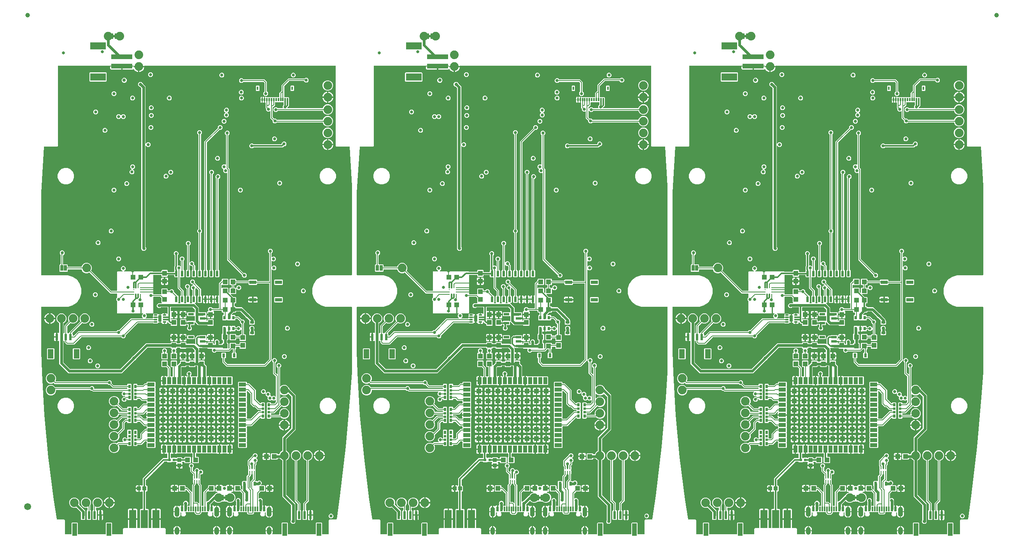
<source format=gtl>
G04 EAGLE Gerber RS-274X export*
G75*
%MOMM*%
%FSLAX34Y34*%
%LPD*%
%INTop Copper*%
%IPPOS*%
%AMOC8*
5,1,8,0,0,1.08239X$1,22.5*%
G01*
%ADD10C,0.635000*%
%ADD11R,1.000000X1.100000*%
%ADD12R,1.200000X0.550000*%
%ADD13R,0.900000X0.850000*%
%ADD14R,1.100000X1.000000*%
%ADD15R,0.600000X0.600000*%
%ADD16R,0.850000X1.520000*%
%ADD17R,1.520000X0.850000*%
%ADD18R,1.100000X1.100000*%
%ADD19R,0.300000X1.000000*%
%ADD20R,0.600000X1.000000*%
%ADD21C,0.755600*%
%ADD22R,0.250000X0.610000*%
%ADD23R,0.250000X0.560000*%
%ADD24R,1.500000X4.000000*%
%ADD25R,4.600000X1.000000*%
%ADD26R,3.400000X1.600000*%
%ADD27C,1.879600*%
%ADD28R,0.600000X1.700000*%
%ADD29R,1.000000X2.700000*%
%ADD30R,0.630000X0.830000*%
%ADD31R,0.700000X0.300000*%
%ADD32R,0.800000X1.380000*%
%ADD33R,0.635000X1.270000*%
%ADD34R,1.200000X2.000000*%
%ADD35R,0.600000X1.350000*%
%ADD36R,0.600000X1.200000*%
%ADD37R,1.524000X0.762000*%
%ADD38R,0.550000X0.800000*%
%ADD39R,0.550000X0.500000*%
%ADD40R,0.830000X0.630000*%
%ADD41R,0.275000X0.250000*%
%ADD42R,0.250000X0.275000*%
%ADD43R,0.850000X0.900000*%
%ADD44R,0.300000X0.800000*%
%ADD45R,0.400000X0.800000*%
%ADD46C,1.000000*%
%ADD47C,1.500000*%
%ADD48C,0.558800*%
%ADD49C,0.660400*%
%ADD50C,0.304800*%
%ADD51C,0.177800*%
%ADD52C,0.254000*%
%ADD53C,0.736600*%
%ADD54C,0.350519*%
%ADD55C,0.350000*%
%ADD56C,0.705600*%

G36*
X1874356Y2540D02*
X1874356Y2540D01*
X1874362Y2545D01*
X1874367Y2542D01*
X1875424Y2912D01*
X1875428Y2919D01*
X1875434Y2917D01*
X1876382Y3512D01*
X1876385Y3520D01*
X1876390Y3519D01*
X1877182Y4311D01*
X1877183Y4319D01*
X1877189Y4320D01*
X1877785Y5268D01*
X1877784Y5276D01*
X1877789Y5278D01*
X1878159Y6334D01*
X1878158Y6339D01*
X1878160Y6341D01*
X1878158Y6343D01*
X1878162Y6345D01*
X1878287Y7458D01*
X1878285Y7461D01*
X1878287Y7463D01*
X1878287Y9464D01*
X1880829Y9464D01*
X1880829Y6716D01*
X1880537Y5249D01*
X1879979Y3901D01*
X1879953Y3840D01*
X1879943Y3796D01*
X1879924Y3754D01*
X1879915Y3677D01*
X1879897Y3601D01*
X1879902Y3555D01*
X1879897Y3510D01*
X1879913Y3433D01*
X1879921Y3356D01*
X1879939Y3314D01*
X1879949Y3269D01*
X1879989Y3202D01*
X1880021Y3131D01*
X1880052Y3098D01*
X1880075Y3058D01*
X1880134Y3008D01*
X1880187Y2950D01*
X1880227Y2928D01*
X1880262Y2898D01*
X1880334Y2869D01*
X1880403Y2832D01*
X1880448Y2824D01*
X1880490Y2806D01*
X1880626Y2791D01*
X1880645Y2788D01*
X1880650Y2789D01*
X1880657Y2788D01*
X1899568Y2788D01*
X1899588Y2791D01*
X1899607Y2789D01*
X1899709Y2811D01*
X1899811Y2828D01*
X1899828Y2837D01*
X1899848Y2841D01*
X1899937Y2894D01*
X1900028Y2943D01*
X1900042Y2957D01*
X1900059Y2967D01*
X1900126Y3046D01*
X1900198Y3121D01*
X1900206Y3139D01*
X1900219Y3154D01*
X1900258Y3251D01*
X1900301Y3344D01*
X1900303Y3364D01*
X1900311Y3382D01*
X1900329Y3549D01*
X1900329Y27120D01*
X1901371Y28162D01*
X1912845Y28162D01*
X1913887Y27120D01*
X1913887Y3549D01*
X1913890Y3529D01*
X1913888Y3510D01*
X1913910Y3408D01*
X1913926Y3306D01*
X1913936Y3289D01*
X1913940Y3269D01*
X1913993Y3180D01*
X1914042Y3089D01*
X1914056Y3075D01*
X1914066Y3058D01*
X1914145Y2991D01*
X1914220Y2920D01*
X1914238Y2911D01*
X1914253Y2898D01*
X1914349Y2860D01*
X1914443Y2816D01*
X1914463Y2814D01*
X1914481Y2806D01*
X1914648Y2788D01*
X1974068Y2788D01*
X1974088Y2791D01*
X1974107Y2789D01*
X1974209Y2811D01*
X1974311Y2828D01*
X1974328Y2837D01*
X1974348Y2841D01*
X1974437Y2894D01*
X1974528Y2943D01*
X1974542Y2957D01*
X1974559Y2967D01*
X1974626Y3046D01*
X1974698Y3121D01*
X1974706Y3139D01*
X1974719Y3154D01*
X1974758Y3251D01*
X1974801Y3344D01*
X1974803Y3364D01*
X1974811Y3382D01*
X1974829Y3549D01*
X1974829Y27120D01*
X1975871Y28162D01*
X1987345Y28162D01*
X1988387Y27120D01*
X1988387Y3549D01*
X1988390Y3529D01*
X1988388Y3510D01*
X1988410Y3408D01*
X1988426Y3306D01*
X1988436Y3289D01*
X1988440Y3269D01*
X1988493Y3180D01*
X1988542Y3089D01*
X1988556Y3075D01*
X1988566Y3058D01*
X1988645Y2991D01*
X1988720Y2920D01*
X1988738Y2911D01*
X1988753Y2898D01*
X1988849Y2860D01*
X1988943Y2816D01*
X1988963Y2814D01*
X1988981Y2806D01*
X1989148Y2788D01*
X2002202Y2788D01*
X2002222Y2791D01*
X2002241Y2789D01*
X2002343Y2811D01*
X2002445Y2828D01*
X2002462Y2837D01*
X2002482Y2841D01*
X2002571Y2894D01*
X2002662Y2943D01*
X2002676Y2957D01*
X2002693Y2967D01*
X2002760Y3046D01*
X2002832Y3121D01*
X2002840Y3139D01*
X2002853Y3154D01*
X2002892Y3251D01*
X2002935Y3344D01*
X2002937Y3364D01*
X2002945Y3382D01*
X2002963Y3549D01*
X2002963Y33901D01*
X2004600Y35538D01*
X2019670Y35538D01*
X2019759Y35552D01*
X2019848Y35559D01*
X2019879Y35572D01*
X2019913Y35578D01*
X2019992Y35620D01*
X2020075Y35654D01*
X2020100Y35677D01*
X2020130Y35693D01*
X2020192Y35758D01*
X2020259Y35817D01*
X2020276Y35846D01*
X2020300Y35871D01*
X2020337Y35952D01*
X2020382Y36030D01*
X2020393Y36072D01*
X2020403Y36094D01*
X2020407Y36126D01*
X2020424Y36192D01*
X2027557Y86580D01*
X2027557Y86587D01*
X2027559Y86597D01*
X2040279Y193745D01*
X2040278Y193754D01*
X2040281Y193767D01*
X2049784Y301248D01*
X2049783Y301255D01*
X2049785Y301265D01*
X2053322Y355008D01*
X2053320Y355027D01*
X2053323Y355058D01*
X2053323Y497437D01*
X2053320Y497457D01*
X2053322Y497477D01*
X2053300Y497578D01*
X2053284Y497680D01*
X2053274Y497698D01*
X2053270Y497717D01*
X2053217Y497806D01*
X2053168Y497897D01*
X2053154Y497911D01*
X2053144Y497928D01*
X2053065Y497995D01*
X2052990Y498067D01*
X2052972Y498075D01*
X2052957Y498088D01*
X2052861Y498127D01*
X2052767Y498170D01*
X2052747Y498173D01*
X2052729Y498180D01*
X2052562Y498198D01*
X1996037Y498198D01*
X1985629Y501580D01*
X1976777Y508012D01*
X1970345Y516865D01*
X1966963Y527272D01*
X1966963Y538215D01*
X1970345Y548622D01*
X1976777Y557474D01*
X1985629Y563906D01*
X1996037Y567288D01*
X2052562Y567288D01*
X2052582Y567291D01*
X2052601Y567289D01*
X2052703Y567311D01*
X2052805Y567328D01*
X2052822Y567337D01*
X2052842Y567341D01*
X2052931Y567394D01*
X2053022Y567443D01*
X2053036Y567457D01*
X2053053Y567467D01*
X2053120Y567546D01*
X2053192Y567621D01*
X2053200Y567639D01*
X2053213Y567654D01*
X2053252Y567751D01*
X2053295Y567844D01*
X2053297Y567864D01*
X2053305Y567882D01*
X2053323Y568049D01*
X2053323Y761242D01*
X2053321Y761258D01*
X2053322Y761285D01*
X2048439Y846731D01*
X2048413Y846849D01*
X2048387Y846967D01*
X2048386Y846969D01*
X2048386Y846971D01*
X2048323Y847075D01*
X2048261Y847178D01*
X2048260Y847179D01*
X2048259Y847181D01*
X2048167Y847259D01*
X2048074Y847338D01*
X2048072Y847339D01*
X2048071Y847340D01*
X2047961Y847384D01*
X2047846Y847430D01*
X2047844Y847430D01*
X2047842Y847431D01*
X2047835Y847431D01*
X2047679Y847448D01*
X2019400Y847448D01*
X2017763Y849086D01*
X2017763Y1022743D01*
X2017760Y1022763D01*
X2017762Y1022783D01*
X2017740Y1022884D01*
X2017724Y1022986D01*
X2017714Y1023004D01*
X2017710Y1023023D01*
X2017657Y1023112D01*
X2017608Y1023203D01*
X2017594Y1023217D01*
X2017584Y1023234D01*
X2017505Y1023301D01*
X2017430Y1023373D01*
X2017412Y1023381D01*
X2017397Y1023394D01*
X2017301Y1023433D01*
X2017207Y1023476D01*
X2017187Y1023479D01*
X2017169Y1023486D01*
X2017002Y1023504D01*
X1601905Y1023504D01*
X1601827Y1023492D01*
X1601747Y1023488D01*
X1601706Y1023472D01*
X1601662Y1023465D01*
X1601592Y1023428D01*
X1601518Y1023399D01*
X1601484Y1023370D01*
X1601445Y1023350D01*
X1601390Y1023292D01*
X1601329Y1023241D01*
X1601306Y1023203D01*
X1601276Y1023171D01*
X1601242Y1023099D01*
X1601200Y1023031D01*
X1601191Y1022988D01*
X1601172Y1022948D01*
X1601163Y1022869D01*
X1601149Y1022806D01*
X1590040Y1022806D01*
X1590020Y1022803D01*
X1590001Y1022805D01*
X1589899Y1022783D01*
X1589797Y1022767D01*
X1589780Y1022757D01*
X1589760Y1022753D01*
X1589671Y1022700D01*
X1589580Y1022652D01*
X1589566Y1022637D01*
X1589549Y1022627D01*
X1589482Y1022548D01*
X1589411Y1022473D01*
X1589402Y1022455D01*
X1589389Y1022440D01*
X1589351Y1022344D01*
X1589307Y1022250D01*
X1589305Y1022230D01*
X1589297Y1022212D01*
X1589279Y1022045D01*
X1589279Y1021282D01*
X1589277Y1021282D01*
X1589277Y1022045D01*
X1589274Y1022065D01*
X1589276Y1022085D01*
X1589254Y1022186D01*
X1589237Y1022288D01*
X1589228Y1022305D01*
X1589224Y1022325D01*
X1589171Y1022414D01*
X1589122Y1022505D01*
X1589108Y1022519D01*
X1589098Y1022536D01*
X1589019Y1022603D01*
X1588944Y1022675D01*
X1588926Y1022683D01*
X1588911Y1022696D01*
X1588815Y1022735D01*
X1588721Y1022778D01*
X1588701Y1022780D01*
X1588683Y1022788D01*
X1588516Y1022806D01*
X1577406Y1022806D01*
X1577402Y1022826D01*
X1577402Y1022870D01*
X1577376Y1022945D01*
X1577359Y1023023D01*
X1577336Y1023061D01*
X1577322Y1023103D01*
X1577273Y1023166D01*
X1577233Y1023234D01*
X1577199Y1023263D01*
X1577172Y1023298D01*
X1577106Y1023342D01*
X1577046Y1023394D01*
X1577005Y1023411D01*
X1576968Y1023435D01*
X1576892Y1023456D01*
X1576818Y1023486D01*
X1576759Y1023492D01*
X1576731Y1023500D01*
X1576703Y1023499D01*
X1576651Y1023504D01*
X1553520Y1023504D01*
X1553500Y1023501D01*
X1553481Y1023503D01*
X1553379Y1023481D01*
X1553277Y1023465D01*
X1553260Y1023455D01*
X1553240Y1023451D01*
X1553151Y1023398D01*
X1553060Y1023350D01*
X1553046Y1023335D01*
X1553029Y1023325D01*
X1552962Y1023246D01*
X1552891Y1023171D01*
X1552882Y1023153D01*
X1552869Y1023138D01*
X1552830Y1023042D01*
X1552787Y1022948D01*
X1552785Y1022928D01*
X1552777Y1022910D01*
X1552759Y1022743D01*
X1552759Y1022742D01*
X1552757Y1022742D01*
X1552757Y1022743D01*
X1552754Y1022763D01*
X1552756Y1022783D01*
X1552734Y1022884D01*
X1552717Y1022986D01*
X1552708Y1023004D01*
X1552704Y1023023D01*
X1552651Y1023112D01*
X1552602Y1023203D01*
X1552588Y1023217D01*
X1552578Y1023234D01*
X1552499Y1023301D01*
X1552424Y1023373D01*
X1552406Y1023381D01*
X1552391Y1023394D01*
X1552295Y1023433D01*
X1552201Y1023476D01*
X1552181Y1023479D01*
X1552163Y1023486D01*
X1551996Y1023504D01*
X1414514Y1023504D01*
X1414494Y1023501D01*
X1414475Y1023503D01*
X1414373Y1023481D01*
X1414271Y1023465D01*
X1414254Y1023455D01*
X1414234Y1023451D01*
X1414145Y1023398D01*
X1414054Y1023350D01*
X1414040Y1023335D01*
X1414023Y1023325D01*
X1413956Y1023246D01*
X1413884Y1023171D01*
X1413876Y1023153D01*
X1413863Y1023138D01*
X1413824Y1023042D01*
X1413781Y1022948D01*
X1413779Y1022928D01*
X1413771Y1022910D01*
X1413753Y1022743D01*
X1413753Y849086D01*
X1412116Y847448D01*
X1383821Y847448D01*
X1383704Y847429D01*
X1383586Y847411D01*
X1383582Y847409D01*
X1383578Y847409D01*
X1383474Y847353D01*
X1383367Y847298D01*
X1383364Y847295D01*
X1383361Y847294D01*
X1383281Y847209D01*
X1383196Y847121D01*
X1383194Y847118D01*
X1383192Y847115D01*
X1383142Y847008D01*
X1383090Y846899D01*
X1383089Y846895D01*
X1383088Y846892D01*
X1383087Y846880D01*
X1383061Y846734D01*
X1376924Y747310D01*
X1376926Y747293D01*
X1376923Y747264D01*
X1376923Y568049D01*
X1376926Y568029D01*
X1376924Y568010D01*
X1376946Y567908D01*
X1376962Y567806D01*
X1376972Y567789D01*
X1376976Y567769D01*
X1377029Y567680D01*
X1377078Y567589D01*
X1377092Y567575D01*
X1377102Y567558D01*
X1377181Y567491D01*
X1377256Y567420D01*
X1377274Y567411D01*
X1377289Y567398D01*
X1377385Y567360D01*
X1377479Y567316D01*
X1377499Y567314D01*
X1377517Y567306D01*
X1377684Y567288D01*
X1435479Y567288D01*
X1445887Y563906D01*
X1454739Y557474D01*
X1461171Y548622D01*
X1464553Y538215D01*
X1464553Y527272D01*
X1461171Y516865D01*
X1454739Y508012D01*
X1445887Y501580D01*
X1435479Y498198D01*
X1377684Y498198D01*
X1377664Y498195D01*
X1377645Y498197D01*
X1377543Y498175D01*
X1377441Y498159D01*
X1377424Y498149D01*
X1377404Y498145D01*
X1377315Y498092D01*
X1377224Y498044D01*
X1377210Y498029D01*
X1377193Y498019D01*
X1377126Y497940D01*
X1377054Y497865D01*
X1377046Y497847D01*
X1377033Y497832D01*
X1376994Y497736D01*
X1376951Y497642D01*
X1376949Y497622D01*
X1376941Y497604D01*
X1376923Y497437D01*
X1376923Y400718D01*
X1376924Y400709D01*
X1376923Y400693D01*
X1378458Y354590D01*
X1378459Y354582D01*
X1378458Y354570D01*
X1383870Y262408D01*
X1383873Y262398D01*
X1383872Y262383D01*
X1392400Y170457D01*
X1392402Y170447D01*
X1392403Y170431D01*
X1404036Y78846D01*
X1404038Y78839D01*
X1404039Y78827D01*
X1410559Y36184D01*
X1410585Y36103D01*
X1410603Y36019D01*
X1410623Y35986D01*
X1410635Y35950D01*
X1410686Y35882D01*
X1410730Y35808D01*
X1410759Y35783D01*
X1410782Y35753D01*
X1410852Y35704D01*
X1410917Y35648D01*
X1410952Y35634D01*
X1410983Y35612D01*
X1411065Y35588D01*
X1411145Y35556D01*
X1411194Y35551D01*
X1411220Y35543D01*
X1411250Y35545D01*
X1411311Y35538D01*
X1426916Y35538D01*
X1428553Y33901D01*
X1428553Y3549D01*
X1428556Y3529D01*
X1428554Y3510D01*
X1428576Y3408D01*
X1428592Y3306D01*
X1428602Y3289D01*
X1428606Y3269D01*
X1428659Y3180D01*
X1428708Y3089D01*
X1428722Y3075D01*
X1428732Y3058D01*
X1428811Y2991D01*
X1428886Y2920D01*
X1428904Y2911D01*
X1428919Y2898D01*
X1429015Y2860D01*
X1429109Y2816D01*
X1429129Y2814D01*
X1429147Y2806D01*
X1429314Y2788D01*
X1442368Y2788D01*
X1442388Y2791D01*
X1442407Y2789D01*
X1442509Y2811D01*
X1442611Y2828D01*
X1442628Y2837D01*
X1442648Y2841D01*
X1442737Y2894D01*
X1442828Y2943D01*
X1442842Y2957D01*
X1442859Y2967D01*
X1442926Y3046D01*
X1442998Y3121D01*
X1443006Y3139D01*
X1443019Y3154D01*
X1443058Y3251D01*
X1443101Y3344D01*
X1443103Y3364D01*
X1443111Y3382D01*
X1443129Y3549D01*
X1443129Y27120D01*
X1444171Y28162D01*
X1455645Y28162D01*
X1456687Y27120D01*
X1456687Y3549D01*
X1456690Y3529D01*
X1456688Y3510D01*
X1456710Y3408D01*
X1456726Y3306D01*
X1456736Y3289D01*
X1456740Y3269D01*
X1456793Y3180D01*
X1456842Y3089D01*
X1456856Y3075D01*
X1456866Y3058D01*
X1456945Y2991D01*
X1457020Y2920D01*
X1457038Y2911D01*
X1457053Y2898D01*
X1457149Y2860D01*
X1457243Y2816D01*
X1457263Y2814D01*
X1457281Y2806D01*
X1457448Y2788D01*
X1516868Y2788D01*
X1516888Y2791D01*
X1516907Y2789D01*
X1517009Y2811D01*
X1517111Y2828D01*
X1517128Y2837D01*
X1517148Y2841D01*
X1517237Y2894D01*
X1517328Y2943D01*
X1517342Y2957D01*
X1517359Y2967D01*
X1517426Y3046D01*
X1517498Y3121D01*
X1517506Y3139D01*
X1517519Y3154D01*
X1517558Y3251D01*
X1517601Y3344D01*
X1517603Y3364D01*
X1517611Y3382D01*
X1517629Y3549D01*
X1517629Y27120D01*
X1518671Y28162D01*
X1530145Y28162D01*
X1531187Y27120D01*
X1531187Y3549D01*
X1531190Y3529D01*
X1531188Y3510D01*
X1531210Y3408D01*
X1531226Y3306D01*
X1531236Y3289D01*
X1531240Y3269D01*
X1531293Y3180D01*
X1531342Y3089D01*
X1531356Y3075D01*
X1531366Y3058D01*
X1531445Y2991D01*
X1531520Y2920D01*
X1531538Y2911D01*
X1531553Y2898D01*
X1531649Y2860D01*
X1531743Y2816D01*
X1531763Y2814D01*
X1531781Y2806D01*
X1531948Y2788D01*
X1554432Y2788D01*
X1554452Y2791D01*
X1554471Y2789D01*
X1554573Y2811D01*
X1554675Y2828D01*
X1554692Y2837D01*
X1554712Y2841D01*
X1554801Y2894D01*
X1554892Y2943D01*
X1554906Y2957D01*
X1554923Y2967D01*
X1554990Y3046D01*
X1555062Y3121D01*
X1555070Y3139D01*
X1555083Y3154D01*
X1555122Y3251D01*
X1555165Y3344D01*
X1555167Y3364D01*
X1555175Y3382D01*
X1555193Y3549D01*
X1555193Y14741D01*
X1556830Y16378D01*
X1565256Y16378D01*
X1565276Y16381D01*
X1565295Y16379D01*
X1565397Y16401D01*
X1565499Y16418D01*
X1565516Y16427D01*
X1565536Y16431D01*
X1565625Y16484D01*
X1565716Y16533D01*
X1565730Y16547D01*
X1565747Y16557D01*
X1565814Y16636D01*
X1565886Y16711D01*
X1565894Y16729D01*
X1565907Y16744D01*
X1565946Y16841D01*
X1565989Y16934D01*
X1565991Y16954D01*
X1565999Y16972D01*
X1566017Y17139D01*
X1566017Y34490D01*
X1575296Y34490D01*
X1575316Y34493D01*
X1575335Y34491D01*
X1575437Y34513D01*
X1575539Y34530D01*
X1575556Y34539D01*
X1575576Y34543D01*
X1575665Y34596D01*
X1575756Y34645D01*
X1575770Y34659D01*
X1575787Y34669D01*
X1575854Y34748D01*
X1575925Y34823D01*
X1575934Y34841D01*
X1575947Y34856D01*
X1575986Y34953D01*
X1576029Y35046D01*
X1576031Y35066D01*
X1576039Y35085D01*
X1576057Y35251D01*
X1576057Y36014D01*
X1576059Y36014D01*
X1576059Y35251D01*
X1576062Y35232D01*
X1576060Y35212D01*
X1576082Y35111D01*
X1576099Y35008D01*
X1576108Y34991D01*
X1576112Y34971D01*
X1576165Y34882D01*
X1576214Y34791D01*
X1576228Y34777D01*
X1576238Y34760D01*
X1576317Y34693D01*
X1576392Y34622D01*
X1576410Y34613D01*
X1576425Y34600D01*
X1576521Y34562D01*
X1576615Y34518D01*
X1576635Y34516D01*
X1576653Y34508D01*
X1576820Y34490D01*
X1586099Y34490D01*
X1586099Y17139D01*
X1586102Y17119D01*
X1586100Y17100D01*
X1586122Y16998D01*
X1586138Y16896D01*
X1586148Y16879D01*
X1586152Y16859D01*
X1586205Y16770D01*
X1586254Y16679D01*
X1586268Y16665D01*
X1586278Y16648D01*
X1586357Y16581D01*
X1586432Y16510D01*
X1586450Y16501D01*
X1586465Y16488D01*
X1586561Y16450D01*
X1586655Y16406D01*
X1586675Y16404D01*
X1586693Y16396D01*
X1586860Y16378D01*
X1591164Y16378D01*
X1591184Y16381D01*
X1591203Y16379D01*
X1591305Y16401D01*
X1591407Y16418D01*
X1591424Y16427D01*
X1591444Y16431D01*
X1591533Y16484D01*
X1591624Y16533D01*
X1591638Y16547D01*
X1591655Y16557D01*
X1591722Y16636D01*
X1591794Y16711D01*
X1591802Y16729D01*
X1591815Y16744D01*
X1591854Y16841D01*
X1591897Y16934D01*
X1591899Y16954D01*
X1591907Y16972D01*
X1591925Y17139D01*
X1591925Y56855D01*
X1593116Y58046D01*
X1596911Y58046D01*
X1596931Y58049D01*
X1596951Y58047D01*
X1597052Y58069D01*
X1597154Y58086D01*
X1597172Y58095D01*
X1597191Y58099D01*
X1597280Y58152D01*
X1597372Y58201D01*
X1597385Y58215D01*
X1597402Y58225D01*
X1597470Y58304D01*
X1597541Y58379D01*
X1597549Y58397D01*
X1597562Y58412D01*
X1597601Y58509D01*
X1597645Y58602D01*
X1597647Y58622D01*
X1597654Y58640D01*
X1597673Y58807D01*
X1597673Y95449D01*
X1597669Y95469D01*
X1597672Y95489D01*
X1597650Y95590D01*
X1597633Y95692D01*
X1597624Y95710D01*
X1597619Y95729D01*
X1597566Y95818D01*
X1597518Y95909D01*
X1597503Y95923D01*
X1597493Y95940D01*
X1597414Y96007D01*
X1597339Y96079D01*
X1597321Y96087D01*
X1597306Y96100D01*
X1597210Y96139D01*
X1597116Y96182D01*
X1597097Y96185D01*
X1597078Y96192D01*
X1596911Y96210D01*
X1596380Y96210D01*
X1596344Y96230D01*
X1596266Y96245D01*
X1596189Y96269D01*
X1596145Y96267D01*
X1596102Y96275D01*
X1596023Y96264D01*
X1595943Y96262D01*
X1595902Y96247D01*
X1595859Y96241D01*
X1595725Y96183D01*
X1595712Y96178D01*
X1595710Y96176D01*
X1595705Y96174D01*
X1595189Y95876D01*
X1594542Y95702D01*
X1591481Y95702D01*
X1591481Y101981D01*
X1591478Y102001D01*
X1591480Y102021D01*
X1591458Y102122D01*
X1591441Y102224D01*
X1591432Y102241D01*
X1591428Y102261D01*
X1591375Y102350D01*
X1591326Y102441D01*
X1591312Y102455D01*
X1591302Y102472D01*
X1591223Y102539D01*
X1591148Y102611D01*
X1591130Y102619D01*
X1591115Y102632D01*
X1591019Y102671D01*
X1590925Y102714D01*
X1590905Y102716D01*
X1590887Y102724D01*
X1590720Y102742D01*
X1589957Y102742D01*
X1589957Y102744D01*
X1590720Y102744D01*
X1590740Y102747D01*
X1590759Y102745D01*
X1590861Y102767D01*
X1590963Y102784D01*
X1590980Y102793D01*
X1591000Y102797D01*
X1591089Y102851D01*
X1591180Y102899D01*
X1591194Y102913D01*
X1591211Y102924D01*
X1591278Y103002D01*
X1591349Y103077D01*
X1591358Y103095D01*
X1591371Y103110D01*
X1591410Y103207D01*
X1591453Y103300D01*
X1591455Y103320D01*
X1591463Y103339D01*
X1591481Y103505D01*
X1591481Y109784D01*
X1594543Y109784D01*
X1595189Y109611D01*
X1595705Y109313D01*
X1595746Y109297D01*
X1595783Y109273D01*
X1595860Y109254D01*
X1595935Y109226D01*
X1595979Y109224D01*
X1596021Y109213D01*
X1596101Y109220D01*
X1596181Y109217D01*
X1596223Y109229D01*
X1596267Y109233D01*
X1596340Y109264D01*
X1596381Y109276D01*
X1596911Y109276D01*
X1596931Y109279D01*
X1596951Y109277D01*
X1597052Y109299D01*
X1597154Y109316D01*
X1597172Y109325D01*
X1597191Y109329D01*
X1597280Y109382D01*
X1597372Y109431D01*
X1597385Y109445D01*
X1597402Y109455D01*
X1597470Y109534D01*
X1597541Y109609D01*
X1597549Y109627D01*
X1597562Y109642D01*
X1597601Y109739D01*
X1597645Y109832D01*
X1597647Y109852D01*
X1597654Y109870D01*
X1597673Y110037D01*
X1597673Y124591D01*
X1600098Y127017D01*
X1600117Y127031D01*
X1641821Y168736D01*
X1650714Y168736D01*
X1650734Y168739D01*
X1650753Y168737D01*
X1650855Y168759D01*
X1650957Y168776D01*
X1650974Y168785D01*
X1650994Y168789D01*
X1651083Y168842D01*
X1651174Y168891D01*
X1651188Y168905D01*
X1651205Y168915D01*
X1651272Y168994D01*
X1651344Y169069D01*
X1651352Y169087D01*
X1651365Y169102D01*
X1651404Y169199D01*
X1651447Y169292D01*
X1651449Y169312D01*
X1651457Y169330D01*
X1651475Y169497D01*
X1651475Y174637D01*
X1651473Y174653D01*
X1651473Y177849D01*
X1651469Y177869D01*
X1651472Y177889D01*
X1651450Y177990D01*
X1651433Y178092D01*
X1651424Y178110D01*
X1651419Y178129D01*
X1651366Y178218D01*
X1651318Y178309D01*
X1651303Y178323D01*
X1651293Y178340D01*
X1651214Y178407D01*
X1651139Y178479D01*
X1651121Y178487D01*
X1651106Y178500D01*
X1651010Y178539D01*
X1650916Y178582D01*
X1650897Y178585D01*
X1650878Y178592D01*
X1650711Y178610D01*
X1650273Y178610D01*
X1650160Y178592D01*
X1650046Y178576D01*
X1650036Y178572D01*
X1650030Y178571D01*
X1650010Y178560D01*
X1649892Y178508D01*
X1649489Y178276D01*
X1648842Y178102D01*
X1645781Y178102D01*
X1645781Y187481D01*
X1645778Y187501D01*
X1645780Y187521D01*
X1645758Y187622D01*
X1645741Y187724D01*
X1645732Y187741D01*
X1645728Y187761D01*
X1645675Y187850D01*
X1645626Y187941D01*
X1645612Y187955D01*
X1645602Y187972D01*
X1645523Y188039D01*
X1645448Y188111D01*
X1645430Y188119D01*
X1645415Y188132D01*
X1645319Y188171D01*
X1645225Y188214D01*
X1645205Y188216D01*
X1645187Y188224D01*
X1645020Y188242D01*
X1644257Y188242D01*
X1644257Y188244D01*
X1645020Y188244D01*
X1645040Y188247D01*
X1645059Y188245D01*
X1645161Y188267D01*
X1645263Y188284D01*
X1645280Y188293D01*
X1645300Y188297D01*
X1645389Y188351D01*
X1645480Y188399D01*
X1645494Y188413D01*
X1645511Y188424D01*
X1645578Y188502D01*
X1645649Y188577D01*
X1645658Y188595D01*
X1645671Y188610D01*
X1645710Y188707D01*
X1645753Y188800D01*
X1645755Y188820D01*
X1645763Y188839D01*
X1645781Y189005D01*
X1645781Y198384D01*
X1648842Y198384D01*
X1649489Y198211D01*
X1649892Y197978D01*
X1649999Y197938D01*
X1650106Y197894D01*
X1650116Y197893D01*
X1650122Y197891D01*
X1650144Y197890D01*
X1650273Y197876D01*
X1660243Y197876D01*
X1660356Y197894D01*
X1660470Y197911D01*
X1660480Y197915D01*
X1660486Y197916D01*
X1660506Y197926D01*
X1660624Y197978D01*
X1661027Y198211D01*
X1661674Y198384D01*
X1664735Y198384D01*
X1664735Y189005D01*
X1664738Y188986D01*
X1664736Y188966D01*
X1664758Y188865D01*
X1664775Y188763D01*
X1664784Y188745D01*
X1664788Y188725D01*
X1664841Y188636D01*
X1664890Y188545D01*
X1664904Y188531D01*
X1664914Y188514D01*
X1664993Y188447D01*
X1665068Y188376D01*
X1665086Y188367D01*
X1665101Y188354D01*
X1665197Y188316D01*
X1665291Y188272D01*
X1665311Y188270D01*
X1665329Y188263D01*
X1665496Y188244D01*
X1667020Y188244D01*
X1667040Y188247D01*
X1667059Y188245D01*
X1667161Y188267D01*
X1667263Y188284D01*
X1667280Y188293D01*
X1667300Y188297D01*
X1667389Y188351D01*
X1667480Y188399D01*
X1667494Y188413D01*
X1667511Y188424D01*
X1667578Y188502D01*
X1667649Y188577D01*
X1667658Y188595D01*
X1667671Y188610D01*
X1667710Y188707D01*
X1667753Y188800D01*
X1667755Y188820D01*
X1667763Y188839D01*
X1667781Y189005D01*
X1667781Y198384D01*
X1670842Y198384D01*
X1671489Y198211D01*
X1672068Y197876D01*
X1672099Y197845D01*
X1672173Y197792D01*
X1672243Y197732D01*
X1672273Y197720D01*
X1672299Y197701D01*
X1672386Y197675D01*
X1672471Y197640D01*
X1672512Y197636D01*
X1672534Y197629D01*
X1672566Y197630D01*
X1672638Y197622D01*
X1682247Y197622D01*
X1682248Y197620D01*
X1682335Y197564D01*
X1682419Y197503D01*
X1682438Y197498D01*
X1682455Y197487D01*
X1682555Y197462D01*
X1682654Y197431D01*
X1682674Y197432D01*
X1682694Y197427D01*
X1682797Y197435D01*
X1682900Y197437D01*
X1682919Y197444D01*
X1682939Y197446D01*
X1683034Y197486D01*
X1683131Y197522D01*
X1683147Y197534D01*
X1683165Y197542D01*
X1683265Y197622D01*
X1693247Y197622D01*
X1693248Y197620D01*
X1693335Y197564D01*
X1693419Y197503D01*
X1693438Y197498D01*
X1693455Y197487D01*
X1693555Y197462D01*
X1693654Y197431D01*
X1693674Y197432D01*
X1693694Y197427D01*
X1693797Y197435D01*
X1693900Y197437D01*
X1693919Y197444D01*
X1693939Y197446D01*
X1694034Y197486D01*
X1694131Y197522D01*
X1694147Y197534D01*
X1694165Y197542D01*
X1694265Y197622D01*
X1704247Y197622D01*
X1704248Y197620D01*
X1704336Y197564D01*
X1704419Y197503D01*
X1704438Y197498D01*
X1704455Y197487D01*
X1704556Y197461D01*
X1704655Y197431D01*
X1704675Y197432D01*
X1704694Y197427D01*
X1704797Y197435D01*
X1704900Y197437D01*
X1704919Y197444D01*
X1704939Y197446D01*
X1705034Y197486D01*
X1705131Y197522D01*
X1705147Y197534D01*
X1705165Y197542D01*
X1705265Y197622D01*
X1715247Y197622D01*
X1715248Y197620D01*
X1715335Y197564D01*
X1715419Y197503D01*
X1715438Y197498D01*
X1715455Y197487D01*
X1715555Y197462D01*
X1715654Y197431D01*
X1715674Y197432D01*
X1715694Y197427D01*
X1715797Y197435D01*
X1715900Y197437D01*
X1715919Y197444D01*
X1715939Y197446D01*
X1716034Y197486D01*
X1716131Y197522D01*
X1716147Y197534D01*
X1716165Y197542D01*
X1716265Y197622D01*
X1726247Y197622D01*
X1726248Y197620D01*
X1726335Y197564D01*
X1726419Y197503D01*
X1726438Y197498D01*
X1726455Y197487D01*
X1726555Y197462D01*
X1726654Y197431D01*
X1726674Y197432D01*
X1726694Y197427D01*
X1726797Y197435D01*
X1726900Y197437D01*
X1726919Y197444D01*
X1726939Y197446D01*
X1727034Y197486D01*
X1727131Y197522D01*
X1727147Y197534D01*
X1727165Y197542D01*
X1727265Y197622D01*
X1737247Y197622D01*
X1737248Y197620D01*
X1737335Y197564D01*
X1737419Y197503D01*
X1737438Y197498D01*
X1737455Y197487D01*
X1737555Y197462D01*
X1737654Y197431D01*
X1737674Y197432D01*
X1737694Y197427D01*
X1737797Y197435D01*
X1737900Y197437D01*
X1737919Y197444D01*
X1737939Y197446D01*
X1738034Y197486D01*
X1738131Y197522D01*
X1738147Y197534D01*
X1738165Y197542D01*
X1738265Y197622D01*
X1748247Y197622D01*
X1748248Y197620D01*
X1748335Y197564D01*
X1748419Y197503D01*
X1748438Y197498D01*
X1748455Y197487D01*
X1748555Y197462D01*
X1748654Y197431D01*
X1748674Y197432D01*
X1748694Y197427D01*
X1748797Y197435D01*
X1748900Y197437D01*
X1748919Y197444D01*
X1748939Y197446D01*
X1749034Y197486D01*
X1749131Y197522D01*
X1749147Y197534D01*
X1749165Y197542D01*
X1749265Y197622D01*
X1758878Y197622D01*
X1758968Y197637D01*
X1759059Y197644D01*
X1759089Y197656D01*
X1759121Y197662D01*
X1759202Y197704D01*
X1759286Y197740D01*
X1759318Y197766D01*
X1759338Y197777D01*
X1759361Y197800D01*
X1759417Y197845D01*
X1759448Y197876D01*
X1760027Y198211D01*
X1760674Y198384D01*
X1763735Y198384D01*
X1763735Y189005D01*
X1763738Y188986D01*
X1763736Y188966D01*
X1763758Y188865D01*
X1763775Y188763D01*
X1763784Y188745D01*
X1763788Y188725D01*
X1763841Y188636D01*
X1763890Y188545D01*
X1763904Y188531D01*
X1763914Y188514D01*
X1763993Y188447D01*
X1764068Y188376D01*
X1764086Y188367D01*
X1764101Y188354D01*
X1764197Y188316D01*
X1764291Y188272D01*
X1764311Y188270D01*
X1764329Y188263D01*
X1764496Y188244D01*
X1766020Y188244D01*
X1766040Y188247D01*
X1766059Y188245D01*
X1766161Y188267D01*
X1766263Y188284D01*
X1766280Y188293D01*
X1766300Y188297D01*
X1766389Y188351D01*
X1766480Y188399D01*
X1766494Y188413D01*
X1766511Y188424D01*
X1766578Y188502D01*
X1766649Y188577D01*
X1766658Y188595D01*
X1766671Y188610D01*
X1766710Y188707D01*
X1766753Y188800D01*
X1766755Y188820D01*
X1766763Y188839D01*
X1766781Y189005D01*
X1766781Y198384D01*
X1769842Y198384D01*
X1770489Y198211D01*
X1771068Y197876D01*
X1771099Y197845D01*
X1771173Y197792D01*
X1771243Y197732D01*
X1771273Y197720D01*
X1771299Y197701D01*
X1771386Y197675D01*
X1771471Y197640D01*
X1771512Y197636D01*
X1771534Y197629D01*
X1771566Y197630D01*
X1771638Y197622D01*
X1780878Y197622D01*
X1780968Y197637D01*
X1781059Y197644D01*
X1781089Y197656D01*
X1781121Y197662D01*
X1781202Y197704D01*
X1781286Y197740D01*
X1781318Y197766D01*
X1781338Y197777D01*
X1781361Y197800D01*
X1781417Y197845D01*
X1781448Y197876D01*
X1782027Y198211D01*
X1782674Y198384D01*
X1785735Y198384D01*
X1785735Y189005D01*
X1785738Y188986D01*
X1785736Y188966D01*
X1785758Y188865D01*
X1785775Y188763D01*
X1785784Y188745D01*
X1785788Y188725D01*
X1785841Y188636D01*
X1785890Y188545D01*
X1785904Y188531D01*
X1785914Y188514D01*
X1785993Y188447D01*
X1786068Y188376D01*
X1786086Y188367D01*
X1786101Y188354D01*
X1786197Y188316D01*
X1786291Y188272D01*
X1786311Y188270D01*
X1786329Y188263D01*
X1786496Y188244D01*
X1787259Y188244D01*
X1787259Y188242D01*
X1786496Y188242D01*
X1786476Y188239D01*
X1786457Y188241D01*
X1786355Y188219D01*
X1786253Y188203D01*
X1786236Y188193D01*
X1786216Y188189D01*
X1786127Y188136D01*
X1786036Y188088D01*
X1786022Y188073D01*
X1786005Y188063D01*
X1785938Y187984D01*
X1785867Y187909D01*
X1785858Y187891D01*
X1785845Y187876D01*
X1785806Y187780D01*
X1785763Y187686D01*
X1785761Y187666D01*
X1785753Y187648D01*
X1785735Y187481D01*
X1785735Y178102D01*
X1782674Y178102D01*
X1782027Y178276D01*
X1781448Y178610D01*
X1781417Y178641D01*
X1781343Y178695D01*
X1781273Y178754D01*
X1781243Y178766D01*
X1781217Y178785D01*
X1781130Y178812D01*
X1781045Y178846D01*
X1781004Y178851D01*
X1780982Y178857D01*
X1780950Y178857D01*
X1780878Y178864D01*
X1771638Y178864D01*
X1771548Y178850D01*
X1771457Y178843D01*
X1771427Y178830D01*
X1771395Y178825D01*
X1771314Y178782D01*
X1771230Y178746D01*
X1771198Y178721D01*
X1771178Y178710D01*
X1771155Y178686D01*
X1771099Y178641D01*
X1771068Y178610D01*
X1770489Y178276D01*
X1769842Y178102D01*
X1766781Y178102D01*
X1766781Y187481D01*
X1766778Y187501D01*
X1766780Y187521D01*
X1766758Y187622D01*
X1766741Y187724D01*
X1766732Y187741D01*
X1766728Y187761D01*
X1766675Y187850D01*
X1766626Y187941D01*
X1766612Y187955D01*
X1766602Y187972D01*
X1766523Y188039D01*
X1766448Y188111D01*
X1766430Y188119D01*
X1766415Y188132D01*
X1766319Y188171D01*
X1766225Y188214D01*
X1766205Y188216D01*
X1766187Y188224D01*
X1766020Y188242D01*
X1764496Y188242D01*
X1764476Y188239D01*
X1764457Y188241D01*
X1764355Y188219D01*
X1764253Y188203D01*
X1764236Y188193D01*
X1764216Y188189D01*
X1764127Y188136D01*
X1764036Y188088D01*
X1764022Y188073D01*
X1764005Y188063D01*
X1763938Y187984D01*
X1763867Y187909D01*
X1763858Y187891D01*
X1763845Y187876D01*
X1763806Y187780D01*
X1763763Y187686D01*
X1763761Y187666D01*
X1763753Y187648D01*
X1763735Y187481D01*
X1763735Y178102D01*
X1760674Y178102D01*
X1760027Y178276D01*
X1759448Y178610D01*
X1759417Y178641D01*
X1759343Y178695D01*
X1759273Y178754D01*
X1759243Y178766D01*
X1759217Y178785D01*
X1759130Y178812D01*
X1759045Y178846D01*
X1759004Y178851D01*
X1758982Y178857D01*
X1758950Y178857D01*
X1758878Y178864D01*
X1749269Y178864D01*
X1749268Y178867D01*
X1749180Y178923D01*
X1749097Y178983D01*
X1749078Y178989D01*
X1749061Y179000D01*
X1748960Y179025D01*
X1748861Y179055D01*
X1748841Y179055D01*
X1748822Y179060D01*
X1748719Y179052D01*
X1748616Y179049D01*
X1748597Y179042D01*
X1748577Y179041D01*
X1748482Y179000D01*
X1748385Y178964D01*
X1748369Y178952D01*
X1748351Y178944D01*
X1748251Y178864D01*
X1738269Y178864D01*
X1738268Y178867D01*
X1738180Y178923D01*
X1738097Y178983D01*
X1738078Y178989D01*
X1738061Y179000D01*
X1737960Y179025D01*
X1737861Y179055D01*
X1737841Y179055D01*
X1737822Y179060D01*
X1737719Y179052D01*
X1737616Y179049D01*
X1737597Y179042D01*
X1737577Y179041D01*
X1737482Y179000D01*
X1737385Y178964D01*
X1737369Y178952D01*
X1737351Y178944D01*
X1737251Y178864D01*
X1727269Y178864D01*
X1727268Y178867D01*
X1727180Y178923D01*
X1727097Y178983D01*
X1727078Y178989D01*
X1727061Y179000D01*
X1726960Y179025D01*
X1726861Y179055D01*
X1726841Y179055D01*
X1726822Y179060D01*
X1726719Y179052D01*
X1726616Y179049D01*
X1726597Y179042D01*
X1726577Y179041D01*
X1726482Y179000D01*
X1726385Y178964D01*
X1726369Y178952D01*
X1726351Y178944D01*
X1726251Y178864D01*
X1716269Y178864D01*
X1716268Y178867D01*
X1716180Y178923D01*
X1716097Y178983D01*
X1716078Y178989D01*
X1716061Y179000D01*
X1715960Y179025D01*
X1715861Y179055D01*
X1715841Y179055D01*
X1715822Y179060D01*
X1715719Y179052D01*
X1715616Y179049D01*
X1715597Y179042D01*
X1715577Y179041D01*
X1715482Y179000D01*
X1715385Y178964D01*
X1715369Y178952D01*
X1715351Y178944D01*
X1715251Y178864D01*
X1714551Y178864D01*
X1714531Y178861D01*
X1714511Y178863D01*
X1714410Y178841D01*
X1714308Y178825D01*
X1714290Y178815D01*
X1714271Y178811D01*
X1714182Y178758D01*
X1714090Y178710D01*
X1714077Y178695D01*
X1714060Y178685D01*
X1713992Y178606D01*
X1713921Y178531D01*
X1713913Y178513D01*
X1713900Y178498D01*
X1713861Y178402D01*
X1713817Y178308D01*
X1713815Y178288D01*
X1713808Y178270D01*
X1713789Y178103D01*
X1713789Y172493D01*
X1713793Y172473D01*
X1713790Y172454D01*
X1713812Y172352D01*
X1713829Y172250D01*
X1713838Y172233D01*
X1713843Y172213D01*
X1713896Y172124D01*
X1713944Y172033D01*
X1713959Y172019D01*
X1713969Y172002D01*
X1714048Y171935D01*
X1714123Y171864D01*
X1714141Y171855D01*
X1714156Y171842D01*
X1714252Y171804D01*
X1714346Y171760D01*
X1714365Y171758D01*
X1714384Y171750D01*
X1714551Y171732D01*
X1719065Y171732D01*
X1720107Y170690D01*
X1720107Y159216D01*
X1719065Y158174D01*
X1707430Y158174D01*
X1707359Y158163D01*
X1707287Y158161D01*
X1707238Y158143D01*
X1707187Y158135D01*
X1707124Y158101D01*
X1707056Y158077D01*
X1707016Y158044D01*
X1706970Y158020D01*
X1706920Y157968D01*
X1706864Y157923D01*
X1706836Y157879D01*
X1706800Y157841D01*
X1706770Y157776D01*
X1706731Y157716D01*
X1706719Y157665D01*
X1706697Y157618D01*
X1706689Y157547D01*
X1706671Y157477D01*
X1706675Y157425D01*
X1706670Y157374D01*
X1706685Y157304D01*
X1706690Y157232D01*
X1706711Y157184D01*
X1706722Y157133D01*
X1706759Y157072D01*
X1706787Y157006D01*
X1706831Y156950D01*
X1706848Y156922D01*
X1706866Y156907D01*
X1706891Y156875D01*
X1709409Y154358D01*
X1709409Y150149D01*
X1707219Y147959D01*
X1707176Y147899D01*
X1707133Y147853D01*
X1707125Y147837D01*
X1707106Y147815D01*
X1707094Y147785D01*
X1707075Y147759D01*
X1707049Y147673D01*
X1707029Y147630D01*
X1707028Y147621D01*
X1707014Y147587D01*
X1707010Y147546D01*
X1707003Y147524D01*
X1707004Y147492D01*
X1706996Y147420D01*
X1706996Y142004D01*
X1707010Y141913D01*
X1707018Y141823D01*
X1707030Y141793D01*
X1707035Y141761D01*
X1707078Y141680D01*
X1707114Y141596D01*
X1707140Y141564D01*
X1707151Y141543D01*
X1707174Y141521D01*
X1707219Y141465D01*
X1709578Y139106D01*
X1709636Y139064D01*
X1709688Y139015D01*
X1709735Y138993D01*
X1709777Y138963D01*
X1709846Y138942D01*
X1709911Y138911D01*
X1709963Y138906D01*
X1710013Y138890D01*
X1710084Y138892D01*
X1710155Y138884D01*
X1710206Y138895D01*
X1710258Y138897D01*
X1710326Y138921D01*
X1710396Y138936D01*
X1710441Y138963D01*
X1710489Y138981D01*
X1710545Y139026D01*
X1710607Y139063D01*
X1710641Y139102D01*
X1710681Y139135D01*
X1710720Y139195D01*
X1710767Y139250D01*
X1710786Y139298D01*
X1710814Y139342D01*
X1710832Y139411D01*
X1710859Y139478D01*
X1710867Y139549D01*
X1710875Y139580D01*
X1710873Y139604D01*
X1710877Y139644D01*
X1710877Y143788D01*
X1713853Y146764D01*
X1718063Y146764D01*
X1721039Y143788D01*
X1721039Y143697D01*
X1721050Y143626D01*
X1721052Y143555D01*
X1721070Y143506D01*
X1721078Y143454D01*
X1721112Y143391D01*
X1721137Y143323D01*
X1721169Y143283D01*
X1721194Y143237D01*
X1721245Y143188D01*
X1721290Y143131D01*
X1721334Y143103D01*
X1721372Y143067D01*
X1721437Y143037D01*
X1721497Y142998D01*
X1721548Y142986D01*
X1721595Y142964D01*
X1721666Y142956D01*
X1721736Y142938D01*
X1721788Y142942D01*
X1721839Y142937D01*
X1721910Y142952D01*
X1721981Y142958D01*
X1722029Y142978D01*
X1722080Y142989D01*
X1722141Y143026D01*
X1722207Y143054D01*
X1722263Y143099D01*
X1722291Y143115D01*
X1722306Y143133D01*
X1722338Y143159D01*
X1722544Y143364D01*
X1726753Y143364D01*
X1729729Y140388D01*
X1729729Y136179D01*
X1726753Y133202D01*
X1724187Y133202D01*
X1724167Y133199D01*
X1724148Y133201D01*
X1724046Y133179D01*
X1723944Y133163D01*
X1723927Y133153D01*
X1723907Y133149D01*
X1723818Y133096D01*
X1723727Y133048D01*
X1723713Y133033D01*
X1723696Y133023D01*
X1723629Y132944D01*
X1723557Y132869D01*
X1723549Y132851D01*
X1723536Y132836D01*
X1723497Y132740D01*
X1723454Y132646D01*
X1723452Y132626D01*
X1723444Y132608D01*
X1723426Y132441D01*
X1723426Y131256D01*
X1723440Y131166D01*
X1723448Y131075D01*
X1723460Y131045D01*
X1723465Y131014D01*
X1723508Y130933D01*
X1723544Y130849D01*
X1723570Y130817D01*
X1723581Y130796D01*
X1723604Y130774D01*
X1723649Y130718D01*
X1723787Y130580D01*
X1723787Y123506D01*
X1723562Y123281D01*
X1723550Y123265D01*
X1723535Y123253D01*
X1723478Y123165D01*
X1723418Y123082D01*
X1723412Y123063D01*
X1723402Y123046D01*
X1723376Y122946D01*
X1723346Y122847D01*
X1723346Y122827D01*
X1723342Y122807D01*
X1723350Y122704D01*
X1723352Y122601D01*
X1723359Y122582D01*
X1723361Y122562D01*
X1723401Y122467D01*
X1723437Y122370D01*
X1723449Y122354D01*
X1723457Y122336D01*
X1723562Y122205D01*
X1723787Y121980D01*
X1723787Y114906D01*
X1723649Y114768D01*
X1723596Y114694D01*
X1723536Y114625D01*
X1723524Y114595D01*
X1723505Y114569D01*
X1723478Y114482D01*
X1723444Y114397D01*
X1723440Y114356D01*
X1723433Y114334D01*
X1723434Y114301D01*
X1723426Y114230D01*
X1723426Y113874D01*
X1723440Y113783D01*
X1723448Y113693D01*
X1723460Y113663D01*
X1723465Y113631D01*
X1723508Y113550D01*
X1723544Y113466D01*
X1723570Y113434D01*
X1723581Y113413D01*
X1723604Y113391D01*
X1723649Y113335D01*
X1726046Y110938D01*
X1726046Y65553D01*
X1726049Y65533D01*
X1726047Y65514D01*
X1726069Y65412D01*
X1726085Y65310D01*
X1726095Y65293D01*
X1726099Y65273D01*
X1726152Y65184D01*
X1726201Y65093D01*
X1726215Y65079D01*
X1726225Y65062D01*
X1726304Y64995D01*
X1726379Y64924D01*
X1726397Y64915D01*
X1726412Y64902D01*
X1726508Y64864D01*
X1726602Y64820D01*
X1726622Y64818D01*
X1726640Y64810D01*
X1726807Y64792D01*
X1729829Y64792D01*
X1729849Y64795D01*
X1729868Y64793D01*
X1729970Y64815D01*
X1730072Y64832D01*
X1730089Y64841D01*
X1730109Y64845D01*
X1730198Y64898D01*
X1730289Y64947D01*
X1730303Y64961D01*
X1730320Y64971D01*
X1730387Y65050D01*
X1730459Y65125D01*
X1730467Y65143D01*
X1730480Y65158D01*
X1730519Y65255D01*
X1730562Y65348D01*
X1730564Y65368D01*
X1730572Y65386D01*
X1730590Y65553D01*
X1730590Y95578D01*
X1739756Y104744D01*
X1739809Y104818D01*
X1739869Y104888D01*
X1739881Y104918D01*
X1739900Y104944D01*
X1739927Y105031D01*
X1739961Y105116D01*
X1739965Y105157D01*
X1739972Y105179D01*
X1739971Y105211D01*
X1739979Y105282D01*
X1739979Y108480D01*
X1741021Y109522D01*
X1753495Y109522D01*
X1754537Y108480D01*
X1754537Y97006D01*
X1753495Y95964D01*
X1741021Y95964D01*
X1740310Y96676D01*
X1740294Y96687D01*
X1740281Y96703D01*
X1740194Y96759D01*
X1740110Y96819D01*
X1740091Y96825D01*
X1740074Y96836D01*
X1739974Y96861D01*
X1739875Y96892D01*
X1739855Y96891D01*
X1739836Y96896D01*
X1739733Y96888D01*
X1739629Y96885D01*
X1739610Y96878D01*
X1739591Y96877D01*
X1739496Y96837D01*
X1739398Y96801D01*
X1739383Y96788D01*
X1739364Y96781D01*
X1739233Y96676D01*
X1736149Y93591D01*
X1736096Y93517D01*
X1736036Y93448D01*
X1736024Y93418D01*
X1736005Y93391D01*
X1735978Y93304D01*
X1735944Y93220D01*
X1735940Y93179D01*
X1735933Y93156D01*
X1735934Y93124D01*
X1735926Y93053D01*
X1735926Y74633D01*
X1735937Y74562D01*
X1735939Y74490D01*
X1735957Y74441D01*
X1735965Y74390D01*
X1735999Y74327D01*
X1736024Y74259D01*
X1736056Y74219D01*
X1736081Y74173D01*
X1736133Y74123D01*
X1736177Y74067D01*
X1736221Y74039D01*
X1736259Y74003D01*
X1736324Y73973D01*
X1736384Y73934D01*
X1736435Y73922D01*
X1736482Y73900D01*
X1736553Y73892D01*
X1736623Y73874D01*
X1736675Y73878D01*
X1736726Y73873D01*
X1736797Y73888D01*
X1736868Y73893D01*
X1736916Y73914D01*
X1736967Y73925D01*
X1737028Y73962D01*
X1737094Y73990D01*
X1737150Y74035D01*
X1737178Y74051D01*
X1737193Y74069D01*
X1737225Y74095D01*
X1738064Y74933D01*
X1740071Y75764D01*
X1740126Y75799D01*
X1740187Y75825D01*
X1740251Y75877D01*
X1740280Y75894D01*
X1740292Y75909D01*
X1740317Y75929D01*
X1751704Y87316D01*
X1752346Y87316D01*
X1752461Y87335D01*
X1752577Y87352D01*
X1752582Y87355D01*
X1752589Y87356D01*
X1752691Y87410D01*
X1752796Y87463D01*
X1752800Y87468D01*
X1752806Y87471D01*
X1752886Y87555D01*
X1752968Y87639D01*
X1752972Y87646D01*
X1752975Y87649D01*
X1752983Y87666D01*
X1753049Y87786D01*
X1753583Y89074D01*
X1756727Y92218D01*
X1760395Y93738D01*
X1760478Y93789D01*
X1760564Y93835D01*
X1760582Y93854D01*
X1760604Y93868D01*
X1760667Y93943D01*
X1760734Y94013D01*
X1760745Y94037D01*
X1760761Y94057D01*
X1760796Y94148D01*
X1760837Y94236D01*
X1760840Y94262D01*
X1760849Y94287D01*
X1760854Y94384D01*
X1760864Y94481D01*
X1760859Y94506D01*
X1760860Y94532D01*
X1760833Y94626D01*
X1760812Y94721D01*
X1760799Y94744D01*
X1760791Y94769D01*
X1760736Y94849D01*
X1760686Y94932D01*
X1760666Y94949D01*
X1760651Y94971D01*
X1760573Y95029D01*
X1760499Y95092D01*
X1760475Y95102D01*
X1760454Y95117D01*
X1760361Y95148D01*
X1760271Y95184D01*
X1760238Y95188D01*
X1760220Y95194D01*
X1760187Y95193D01*
X1760104Y95202D01*
X1758424Y95202D01*
X1757777Y95376D01*
X1757198Y95710D01*
X1756725Y96183D01*
X1756390Y96762D01*
X1756217Y97409D01*
X1756217Y101220D01*
X1763496Y101220D01*
X1763516Y101223D01*
X1763535Y101221D01*
X1763637Y101243D01*
X1763739Y101260D01*
X1763756Y101269D01*
X1763776Y101273D01*
X1763865Y101326D01*
X1763956Y101375D01*
X1763970Y101389D01*
X1763987Y101399D01*
X1764054Y101478D01*
X1764125Y101553D01*
X1764134Y101571D01*
X1764147Y101586D01*
X1764186Y101683D01*
X1764229Y101776D01*
X1764231Y101796D01*
X1764239Y101815D01*
X1764257Y101981D01*
X1764257Y102744D01*
X1765020Y102744D01*
X1765040Y102747D01*
X1765059Y102745D01*
X1765161Y102767D01*
X1765263Y102784D01*
X1765280Y102793D01*
X1765300Y102797D01*
X1765389Y102851D01*
X1765480Y102899D01*
X1765494Y102913D01*
X1765511Y102924D01*
X1765578Y103002D01*
X1765649Y103077D01*
X1765658Y103095D01*
X1765671Y103110D01*
X1765710Y103207D01*
X1765753Y103300D01*
X1765755Y103320D01*
X1765763Y103339D01*
X1765781Y103505D01*
X1765781Y110284D01*
X1770092Y110284D01*
X1770739Y110111D01*
X1771318Y109776D01*
X1771791Y109303D01*
X1772126Y108724D01*
X1772297Y108083D01*
X1772337Y107996D01*
X1772369Y107906D01*
X1772387Y107884D01*
X1772399Y107858D01*
X1772463Y107789D01*
X1772523Y107714D01*
X1772547Y107699D01*
X1772566Y107678D01*
X1772650Y107633D01*
X1772730Y107581D01*
X1772757Y107574D01*
X1772782Y107561D01*
X1772876Y107544D01*
X1772969Y107521D01*
X1772997Y107523D01*
X1773024Y107518D01*
X1773119Y107533D01*
X1773214Y107540D01*
X1773240Y107551D01*
X1773268Y107556D01*
X1773352Y107599D01*
X1773440Y107637D01*
X1773468Y107659D01*
X1773486Y107668D01*
X1773509Y107692D01*
X1773571Y107741D01*
X1773654Y107824D01*
X1777862Y107824D01*
X1777945Y107741D01*
X1778022Y107686D01*
X1778096Y107625D01*
X1778122Y107614D01*
X1778145Y107598D01*
X1778236Y107570D01*
X1778325Y107535D01*
X1778353Y107534D01*
X1778380Y107525D01*
X1778475Y107528D01*
X1778570Y107523D01*
X1778597Y107531D01*
X1778626Y107532D01*
X1778715Y107565D01*
X1778807Y107591D01*
X1778830Y107607D01*
X1778857Y107616D01*
X1778931Y107676D01*
X1779010Y107730D01*
X1779027Y107752D01*
X1779049Y107770D01*
X1779100Y107850D01*
X1779158Y107926D01*
X1779171Y107959D01*
X1779182Y107977D01*
X1779190Y108009D01*
X1779219Y108083D01*
X1779390Y108724D01*
X1779725Y109303D01*
X1780198Y109776D01*
X1780777Y110111D01*
X1781424Y110284D01*
X1785735Y110284D01*
X1785735Y103505D01*
X1785738Y103486D01*
X1785736Y103466D01*
X1785758Y103365D01*
X1785775Y103263D01*
X1785784Y103245D01*
X1785788Y103225D01*
X1785841Y103136D01*
X1785890Y103045D01*
X1785904Y103031D01*
X1785914Y103014D01*
X1785993Y102947D01*
X1786068Y102876D01*
X1786086Y102867D01*
X1786101Y102854D01*
X1786197Y102816D01*
X1786291Y102772D01*
X1786311Y102770D01*
X1786329Y102763D01*
X1786496Y102744D01*
X1787259Y102744D01*
X1787259Y101981D01*
X1787262Y101962D01*
X1787260Y101942D01*
X1787282Y101841D01*
X1787299Y101738D01*
X1787308Y101721D01*
X1787312Y101701D01*
X1787365Y101612D01*
X1787414Y101521D01*
X1787428Y101507D01*
X1787438Y101490D01*
X1787517Y101423D01*
X1787592Y101352D01*
X1787610Y101343D01*
X1787625Y101330D01*
X1787721Y101292D01*
X1787815Y101248D01*
X1787835Y101246D01*
X1787853Y101238D01*
X1788020Y101220D01*
X1795299Y101220D01*
X1795299Y97409D01*
X1795126Y96762D01*
X1794791Y96183D01*
X1794318Y95710D01*
X1793739Y95376D01*
X1793092Y95202D01*
X1791412Y95202D01*
X1791316Y95187D01*
X1791219Y95178D01*
X1791195Y95167D01*
X1791169Y95163D01*
X1791083Y95117D01*
X1790994Y95078D01*
X1790975Y95060D01*
X1790952Y95048D01*
X1790885Y94977D01*
X1790813Y94911D01*
X1790800Y94888D01*
X1790782Y94869D01*
X1790741Y94781D01*
X1790694Y94696D01*
X1790690Y94670D01*
X1790679Y94646D01*
X1790668Y94550D01*
X1790651Y94454D01*
X1790655Y94428D01*
X1790652Y94402D01*
X1790672Y94307D01*
X1790687Y94210D01*
X1790698Y94187D01*
X1790704Y94161D01*
X1790754Y94078D01*
X1790798Y93991D01*
X1790817Y93973D01*
X1790830Y93950D01*
X1790904Y93887D01*
X1790974Y93819D01*
X1791002Y93803D01*
X1791017Y93790D01*
X1791048Y93778D01*
X1791121Y93738D01*
X1794789Y92218D01*
X1797933Y89074D01*
X1799635Y84966D01*
X1799635Y80520D01*
X1797933Y76412D01*
X1794789Y73268D01*
X1790681Y71566D01*
X1786235Y71566D01*
X1782127Y73268D01*
X1781003Y74391D01*
X1780929Y74445D01*
X1780860Y74504D01*
X1780830Y74516D01*
X1780804Y74535D01*
X1780717Y74562D01*
X1780632Y74596D01*
X1780591Y74601D01*
X1780569Y74607D01*
X1780536Y74607D01*
X1780465Y74614D01*
X1776926Y74614D01*
X1776296Y75244D01*
X1776280Y75256D01*
X1776268Y75272D01*
X1776180Y75328D01*
X1776097Y75388D01*
X1776078Y75394D01*
X1776061Y75405D01*
X1775960Y75430D01*
X1775861Y75460D01*
X1775842Y75460D01*
X1775822Y75465D01*
X1775719Y75457D01*
X1775616Y75454D01*
X1775597Y75447D01*
X1775577Y75446D01*
X1775482Y75405D01*
X1775385Y75369D01*
X1775369Y75357D01*
X1775351Y75349D01*
X1775220Y75244D01*
X1774590Y74614D01*
X1771051Y74614D01*
X1770961Y74600D01*
X1770870Y74593D01*
X1770840Y74580D01*
X1770808Y74575D01*
X1770727Y74532D01*
X1770644Y74496D01*
X1770611Y74471D01*
X1770591Y74460D01*
X1770569Y74436D01*
X1770513Y74391D01*
X1769389Y73268D01*
X1765281Y71566D01*
X1760835Y71566D01*
X1756727Y73268D01*
X1754197Y75798D01*
X1754180Y75810D01*
X1754168Y75826D01*
X1754081Y75882D01*
X1753997Y75942D01*
X1753978Y75948D01*
X1753961Y75959D01*
X1753861Y75984D01*
X1753762Y76014D01*
X1753742Y76014D01*
X1753722Y76019D01*
X1753620Y76011D01*
X1753516Y76008D01*
X1753497Y76001D01*
X1753477Y75999D01*
X1753382Y75959D01*
X1753285Y75923D01*
X1753269Y75911D01*
X1753251Y75903D01*
X1753120Y75798D01*
X1746784Y69463D01*
X1746746Y69410D01*
X1746700Y69363D01*
X1746660Y69290D01*
X1746641Y69263D01*
X1746635Y69244D01*
X1746619Y69216D01*
X1745788Y67209D01*
X1745432Y66853D01*
X1745390Y66795D01*
X1745341Y66743D01*
X1745319Y66696D01*
X1745289Y66654D01*
X1745268Y66585D01*
X1745237Y66520D01*
X1745232Y66468D01*
X1745216Y66419D01*
X1745218Y66347D01*
X1745210Y66276D01*
X1745221Y66225D01*
X1745223Y66173D01*
X1745247Y66105D01*
X1745263Y66035D01*
X1745289Y65991D01*
X1745307Y65942D01*
X1745352Y65886D01*
X1745389Y65824D01*
X1745428Y65790D01*
X1745461Y65750D01*
X1745521Y65711D01*
X1745576Y65664D01*
X1745624Y65645D01*
X1745668Y65617D01*
X1745737Y65599D01*
X1745804Y65572D01*
X1745875Y65564D01*
X1745906Y65557D01*
X1745930Y65558D01*
X1745971Y65554D01*
X1746509Y65554D01*
X1746509Y58751D01*
X1746512Y58732D01*
X1746510Y58712D01*
X1746532Y58611D01*
X1746548Y58509D01*
X1746558Y58491D01*
X1746562Y58472D01*
X1746615Y58383D01*
X1746664Y58291D01*
X1746678Y58278D01*
X1746688Y58260D01*
X1746767Y58193D01*
X1746842Y58122D01*
X1746860Y58114D01*
X1746875Y58101D01*
X1746971Y58062D01*
X1747065Y58018D01*
X1747085Y58016D01*
X1747103Y58009D01*
X1747270Y57990D01*
X1748746Y57990D01*
X1748766Y57993D01*
X1748785Y57991D01*
X1748887Y58013D01*
X1748989Y58030D01*
X1749006Y58039D01*
X1749026Y58043D01*
X1749115Y58097D01*
X1749206Y58145D01*
X1749220Y58159D01*
X1749237Y58170D01*
X1749304Y58248D01*
X1749376Y58323D01*
X1749384Y58341D01*
X1749397Y58357D01*
X1749436Y58453D01*
X1749479Y58546D01*
X1749481Y58566D01*
X1749489Y58585D01*
X1749507Y58751D01*
X1749507Y65554D01*
X1751342Y65554D01*
X1751989Y65381D01*
X1752568Y65046D01*
X1753041Y64573D01*
X1753310Y64107D01*
X1753338Y64073D01*
X1753359Y64033D01*
X1753416Y63978D01*
X1753466Y63917D01*
X1753504Y63893D01*
X1753536Y63862D01*
X1753607Y63828D01*
X1753674Y63786D01*
X1753718Y63776D01*
X1753758Y63757D01*
X1753837Y63747D01*
X1753913Y63729D01*
X1753958Y63733D01*
X1754003Y63728D01*
X1754080Y63744D01*
X1754158Y63751D01*
X1754199Y63769D01*
X1754243Y63778D01*
X1754369Y63843D01*
X1754384Y63849D01*
X1754387Y63852D01*
X1754392Y63855D01*
X1755342Y64490D01*
X1756724Y65062D01*
X1757939Y65304D01*
X1757939Y62700D01*
X1757820Y62687D01*
X1757814Y62681D01*
X1757809Y62684D01*
X1756752Y62315D01*
X1756748Y62308D01*
X1756742Y62310D01*
X1755794Y61714D01*
X1755791Y61706D01*
X1755786Y61707D01*
X1754994Y60915D01*
X1754993Y60907D01*
X1754987Y60907D01*
X1754391Y59959D01*
X1754392Y59953D01*
X1754388Y59950D01*
X1754388Y59949D01*
X1754387Y59949D01*
X1754017Y58892D01*
X1754019Y58884D01*
X1754014Y58881D01*
X1753889Y57769D01*
X1753891Y57765D01*
X1753889Y57763D01*
X1753889Y46763D01*
X1753891Y46760D01*
X1753889Y46758D01*
X1754014Y45645D01*
X1754020Y45639D01*
X1754017Y45634D01*
X1754387Y44578D01*
X1754394Y44573D01*
X1754391Y44568D01*
X1754987Y43620D01*
X1754995Y43617D01*
X1754994Y43611D01*
X1755786Y42819D01*
X1755794Y42818D01*
X1755794Y42812D01*
X1756742Y42217D01*
X1756751Y42217D01*
X1756752Y42212D01*
X1757809Y41842D01*
X1757817Y41845D01*
X1757820Y41840D01*
X1757939Y41826D01*
X1757939Y39222D01*
X1756724Y39464D01*
X1755909Y39802D01*
X1755342Y40036D01*
X1754507Y40595D01*
X1754099Y40867D01*
X1753042Y41924D01*
X1752211Y43167D01*
X1751639Y44549D01*
X1751347Y46016D01*
X1751347Y49711D01*
X1751344Y49731D01*
X1751346Y49751D01*
X1751324Y49852D01*
X1751307Y49954D01*
X1751298Y49972D01*
X1751294Y49991D01*
X1751241Y50080D01*
X1751192Y50171D01*
X1751178Y50185D01*
X1751168Y50202D01*
X1751089Y50269D01*
X1751014Y50341D01*
X1750996Y50349D01*
X1750981Y50362D01*
X1750885Y50401D01*
X1750791Y50444D01*
X1750771Y50447D01*
X1750753Y50454D01*
X1750586Y50472D01*
X1750098Y50472D01*
X1750028Y50461D01*
X1749956Y50459D01*
X1749907Y50441D01*
X1749855Y50433D01*
X1749792Y50399D01*
X1749725Y50375D01*
X1749684Y50342D01*
X1749638Y50318D01*
X1749589Y50266D01*
X1749533Y50221D01*
X1749505Y50177D01*
X1749469Y50139D01*
X1749439Y50074D01*
X1749400Y50014D01*
X1749387Y49963D01*
X1749365Y49916D01*
X1749357Y49845D01*
X1749340Y49775D01*
X1749344Y49723D01*
X1749338Y49672D01*
X1749353Y49602D01*
X1749359Y49530D01*
X1749379Y49482D01*
X1749390Y49431D01*
X1749427Y49370D01*
X1749455Y49304D01*
X1749500Y49248D01*
X1749516Y49220D01*
X1749534Y49205D01*
X1749560Y49173D01*
X1749687Y49046D01*
X1749687Y44880D01*
X1746741Y41934D01*
X1742575Y41934D01*
X1739629Y44880D01*
X1739629Y49046D01*
X1740518Y49935D01*
X1740560Y49993D01*
X1740609Y50045D01*
X1740631Y50092D01*
X1740662Y50135D01*
X1740683Y50203D01*
X1740713Y50268D01*
X1740719Y50320D01*
X1740734Y50370D01*
X1740732Y50441D01*
X1740740Y50513D01*
X1740729Y50564D01*
X1740728Y50616D01*
X1740703Y50683D01*
X1740688Y50753D01*
X1740661Y50798D01*
X1740643Y50847D01*
X1740598Y50903D01*
X1740562Y50964D01*
X1740522Y50998D01*
X1740489Y51039D01*
X1740429Y51077D01*
X1740375Y51124D01*
X1740326Y51144D01*
X1740283Y51172D01*
X1740213Y51189D01*
X1740146Y51216D01*
X1740075Y51224D01*
X1740044Y51232D01*
X1740021Y51230D01*
X1739980Y51234D01*
X1736519Y51234D01*
X1736518Y51237D01*
X1736431Y51293D01*
X1736347Y51353D01*
X1736328Y51359D01*
X1736311Y51370D01*
X1736211Y51395D01*
X1736112Y51425D01*
X1736092Y51425D01*
X1736072Y51430D01*
X1735969Y51422D01*
X1735866Y51419D01*
X1735847Y51412D01*
X1735827Y51411D01*
X1735732Y51370D01*
X1735635Y51334D01*
X1735619Y51322D01*
X1735601Y51314D01*
X1735501Y51234D01*
X1726807Y51234D01*
X1726787Y51231D01*
X1726768Y51233D01*
X1726666Y51211D01*
X1726564Y51195D01*
X1726547Y51185D01*
X1726527Y51181D01*
X1726438Y51128D01*
X1726347Y51080D01*
X1726333Y51065D01*
X1726316Y51055D01*
X1726249Y50976D01*
X1726177Y50901D01*
X1726169Y50883D01*
X1726156Y50868D01*
X1726117Y50772D01*
X1726074Y50678D01*
X1726072Y50658D01*
X1726064Y50640D01*
X1726046Y50473D01*
X1726046Y49198D01*
X1721943Y45095D01*
X1714653Y45095D01*
X1710590Y49158D01*
X1710590Y50473D01*
X1710587Y50493D01*
X1710589Y50513D01*
X1710567Y50614D01*
X1710551Y50716D01*
X1710541Y50734D01*
X1710537Y50753D01*
X1710484Y50842D01*
X1710435Y50933D01*
X1710421Y50947D01*
X1710411Y50964D01*
X1710332Y51031D01*
X1710257Y51103D01*
X1710239Y51111D01*
X1710224Y51124D01*
X1710128Y51163D01*
X1710034Y51206D01*
X1710014Y51209D01*
X1709996Y51216D01*
X1709829Y51234D01*
X1696019Y51234D01*
X1696018Y51237D01*
X1695930Y51293D01*
X1695847Y51353D01*
X1695828Y51359D01*
X1695811Y51370D01*
X1695710Y51395D01*
X1695611Y51425D01*
X1695591Y51425D01*
X1695572Y51430D01*
X1695469Y51422D01*
X1695366Y51419D01*
X1695347Y51412D01*
X1695327Y51411D01*
X1695232Y51370D01*
X1695135Y51334D01*
X1695119Y51322D01*
X1695101Y51314D01*
X1695001Y51234D01*
X1691536Y51234D01*
X1691466Y51223D01*
X1691394Y51221D01*
X1691345Y51203D01*
X1691293Y51195D01*
X1691230Y51161D01*
X1691163Y51137D01*
X1691122Y51104D01*
X1691076Y51080D01*
X1691027Y51028D01*
X1690971Y50983D01*
X1690943Y50939D01*
X1690907Y50901D01*
X1690877Y50836D01*
X1690838Y50776D01*
X1690825Y50725D01*
X1690803Y50678D01*
X1690795Y50607D01*
X1690778Y50537D01*
X1690782Y50485D01*
X1690776Y50434D01*
X1690791Y50364D01*
X1690797Y50292D01*
X1690817Y50244D01*
X1690828Y50193D01*
X1690865Y50132D01*
X1690893Y50066D01*
X1690938Y50010D01*
X1690954Y49982D01*
X1690972Y49967D01*
X1690998Y49935D01*
X1691887Y49046D01*
X1691887Y44880D01*
X1688941Y41934D01*
X1684775Y41934D01*
X1681829Y44880D01*
X1681829Y49046D01*
X1681956Y49173D01*
X1681998Y49231D01*
X1682047Y49283D01*
X1682069Y49330D01*
X1682100Y49373D01*
X1682121Y49441D01*
X1682151Y49506D01*
X1682157Y49558D01*
X1682172Y49608D01*
X1682170Y49679D01*
X1682178Y49751D01*
X1682167Y49802D01*
X1682166Y49854D01*
X1682141Y49921D01*
X1682126Y49991D01*
X1682099Y50036D01*
X1682081Y50085D01*
X1682036Y50141D01*
X1682000Y50202D01*
X1681960Y50236D01*
X1681927Y50277D01*
X1681867Y50315D01*
X1681813Y50362D01*
X1681764Y50382D01*
X1681721Y50410D01*
X1681651Y50427D01*
X1681584Y50454D01*
X1681513Y50462D01*
X1681482Y50470D01*
X1681459Y50468D01*
X1681418Y50472D01*
X1680930Y50472D01*
X1680910Y50469D01*
X1680891Y50471D01*
X1680789Y50449D01*
X1680687Y50433D01*
X1680670Y50423D01*
X1680650Y50419D01*
X1680561Y50366D01*
X1680470Y50318D01*
X1680456Y50303D01*
X1680439Y50293D01*
X1680372Y50214D01*
X1680300Y50139D01*
X1680292Y50121D01*
X1680279Y50106D01*
X1680240Y50010D01*
X1680197Y49916D01*
X1680195Y49896D01*
X1680187Y49878D01*
X1680169Y49711D01*
X1680169Y46016D01*
X1679877Y44549D01*
X1679333Y43236D01*
X1679305Y43167D01*
X1678494Y41954D01*
X1678474Y41924D01*
X1677417Y40867D01*
X1676174Y40036D01*
X1674792Y39464D01*
X1673577Y39222D01*
X1673577Y41826D01*
X1673696Y41840D01*
X1673702Y41845D01*
X1673707Y41842D01*
X1674764Y42212D01*
X1674768Y42219D01*
X1674774Y42217D01*
X1675722Y42812D01*
X1675725Y42820D01*
X1675730Y42819D01*
X1676522Y43611D01*
X1676523Y43619D01*
X1676529Y43620D01*
X1677125Y44568D01*
X1677124Y44576D01*
X1677129Y44578D01*
X1677499Y45634D01*
X1677498Y45639D01*
X1677500Y45641D01*
X1677498Y45643D01*
X1677502Y45645D01*
X1677627Y46758D01*
X1677625Y46761D01*
X1677627Y46763D01*
X1677627Y57763D01*
X1677625Y57767D01*
X1677627Y57769D01*
X1677502Y58881D01*
X1677496Y58887D01*
X1677499Y58892D01*
X1677129Y59949D01*
X1677123Y59953D01*
X1677125Y59959D01*
X1676529Y60907D01*
X1676521Y60910D01*
X1676522Y60915D01*
X1675730Y61707D01*
X1675722Y61708D01*
X1675722Y61714D01*
X1674774Y62310D01*
X1674765Y62309D01*
X1674764Y62315D01*
X1673707Y62684D01*
X1673699Y62682D01*
X1673696Y62687D01*
X1673577Y62700D01*
X1673577Y65304D01*
X1674792Y65062D01*
X1676174Y64490D01*
X1677124Y63855D01*
X1677165Y63837D01*
X1677201Y63810D01*
X1677276Y63786D01*
X1677348Y63753D01*
X1677392Y63749D01*
X1677435Y63735D01*
X1677514Y63736D01*
X1677592Y63728D01*
X1677636Y63738D01*
X1677681Y63739D01*
X1677755Y63765D01*
X1677832Y63782D01*
X1677871Y63806D01*
X1677913Y63821D01*
X1677975Y63869D01*
X1678042Y63910D01*
X1678071Y63945D01*
X1678107Y63972D01*
X1678190Y64086D01*
X1678201Y64098D01*
X1678202Y64102D01*
X1678206Y64107D01*
X1678475Y64573D01*
X1678948Y65046D01*
X1679527Y65381D01*
X1680174Y65554D01*
X1682009Y65554D01*
X1682009Y58751D01*
X1682012Y58732D01*
X1682010Y58712D01*
X1682032Y58611D01*
X1682048Y58509D01*
X1682058Y58491D01*
X1682062Y58472D01*
X1682115Y58383D01*
X1682164Y58291D01*
X1682178Y58278D01*
X1682188Y58260D01*
X1682267Y58193D01*
X1682342Y58122D01*
X1682360Y58114D01*
X1682375Y58101D01*
X1682471Y58062D01*
X1682565Y58018D01*
X1682585Y58016D01*
X1682603Y58009D01*
X1682770Y57990D01*
X1684246Y57990D01*
X1684266Y57993D01*
X1684285Y57991D01*
X1684387Y58013D01*
X1684489Y58030D01*
X1684506Y58039D01*
X1684526Y58043D01*
X1684615Y58097D01*
X1684706Y58145D01*
X1684720Y58159D01*
X1684737Y58170D01*
X1684804Y58248D01*
X1684876Y58323D01*
X1684884Y58341D01*
X1684897Y58357D01*
X1684936Y58453D01*
X1684979Y58546D01*
X1684981Y58566D01*
X1684989Y58585D01*
X1685007Y58751D01*
X1685007Y65554D01*
X1685924Y65554D01*
X1685944Y65557D01*
X1685963Y65555D01*
X1686065Y65577D01*
X1686167Y65594D01*
X1686184Y65603D01*
X1686204Y65607D01*
X1686293Y65660D01*
X1686384Y65709D01*
X1686398Y65723D01*
X1686415Y65733D01*
X1686482Y65812D01*
X1686554Y65887D01*
X1686562Y65905D01*
X1686575Y65920D01*
X1686614Y66017D01*
X1686657Y66110D01*
X1686659Y66130D01*
X1686667Y66148D01*
X1686685Y66315D01*
X1686685Y67812D01*
X1686675Y67877D01*
X1686674Y67943D01*
X1686651Y68023D01*
X1686646Y68055D01*
X1686636Y68072D01*
X1686627Y68104D01*
X1686166Y69217D01*
X1686166Y71390D01*
X1686998Y73397D01*
X1688534Y74933D01*
X1690542Y75765D01*
X1692714Y75765D01*
X1694722Y74933D01*
X1696258Y73397D01*
X1697090Y71390D01*
X1697090Y69217D01*
X1696258Y67209D01*
X1696054Y67005D01*
X1696001Y66931D01*
X1695941Y66861D01*
X1695929Y66831D01*
X1695910Y66805D01*
X1695883Y66718D01*
X1695849Y66633D01*
X1695845Y66592D01*
X1695838Y66570D01*
X1695839Y66538D01*
X1695831Y66467D01*
X1695831Y65553D01*
X1695834Y65533D01*
X1695832Y65514D01*
X1695854Y65412D01*
X1695870Y65310D01*
X1695880Y65293D01*
X1695884Y65273D01*
X1695937Y65184D01*
X1695986Y65093D01*
X1696000Y65079D01*
X1696010Y65062D01*
X1696089Y64995D01*
X1696164Y64924D01*
X1696182Y64915D01*
X1696197Y64902D01*
X1696293Y64864D01*
X1696387Y64820D01*
X1696407Y64818D01*
X1696425Y64810D01*
X1696592Y64792D01*
X1699829Y64792D01*
X1699849Y64795D01*
X1699868Y64793D01*
X1699970Y64815D01*
X1700072Y64832D01*
X1700089Y64841D01*
X1700109Y64845D01*
X1700198Y64898D01*
X1700289Y64947D01*
X1700303Y64961D01*
X1700320Y64971D01*
X1700387Y65050D01*
X1700459Y65125D01*
X1700467Y65143D01*
X1700480Y65158D01*
X1700519Y65255D01*
X1700562Y65348D01*
X1700564Y65368D01*
X1700572Y65386D01*
X1700590Y65553D01*
X1700590Y91543D01*
X1700576Y91633D01*
X1700568Y91724D01*
X1700556Y91754D01*
X1700551Y91786D01*
X1700508Y91866D01*
X1700472Y91950D01*
X1700446Y91982D01*
X1700435Y92003D01*
X1700412Y92025D01*
X1700367Y92081D01*
X1692836Y99612D01*
X1692778Y99654D01*
X1692726Y99703D01*
X1692679Y99725D01*
X1692637Y99756D01*
X1692568Y99777D01*
X1692503Y99807D01*
X1692451Y99813D01*
X1692401Y99828D01*
X1692330Y99826D01*
X1692259Y99834D01*
X1692208Y99823D01*
X1692156Y99822D01*
X1692088Y99797D01*
X1692018Y99782D01*
X1691973Y99755D01*
X1691925Y99737D01*
X1691869Y99692D01*
X1691807Y99656D01*
X1691773Y99616D01*
X1691733Y99584D01*
X1691694Y99523D01*
X1691647Y99469D01*
X1691628Y99420D01*
X1691600Y99377D01*
X1691582Y99307D01*
X1691555Y99241D01*
X1691547Y99169D01*
X1691539Y99138D01*
X1691541Y99115D01*
X1691537Y99074D01*
X1691537Y97006D01*
X1690495Y95964D01*
X1678021Y95964D01*
X1676979Y97006D01*
X1676979Y108480D01*
X1678021Y109522D01*
X1690495Y109522D01*
X1691537Y108480D01*
X1691537Y106172D01*
X1691540Y106152D01*
X1691538Y106133D01*
X1691560Y106031D01*
X1691576Y105929D01*
X1691586Y105912D01*
X1691590Y105892D01*
X1691643Y105803D01*
X1691692Y105712D01*
X1691706Y105698D01*
X1691716Y105681D01*
X1691795Y105614D01*
X1691870Y105543D01*
X1691888Y105534D01*
X1691903Y105521D01*
X1691999Y105483D01*
X1692093Y105439D01*
X1692113Y105437D01*
X1692131Y105429D01*
X1692298Y105411D01*
X1694583Y105411D01*
X1704291Y95703D01*
X1704349Y95661D01*
X1704401Y95612D01*
X1704448Y95590D01*
X1704490Y95560D01*
X1704559Y95539D01*
X1704624Y95508D01*
X1704676Y95503D01*
X1704726Y95487D01*
X1704797Y95489D01*
X1704868Y95481D01*
X1704919Y95492D01*
X1704971Y95494D01*
X1705039Y95518D01*
X1705109Y95533D01*
X1705154Y95560D01*
X1705202Y95578D01*
X1705258Y95623D01*
X1705320Y95660D01*
X1705354Y95699D01*
X1705394Y95732D01*
X1705433Y95792D01*
X1705480Y95847D01*
X1705499Y95895D01*
X1705527Y95939D01*
X1705545Y96008D01*
X1705572Y96075D01*
X1705580Y96146D01*
X1705588Y96177D01*
X1705586Y96201D01*
X1705590Y96241D01*
X1705590Y110948D01*
X1707867Y113225D01*
X1707920Y113299D01*
X1707980Y113369D01*
X1707992Y113399D01*
X1708011Y113425D01*
X1708038Y113512D01*
X1708072Y113597D01*
X1708076Y113638D01*
X1708083Y113660D01*
X1708082Y113692D01*
X1708090Y113764D01*
X1708090Y114230D01*
X1708076Y114320D01*
X1708068Y114411D01*
X1708056Y114441D01*
X1708051Y114473D01*
X1708008Y114554D01*
X1707972Y114637D01*
X1707946Y114670D01*
X1707935Y114690D01*
X1707912Y114712D01*
X1707867Y114768D01*
X1707729Y114906D01*
X1707729Y122482D01*
X1707731Y122484D01*
X1707788Y122571D01*
X1707848Y122655D01*
X1707854Y122674D01*
X1707864Y122691D01*
X1707890Y122791D01*
X1707920Y122890D01*
X1707920Y122910D01*
X1707924Y122929D01*
X1707916Y123032D01*
X1707914Y123136D01*
X1707907Y123154D01*
X1707905Y123174D01*
X1707865Y123269D01*
X1707829Y123367D01*
X1707817Y123382D01*
X1707809Y123401D01*
X1707729Y123500D01*
X1707729Y130580D01*
X1707867Y130718D01*
X1707920Y130792D01*
X1707980Y130861D01*
X1707992Y130891D01*
X1708011Y130918D01*
X1708038Y131005D01*
X1708072Y131090D01*
X1708076Y131130D01*
X1708083Y131153D01*
X1708082Y131185D01*
X1708090Y131256D01*
X1708090Y132733D01*
X1708076Y132823D01*
X1708068Y132914D01*
X1708056Y132944D01*
X1708051Y132976D01*
X1708008Y133056D01*
X1707972Y133140D01*
X1707946Y133172D01*
X1707935Y133193D01*
X1707912Y133215D01*
X1707867Y133271D01*
X1701660Y139478D01*
X1701660Y147420D01*
X1701654Y147461D01*
X1701654Y147465D01*
X1701649Y147487D01*
X1701646Y147510D01*
X1701638Y147601D01*
X1701626Y147631D01*
X1701621Y147663D01*
X1701605Y147693D01*
X1701602Y147705D01*
X1701575Y147750D01*
X1701542Y147828D01*
X1701516Y147860D01*
X1701505Y147880D01*
X1701486Y147899D01*
X1701476Y147916D01*
X1701461Y147929D01*
X1701437Y147959D01*
X1699247Y150149D01*
X1699247Y154358D01*
X1701765Y156875D01*
X1701806Y156933D01*
X1701856Y156985D01*
X1701878Y157032D01*
X1701908Y157075D01*
X1701929Y157143D01*
X1701959Y157208D01*
X1701965Y157260D01*
X1701980Y157310D01*
X1701979Y157381D01*
X1701986Y157453D01*
X1701975Y157504D01*
X1701974Y157556D01*
X1701949Y157623D01*
X1701934Y157693D01*
X1701907Y157738D01*
X1701890Y157787D01*
X1701845Y157843D01*
X1701808Y157904D01*
X1701768Y157938D01*
X1701736Y157979D01*
X1701676Y158017D01*
X1701621Y158064D01*
X1701573Y158084D01*
X1701529Y158112D01*
X1701460Y158129D01*
X1701393Y158156D01*
X1701322Y158164D01*
X1701290Y158172D01*
X1701267Y158170D01*
X1701226Y158174D01*
X1689591Y158174D01*
X1688549Y159216D01*
X1688549Y160111D01*
X1688546Y160130D01*
X1688548Y160150D01*
X1688526Y160251D01*
X1688510Y160353D01*
X1688500Y160371D01*
X1688496Y160390D01*
X1688443Y160479D01*
X1688394Y160571D01*
X1688380Y160584D01*
X1688370Y160602D01*
X1688291Y160669D01*
X1688216Y160740D01*
X1688198Y160748D01*
X1688183Y160761D01*
X1688087Y160800D01*
X1687993Y160844D01*
X1687973Y160846D01*
X1687955Y160853D01*
X1687788Y160872D01*
X1684698Y160872D01*
X1684678Y160869D01*
X1684659Y160871D01*
X1684557Y160849D01*
X1684455Y160832D01*
X1684438Y160823D01*
X1684418Y160819D01*
X1684329Y160765D01*
X1684238Y160717D01*
X1684224Y160703D01*
X1684207Y160692D01*
X1684140Y160614D01*
X1684068Y160539D01*
X1684060Y160521D01*
X1684047Y160505D01*
X1684008Y160409D01*
X1683965Y160316D01*
X1683963Y160296D01*
X1683955Y160277D01*
X1683937Y160111D01*
X1683937Y159183D01*
X1683951Y159093D01*
X1683959Y159002D01*
X1683971Y158972D01*
X1683976Y158940D01*
X1684019Y158859D01*
X1684055Y158776D01*
X1684081Y158743D01*
X1684092Y158723D01*
X1684115Y158701D01*
X1684160Y158645D01*
X1684191Y158613D01*
X1684526Y158034D01*
X1684699Y157388D01*
X1684699Y154326D01*
X1678420Y154326D01*
X1678400Y154323D01*
X1678381Y154325D01*
X1678279Y154303D01*
X1678177Y154287D01*
X1678160Y154277D01*
X1678140Y154273D01*
X1678051Y154220D01*
X1677960Y154172D01*
X1677946Y154157D01*
X1677929Y154147D01*
X1677862Y154068D01*
X1677791Y153993D01*
X1677782Y153975D01*
X1677769Y153960D01*
X1677730Y153864D01*
X1677687Y153770D01*
X1677685Y153750D01*
X1677677Y153732D01*
X1677659Y153565D01*
X1677659Y152802D01*
X1677657Y152802D01*
X1677657Y153565D01*
X1677654Y153585D01*
X1677656Y153605D01*
X1677634Y153706D01*
X1677617Y153808D01*
X1677608Y153825D01*
X1677604Y153845D01*
X1677551Y153934D01*
X1677502Y154025D01*
X1677488Y154039D01*
X1677478Y154056D01*
X1677399Y154123D01*
X1677324Y154195D01*
X1677306Y154203D01*
X1677291Y154216D01*
X1677195Y154255D01*
X1677101Y154298D01*
X1677081Y154300D01*
X1677063Y154308D01*
X1676896Y154326D01*
X1670617Y154326D01*
X1670617Y157388D01*
X1670790Y158034D01*
X1671125Y158613D01*
X1671156Y158645D01*
X1671209Y158719D01*
X1671269Y158788D01*
X1671281Y158818D01*
X1671300Y158844D01*
X1671327Y158931D01*
X1671361Y159016D01*
X1671365Y159057D01*
X1671372Y159079D01*
X1671371Y159112D01*
X1671379Y159183D01*
X1671379Y159831D01*
X1671368Y159902D01*
X1671366Y159974D01*
X1671348Y160023D01*
X1671340Y160074D01*
X1671306Y160137D01*
X1671281Y160205D01*
X1671249Y160245D01*
X1671224Y160291D01*
X1671173Y160341D01*
X1671128Y160397D01*
X1671084Y160425D01*
X1671046Y160461D01*
X1670981Y160491D01*
X1670921Y160530D01*
X1670870Y160542D01*
X1670823Y160564D01*
X1670752Y160572D01*
X1670682Y160590D01*
X1670630Y160586D01*
X1670579Y160591D01*
X1670508Y160576D01*
X1670437Y160571D01*
X1670389Y160550D01*
X1670338Y160539D01*
X1670277Y160502D01*
X1670211Y160474D01*
X1670155Y160429D01*
X1670127Y160413D01*
X1670112Y160395D01*
X1670080Y160369D01*
X1669885Y160174D01*
X1662411Y160174D01*
X1661866Y160720D01*
X1661850Y160731D01*
X1661837Y160747D01*
X1661750Y160803D01*
X1661666Y160863D01*
X1661647Y160869D01*
X1661630Y160880D01*
X1661530Y160905D01*
X1661431Y160936D01*
X1661411Y160935D01*
X1661392Y160940D01*
X1661289Y160932D01*
X1661185Y160929D01*
X1661166Y160922D01*
X1661147Y160921D01*
X1661052Y160881D01*
X1660954Y160845D01*
X1660939Y160832D01*
X1660920Y160825D01*
X1660789Y160720D01*
X1659990Y159920D01*
X1652306Y159920D01*
X1651279Y160947D01*
X1651205Y161001D01*
X1651136Y161060D01*
X1651105Y161072D01*
X1651079Y161091D01*
X1650992Y161118D01*
X1650907Y161152D01*
X1650866Y161157D01*
X1650844Y161163D01*
X1650812Y161163D01*
X1650741Y161170D01*
X1645270Y161170D01*
X1645180Y161156D01*
X1645089Y161149D01*
X1645059Y161136D01*
X1645027Y161131D01*
X1644947Y161088D01*
X1644863Y161052D01*
X1644831Y161027D01*
X1644810Y161016D01*
X1644788Y160992D01*
X1644732Y160947D01*
X1605466Y121682D01*
X1605413Y121608D01*
X1605354Y121538D01*
X1605342Y121508D01*
X1605323Y121482D01*
X1605296Y121395D01*
X1605262Y121310D01*
X1605257Y121269D01*
X1605250Y121247D01*
X1605251Y121215D01*
X1605243Y121144D01*
X1605243Y110037D01*
X1605247Y110017D01*
X1605244Y109998D01*
X1605266Y109896D01*
X1605283Y109794D01*
X1605292Y109777D01*
X1605297Y109757D01*
X1605350Y109668D01*
X1605398Y109577D01*
X1605413Y109563D01*
X1605423Y109546D01*
X1605502Y109479D01*
X1605577Y109408D01*
X1605595Y109399D01*
X1605610Y109386D01*
X1605706Y109348D01*
X1605800Y109304D01*
X1605819Y109302D01*
X1605838Y109294D01*
X1606005Y109276D01*
X1606650Y109276D01*
X1607841Y108085D01*
X1607841Y97401D01*
X1606650Y96210D01*
X1606005Y96210D01*
X1605985Y96207D01*
X1605965Y96209D01*
X1605864Y96187D01*
X1605762Y96171D01*
X1605744Y96161D01*
X1605725Y96157D01*
X1605636Y96104D01*
X1605544Y96056D01*
X1605531Y96041D01*
X1605514Y96031D01*
X1605446Y95952D01*
X1605375Y95877D01*
X1605367Y95859D01*
X1605354Y95844D01*
X1605315Y95748D01*
X1605271Y95654D01*
X1605269Y95634D01*
X1605262Y95616D01*
X1605243Y95449D01*
X1605243Y58807D01*
X1605247Y58787D01*
X1605244Y58768D01*
X1605266Y58666D01*
X1605283Y58564D01*
X1605292Y58547D01*
X1605297Y58527D01*
X1605350Y58438D01*
X1605398Y58347D01*
X1605413Y58333D01*
X1605423Y58316D01*
X1605502Y58249D01*
X1605577Y58178D01*
X1605595Y58169D01*
X1605610Y58156D01*
X1605706Y58118D01*
X1605800Y58074D01*
X1605819Y58072D01*
X1605838Y58064D01*
X1606005Y58046D01*
X1609800Y58046D01*
X1610991Y56855D01*
X1610991Y17139D01*
X1610994Y17119D01*
X1610992Y17100D01*
X1611014Y16998D01*
X1611030Y16896D01*
X1611040Y16879D01*
X1611044Y16859D01*
X1611097Y16770D01*
X1611146Y16679D01*
X1611160Y16665D01*
X1611170Y16648D01*
X1611249Y16581D01*
X1611324Y16510D01*
X1611342Y16501D01*
X1611357Y16488D01*
X1611453Y16450D01*
X1611547Y16406D01*
X1611567Y16404D01*
X1611585Y16396D01*
X1611752Y16378D01*
X1616056Y16378D01*
X1616076Y16381D01*
X1616095Y16379D01*
X1616197Y16401D01*
X1616299Y16418D01*
X1616316Y16427D01*
X1616336Y16431D01*
X1616425Y16484D01*
X1616516Y16533D01*
X1616530Y16547D01*
X1616547Y16557D01*
X1616614Y16636D01*
X1616686Y16711D01*
X1616694Y16729D01*
X1616707Y16744D01*
X1616746Y16841D01*
X1616789Y16934D01*
X1616791Y16954D01*
X1616799Y16972D01*
X1616817Y17139D01*
X1616817Y34490D01*
X1626096Y34490D01*
X1626116Y34493D01*
X1626135Y34491D01*
X1626237Y34513D01*
X1626339Y34530D01*
X1626356Y34539D01*
X1626376Y34543D01*
X1626465Y34596D01*
X1626556Y34645D01*
X1626570Y34659D01*
X1626587Y34669D01*
X1626654Y34748D01*
X1626725Y34823D01*
X1626734Y34841D01*
X1626747Y34856D01*
X1626786Y34953D01*
X1626829Y35046D01*
X1626831Y35066D01*
X1626839Y35085D01*
X1626857Y35251D01*
X1626857Y36014D01*
X1626859Y36014D01*
X1626859Y35251D01*
X1626862Y35232D01*
X1626860Y35212D01*
X1626882Y35111D01*
X1626899Y35008D01*
X1626908Y34991D01*
X1626912Y34971D01*
X1626965Y34882D01*
X1627014Y34791D01*
X1627028Y34777D01*
X1627038Y34760D01*
X1627117Y34693D01*
X1627192Y34622D01*
X1627210Y34613D01*
X1627225Y34600D01*
X1627321Y34562D01*
X1627415Y34518D01*
X1627435Y34516D01*
X1627453Y34508D01*
X1627620Y34490D01*
X1636899Y34490D01*
X1636899Y17139D01*
X1636902Y17119D01*
X1636900Y17100D01*
X1636922Y16998D01*
X1636938Y16896D01*
X1636948Y16879D01*
X1636952Y16859D01*
X1637005Y16770D01*
X1637054Y16679D01*
X1637068Y16665D01*
X1637078Y16648D01*
X1637157Y16581D01*
X1637232Y16510D01*
X1637250Y16501D01*
X1637265Y16488D01*
X1637361Y16450D01*
X1637455Y16406D01*
X1637475Y16404D01*
X1637493Y16396D01*
X1637660Y16378D01*
X1646146Y16378D01*
X1647783Y14741D01*
X1647783Y3549D01*
X1647786Y3529D01*
X1647784Y3510D01*
X1647806Y3408D01*
X1647822Y3306D01*
X1647832Y3289D01*
X1647836Y3269D01*
X1647889Y3180D01*
X1647938Y3089D01*
X1647952Y3075D01*
X1647962Y3058D01*
X1648041Y2991D01*
X1648116Y2920D01*
X1648134Y2911D01*
X1648149Y2898D01*
X1648245Y2860D01*
X1648339Y2816D01*
X1648359Y2814D01*
X1648377Y2806D01*
X1648544Y2788D01*
X1665159Y2788D01*
X1665204Y2795D01*
X1665250Y2793D01*
X1665325Y2815D01*
X1665402Y2828D01*
X1665442Y2849D01*
X1665487Y2862D01*
X1665551Y2906D01*
X1665619Y2943D01*
X1665651Y2976D01*
X1665689Y3002D01*
X1665735Y3065D01*
X1665789Y3121D01*
X1665808Y3163D01*
X1665835Y3200D01*
X1665859Y3274D01*
X1665892Y3344D01*
X1665897Y3390D01*
X1665912Y3433D01*
X1665911Y3511D01*
X1665919Y3589D01*
X1665910Y3633D01*
X1665909Y3679D01*
X1665871Y3811D01*
X1665867Y3829D01*
X1665865Y3833D01*
X1665862Y3841D01*
X1665279Y5249D01*
X1664987Y6716D01*
X1664987Y9464D01*
X1667529Y9464D01*
X1667529Y7463D01*
X1667531Y7460D01*
X1667529Y7458D01*
X1667654Y6345D01*
X1667660Y6339D01*
X1667657Y6334D01*
X1668027Y5278D01*
X1668034Y5273D01*
X1668031Y5268D01*
X1668627Y4320D01*
X1668635Y4317D01*
X1668634Y4311D01*
X1669426Y3519D01*
X1669434Y3518D01*
X1669434Y3512D01*
X1670382Y2917D01*
X1670391Y2917D01*
X1670392Y2912D01*
X1671449Y2542D01*
X1671457Y2545D01*
X1671460Y2540D01*
X1672573Y2414D01*
X1672580Y2418D01*
X1672584Y2414D01*
X1673696Y2540D01*
X1673702Y2545D01*
X1673707Y2542D01*
X1674764Y2912D01*
X1674768Y2919D01*
X1674774Y2917D01*
X1675722Y3512D01*
X1675725Y3520D01*
X1675730Y3519D01*
X1676522Y4311D01*
X1676523Y4319D01*
X1676529Y4320D01*
X1677125Y5268D01*
X1677124Y5276D01*
X1677129Y5278D01*
X1677499Y6334D01*
X1677498Y6339D01*
X1677500Y6341D01*
X1677498Y6343D01*
X1677502Y6345D01*
X1677627Y7458D01*
X1677625Y7461D01*
X1677627Y7463D01*
X1677627Y9464D01*
X1680169Y9464D01*
X1680169Y6716D01*
X1679877Y5249D01*
X1679294Y3840D01*
X1679283Y3796D01*
X1679264Y3754D01*
X1679255Y3677D01*
X1679237Y3601D01*
X1679242Y3555D01*
X1679237Y3510D01*
X1679253Y3433D01*
X1679261Y3356D01*
X1679279Y3314D01*
X1679289Y3269D01*
X1679329Y3202D01*
X1679361Y3131D01*
X1679392Y3098D01*
X1679415Y3058D01*
X1679474Y3008D01*
X1679527Y2950D01*
X1679567Y2928D01*
X1679602Y2898D01*
X1679674Y2869D01*
X1679742Y2832D01*
X1679788Y2824D01*
X1679830Y2806D01*
X1679966Y2791D01*
X1679984Y2788D01*
X1679989Y2789D01*
X1679997Y2788D01*
X1751519Y2788D01*
X1751564Y2795D01*
X1751610Y2793D01*
X1751685Y2815D01*
X1751762Y2828D01*
X1751802Y2849D01*
X1751847Y2862D01*
X1751911Y2906D01*
X1751979Y2943D01*
X1752011Y2976D01*
X1752049Y3002D01*
X1752095Y3065D01*
X1752149Y3121D01*
X1752168Y3163D01*
X1752195Y3200D01*
X1752219Y3274D01*
X1752252Y3344D01*
X1752257Y3390D01*
X1752272Y3433D01*
X1752271Y3511D01*
X1752279Y3589D01*
X1752270Y3633D01*
X1752269Y3679D01*
X1752231Y3811D01*
X1752227Y3829D01*
X1752224Y3833D01*
X1752222Y3841D01*
X1751639Y5249D01*
X1751347Y6716D01*
X1751347Y9464D01*
X1753889Y9464D01*
X1753889Y7463D01*
X1753891Y7460D01*
X1753889Y7458D01*
X1754014Y6345D01*
X1754020Y6339D01*
X1754017Y6334D01*
X1754387Y5278D01*
X1754394Y5273D01*
X1754391Y5268D01*
X1754987Y4320D01*
X1754995Y4317D01*
X1754994Y4311D01*
X1755786Y3519D01*
X1755794Y3518D01*
X1755794Y3512D01*
X1756742Y2917D01*
X1756751Y2917D01*
X1756752Y2912D01*
X1757809Y2542D01*
X1757817Y2545D01*
X1757820Y2540D01*
X1758933Y2414D01*
X1758940Y2418D01*
X1758944Y2414D01*
X1760056Y2540D01*
X1760062Y2545D01*
X1760067Y2542D01*
X1761124Y2912D01*
X1761128Y2919D01*
X1761134Y2917D01*
X1762082Y3512D01*
X1762085Y3520D01*
X1762090Y3519D01*
X1762882Y4311D01*
X1762883Y4319D01*
X1762889Y4320D01*
X1763485Y5268D01*
X1763484Y5276D01*
X1763489Y5278D01*
X1763859Y6334D01*
X1763858Y6339D01*
X1763860Y6341D01*
X1763858Y6343D01*
X1763862Y6345D01*
X1763987Y7458D01*
X1763985Y7461D01*
X1763987Y7463D01*
X1763987Y9464D01*
X1766529Y9464D01*
X1766529Y6716D01*
X1766237Y5249D01*
X1765664Y3866D01*
X1765654Y3841D01*
X1765643Y3796D01*
X1765624Y3754D01*
X1765615Y3677D01*
X1765597Y3601D01*
X1765602Y3555D01*
X1765597Y3510D01*
X1765613Y3434D01*
X1765620Y3356D01*
X1765639Y3314D01*
X1765649Y3269D01*
X1765689Y3203D01*
X1765720Y3132D01*
X1765751Y3098D01*
X1765775Y3058D01*
X1765834Y3008D01*
X1765887Y2950D01*
X1765927Y2928D01*
X1765962Y2898D01*
X1766034Y2869D01*
X1766102Y2832D01*
X1766147Y2824D01*
X1766190Y2806D01*
X1766326Y2791D01*
X1766344Y2788D01*
X1766349Y2789D01*
X1766357Y2788D01*
X1779459Y2788D01*
X1779504Y2795D01*
X1779550Y2793D01*
X1779625Y2815D01*
X1779702Y2828D01*
X1779742Y2849D01*
X1779787Y2862D01*
X1779851Y2906D01*
X1779919Y2943D01*
X1779951Y2976D01*
X1779989Y3002D01*
X1780035Y3065D01*
X1780089Y3121D01*
X1780108Y3163D01*
X1780135Y3200D01*
X1780159Y3274D01*
X1780192Y3344D01*
X1780197Y3390D01*
X1780212Y3433D01*
X1780211Y3511D01*
X1780219Y3589D01*
X1780210Y3633D01*
X1780209Y3679D01*
X1780171Y3811D01*
X1780167Y3829D01*
X1780165Y3833D01*
X1780162Y3841D01*
X1779579Y5249D01*
X1779287Y6716D01*
X1779287Y9464D01*
X1781829Y9464D01*
X1781829Y7463D01*
X1781831Y7460D01*
X1781829Y7458D01*
X1781954Y6345D01*
X1781960Y6339D01*
X1781957Y6334D01*
X1782327Y5278D01*
X1782334Y5273D01*
X1782331Y5268D01*
X1782927Y4320D01*
X1782935Y4317D01*
X1782934Y4311D01*
X1783726Y3519D01*
X1783734Y3518D01*
X1783734Y3512D01*
X1784682Y2917D01*
X1784691Y2917D01*
X1784692Y2912D01*
X1785749Y2542D01*
X1785757Y2545D01*
X1785760Y2540D01*
X1786873Y2414D01*
X1786880Y2418D01*
X1786884Y2414D01*
X1787996Y2540D01*
X1788002Y2545D01*
X1788007Y2542D01*
X1789064Y2912D01*
X1789068Y2919D01*
X1789074Y2917D01*
X1790022Y3512D01*
X1790025Y3520D01*
X1790030Y3519D01*
X1790822Y4311D01*
X1790823Y4319D01*
X1790829Y4320D01*
X1791425Y5268D01*
X1791424Y5276D01*
X1791429Y5278D01*
X1791799Y6334D01*
X1791798Y6339D01*
X1791800Y6341D01*
X1791798Y6343D01*
X1791802Y6345D01*
X1791927Y7458D01*
X1791925Y7461D01*
X1791927Y7463D01*
X1791927Y9464D01*
X1794469Y9464D01*
X1794469Y6716D01*
X1794177Y5249D01*
X1793594Y3840D01*
X1793583Y3796D01*
X1793564Y3754D01*
X1793555Y3677D01*
X1793537Y3601D01*
X1793542Y3555D01*
X1793537Y3510D01*
X1793553Y3433D01*
X1793561Y3356D01*
X1793579Y3314D01*
X1793589Y3269D01*
X1793629Y3202D01*
X1793661Y3131D01*
X1793692Y3098D01*
X1793715Y3058D01*
X1793774Y3008D01*
X1793827Y2950D01*
X1793867Y2928D01*
X1793902Y2898D01*
X1793974Y2869D01*
X1794042Y2832D01*
X1794088Y2824D01*
X1794130Y2806D01*
X1794266Y2791D01*
X1794284Y2788D01*
X1794289Y2789D01*
X1794297Y2788D01*
X1865819Y2788D01*
X1865864Y2795D01*
X1865910Y2793D01*
X1865985Y2815D01*
X1866062Y2828D01*
X1866102Y2849D01*
X1866147Y2862D01*
X1866211Y2906D01*
X1866279Y2943D01*
X1866311Y2976D01*
X1866349Y3002D01*
X1866395Y3065D01*
X1866449Y3121D01*
X1866468Y3163D01*
X1866495Y3200D01*
X1866519Y3274D01*
X1866552Y3344D01*
X1866557Y3390D01*
X1866572Y3433D01*
X1866571Y3511D01*
X1866579Y3589D01*
X1866570Y3633D01*
X1866569Y3679D01*
X1866531Y3811D01*
X1866527Y3829D01*
X1866524Y3833D01*
X1866522Y3841D01*
X1865939Y5249D01*
X1865647Y6716D01*
X1865647Y9464D01*
X1868189Y9464D01*
X1868189Y7463D01*
X1868191Y7460D01*
X1868189Y7458D01*
X1868314Y6345D01*
X1868320Y6339D01*
X1868317Y6334D01*
X1868687Y5278D01*
X1868694Y5273D01*
X1868691Y5268D01*
X1869287Y4320D01*
X1869295Y4317D01*
X1869294Y4311D01*
X1870086Y3519D01*
X1870094Y3518D01*
X1870094Y3512D01*
X1871042Y2917D01*
X1871051Y2917D01*
X1871052Y2912D01*
X1872109Y2542D01*
X1872117Y2545D01*
X1872120Y2540D01*
X1873233Y2414D01*
X1873240Y2418D01*
X1873244Y2414D01*
X1874356Y2540D01*
G37*
G36*
X500216Y2540D02*
X500216Y2540D01*
X500222Y2545D01*
X500227Y2542D01*
X501284Y2912D01*
X501288Y2919D01*
X501294Y2917D01*
X502242Y3512D01*
X502245Y3520D01*
X502250Y3519D01*
X503042Y4311D01*
X503043Y4319D01*
X503049Y4320D01*
X503645Y5268D01*
X503644Y5276D01*
X503649Y5278D01*
X504019Y6334D01*
X504018Y6339D01*
X504020Y6341D01*
X504018Y6343D01*
X504022Y6345D01*
X504147Y7458D01*
X504145Y7461D01*
X504147Y7463D01*
X504147Y9464D01*
X506689Y9464D01*
X506689Y6716D01*
X506397Y5249D01*
X505975Y4231D01*
X505814Y3841D01*
X505803Y3796D01*
X505784Y3754D01*
X505775Y3677D01*
X505757Y3601D01*
X505762Y3555D01*
X505757Y3510D01*
X505773Y3433D01*
X505780Y3356D01*
X505799Y3314D01*
X505809Y3269D01*
X505849Y3203D01*
X505880Y3131D01*
X505912Y3098D01*
X505935Y3058D01*
X505994Y3008D01*
X506047Y2950D01*
X506087Y2928D01*
X506122Y2898D01*
X506194Y2869D01*
X506262Y2832D01*
X506307Y2824D01*
X506350Y2806D01*
X506486Y2791D01*
X506504Y2788D01*
X506509Y2789D01*
X506517Y2788D01*
X525428Y2788D01*
X525448Y2791D01*
X525467Y2789D01*
X525569Y2811D01*
X525671Y2828D01*
X525688Y2837D01*
X525708Y2841D01*
X525797Y2894D01*
X525888Y2943D01*
X525902Y2957D01*
X525919Y2967D01*
X525986Y3046D01*
X526058Y3121D01*
X526066Y3139D01*
X526079Y3154D01*
X526118Y3251D01*
X526161Y3344D01*
X526163Y3364D01*
X526171Y3382D01*
X526189Y3549D01*
X526189Y27120D01*
X527231Y28162D01*
X538705Y28162D01*
X539747Y27120D01*
X539747Y3549D01*
X539750Y3529D01*
X539748Y3510D01*
X539770Y3408D01*
X539786Y3306D01*
X539796Y3289D01*
X539800Y3269D01*
X539853Y3180D01*
X539902Y3089D01*
X539916Y3075D01*
X539926Y3058D01*
X540005Y2991D01*
X540080Y2920D01*
X540098Y2911D01*
X540113Y2898D01*
X540209Y2860D01*
X540303Y2816D01*
X540323Y2814D01*
X540341Y2806D01*
X540508Y2788D01*
X599928Y2788D01*
X599948Y2791D01*
X599967Y2789D01*
X600069Y2811D01*
X600171Y2828D01*
X600188Y2837D01*
X600208Y2841D01*
X600297Y2894D01*
X600388Y2943D01*
X600402Y2957D01*
X600419Y2967D01*
X600486Y3046D01*
X600558Y3121D01*
X600566Y3139D01*
X600579Y3154D01*
X600618Y3251D01*
X600661Y3344D01*
X600663Y3364D01*
X600671Y3382D01*
X600689Y3549D01*
X600689Y27120D01*
X601731Y28162D01*
X613205Y28162D01*
X614247Y27120D01*
X614247Y3549D01*
X614250Y3529D01*
X614248Y3510D01*
X614270Y3408D01*
X614286Y3306D01*
X614296Y3289D01*
X614300Y3269D01*
X614353Y3180D01*
X614402Y3089D01*
X614416Y3075D01*
X614426Y3058D01*
X614505Y2991D01*
X614580Y2920D01*
X614598Y2911D01*
X614613Y2898D01*
X614709Y2860D01*
X614803Y2816D01*
X614823Y2814D01*
X614841Y2806D01*
X615008Y2788D01*
X628062Y2788D01*
X628082Y2791D01*
X628101Y2789D01*
X628203Y2811D01*
X628305Y2828D01*
X628322Y2837D01*
X628342Y2841D01*
X628431Y2894D01*
X628522Y2943D01*
X628536Y2957D01*
X628553Y2967D01*
X628620Y3046D01*
X628692Y3121D01*
X628700Y3139D01*
X628713Y3154D01*
X628752Y3251D01*
X628795Y3344D01*
X628797Y3364D01*
X628805Y3382D01*
X628823Y3549D01*
X628823Y33901D01*
X630460Y35538D01*
X645530Y35538D01*
X645619Y35552D01*
X645708Y35559D01*
X645739Y35572D01*
X645773Y35578D01*
X645852Y35620D01*
X645935Y35654D01*
X645960Y35677D01*
X645990Y35693D01*
X646052Y35758D01*
X646119Y35817D01*
X646136Y35846D01*
X646160Y35871D01*
X646197Y35952D01*
X646242Y36030D01*
X646253Y36072D01*
X646263Y36094D01*
X646267Y36126D01*
X646284Y36192D01*
X653417Y86580D01*
X653417Y86587D01*
X653419Y86597D01*
X666139Y193745D01*
X666138Y193754D01*
X666141Y193767D01*
X675644Y301248D01*
X675643Y301255D01*
X675645Y301265D01*
X679182Y355008D01*
X679180Y355027D01*
X679183Y355058D01*
X679183Y497437D01*
X679180Y497457D01*
X679182Y497477D01*
X679160Y497578D01*
X679144Y497680D01*
X679134Y497698D01*
X679130Y497717D01*
X679077Y497806D01*
X679028Y497897D01*
X679014Y497911D01*
X679004Y497928D01*
X678925Y497995D01*
X678850Y498067D01*
X678832Y498075D01*
X678817Y498088D01*
X678721Y498127D01*
X678627Y498170D01*
X678607Y498173D01*
X678589Y498180D01*
X678422Y498198D01*
X621897Y498198D01*
X611489Y501580D01*
X602637Y508012D01*
X596205Y516865D01*
X592823Y527272D01*
X592823Y538215D01*
X596205Y548622D01*
X602637Y557474D01*
X611489Y563906D01*
X621897Y567288D01*
X678422Y567288D01*
X678442Y567291D01*
X678461Y567289D01*
X678563Y567311D01*
X678665Y567328D01*
X678682Y567337D01*
X678702Y567341D01*
X678791Y567394D01*
X678882Y567443D01*
X678896Y567457D01*
X678913Y567467D01*
X678980Y567546D01*
X679052Y567621D01*
X679060Y567639D01*
X679073Y567654D01*
X679112Y567751D01*
X679155Y567844D01*
X679157Y567864D01*
X679165Y567882D01*
X679183Y568049D01*
X679183Y761242D01*
X679181Y761258D01*
X679182Y761285D01*
X674299Y846731D01*
X674273Y846849D01*
X674247Y846967D01*
X674246Y846969D01*
X674246Y846971D01*
X674183Y847075D01*
X674121Y847178D01*
X674120Y847179D01*
X674119Y847181D01*
X674027Y847259D01*
X673934Y847338D01*
X673932Y847339D01*
X673931Y847340D01*
X673821Y847384D01*
X673706Y847430D01*
X673704Y847430D01*
X673702Y847431D01*
X673695Y847431D01*
X673539Y847448D01*
X645260Y847448D01*
X643623Y849086D01*
X643623Y1022743D01*
X643620Y1022763D01*
X643622Y1022783D01*
X643600Y1022884D01*
X643584Y1022986D01*
X643574Y1023004D01*
X643570Y1023023D01*
X643517Y1023112D01*
X643468Y1023203D01*
X643454Y1023217D01*
X643444Y1023234D01*
X643365Y1023301D01*
X643290Y1023373D01*
X643272Y1023381D01*
X643257Y1023394D01*
X643161Y1023433D01*
X643067Y1023476D01*
X643047Y1023479D01*
X643029Y1023486D01*
X642862Y1023504D01*
X227765Y1023504D01*
X227687Y1023492D01*
X227607Y1023488D01*
X227566Y1023472D01*
X227522Y1023465D01*
X227452Y1023428D01*
X227378Y1023399D01*
X227344Y1023370D01*
X227305Y1023350D01*
X227250Y1023292D01*
X227189Y1023241D01*
X227166Y1023203D01*
X227136Y1023171D01*
X227102Y1023099D01*
X227060Y1023031D01*
X227051Y1022988D01*
X227032Y1022948D01*
X227023Y1022869D01*
X227009Y1022806D01*
X215900Y1022806D01*
X215880Y1022803D01*
X215861Y1022805D01*
X215759Y1022783D01*
X215657Y1022767D01*
X215640Y1022757D01*
X215620Y1022753D01*
X215531Y1022700D01*
X215440Y1022652D01*
X215426Y1022637D01*
X215409Y1022627D01*
X215342Y1022548D01*
X215271Y1022473D01*
X215262Y1022455D01*
X215249Y1022440D01*
X215211Y1022344D01*
X215167Y1022250D01*
X215165Y1022230D01*
X215157Y1022212D01*
X215139Y1022045D01*
X215139Y1021282D01*
X215137Y1021282D01*
X215137Y1022045D01*
X215134Y1022065D01*
X215136Y1022085D01*
X215114Y1022186D01*
X215097Y1022288D01*
X215088Y1022305D01*
X215084Y1022325D01*
X215031Y1022414D01*
X214982Y1022505D01*
X214968Y1022519D01*
X214958Y1022536D01*
X214879Y1022603D01*
X214804Y1022675D01*
X214786Y1022683D01*
X214771Y1022696D01*
X214675Y1022735D01*
X214581Y1022778D01*
X214561Y1022780D01*
X214543Y1022788D01*
X214376Y1022806D01*
X203266Y1022806D01*
X203262Y1022826D01*
X203262Y1022870D01*
X203236Y1022945D01*
X203219Y1023023D01*
X203196Y1023061D01*
X203182Y1023103D01*
X203133Y1023166D01*
X203093Y1023234D01*
X203059Y1023263D01*
X203032Y1023298D01*
X202966Y1023342D01*
X202906Y1023394D01*
X202865Y1023411D01*
X202828Y1023435D01*
X202752Y1023456D01*
X202678Y1023486D01*
X202619Y1023492D01*
X202591Y1023500D01*
X202563Y1023499D01*
X202511Y1023504D01*
X179380Y1023504D01*
X179360Y1023501D01*
X179341Y1023503D01*
X179239Y1023481D01*
X179137Y1023465D01*
X179120Y1023455D01*
X179100Y1023451D01*
X179011Y1023398D01*
X178920Y1023350D01*
X178906Y1023335D01*
X178889Y1023325D01*
X178822Y1023246D01*
X178751Y1023171D01*
X178742Y1023153D01*
X178729Y1023138D01*
X178690Y1023042D01*
X178647Y1022948D01*
X178645Y1022928D01*
X178637Y1022910D01*
X178619Y1022743D01*
X178619Y1022742D01*
X178617Y1022742D01*
X178617Y1022743D01*
X178614Y1022763D01*
X178616Y1022783D01*
X178594Y1022884D01*
X178577Y1022986D01*
X178568Y1023004D01*
X178564Y1023023D01*
X178511Y1023112D01*
X178462Y1023203D01*
X178448Y1023217D01*
X178438Y1023234D01*
X178359Y1023301D01*
X178284Y1023373D01*
X178266Y1023381D01*
X178251Y1023394D01*
X178155Y1023433D01*
X178061Y1023476D01*
X178041Y1023479D01*
X178023Y1023486D01*
X177856Y1023504D01*
X40374Y1023504D01*
X40354Y1023501D01*
X40335Y1023503D01*
X40233Y1023481D01*
X40131Y1023465D01*
X40114Y1023455D01*
X40094Y1023451D01*
X40005Y1023398D01*
X39914Y1023350D01*
X39900Y1023335D01*
X39883Y1023325D01*
X39816Y1023246D01*
X39744Y1023171D01*
X39736Y1023153D01*
X39723Y1023138D01*
X39684Y1023042D01*
X39641Y1022948D01*
X39639Y1022928D01*
X39631Y1022910D01*
X39613Y1022743D01*
X39613Y849086D01*
X37976Y847448D01*
X9681Y847448D01*
X9564Y847429D01*
X9446Y847411D01*
X9442Y847409D01*
X9438Y847409D01*
X9334Y847353D01*
X9227Y847298D01*
X9224Y847295D01*
X9221Y847294D01*
X9141Y847209D01*
X9056Y847121D01*
X9054Y847118D01*
X9052Y847115D01*
X9002Y847008D01*
X8950Y846899D01*
X8949Y846895D01*
X8948Y846892D01*
X8947Y846880D01*
X8921Y846734D01*
X2784Y747310D01*
X2786Y747293D01*
X2783Y747264D01*
X2783Y568049D01*
X2786Y568029D01*
X2784Y568010D01*
X2806Y567908D01*
X2822Y567806D01*
X2832Y567789D01*
X2836Y567769D01*
X2889Y567680D01*
X2938Y567589D01*
X2952Y567575D01*
X2962Y567558D01*
X3041Y567491D01*
X3116Y567420D01*
X3134Y567411D01*
X3149Y567398D01*
X3245Y567360D01*
X3339Y567316D01*
X3359Y567314D01*
X3377Y567306D01*
X3544Y567288D01*
X61339Y567288D01*
X71747Y563906D01*
X80599Y557474D01*
X87031Y548622D01*
X90413Y538215D01*
X90413Y527272D01*
X87031Y516865D01*
X80599Y508012D01*
X71746Y501580D01*
X61339Y498198D01*
X3544Y498198D01*
X3524Y498195D01*
X3505Y498197D01*
X3403Y498175D01*
X3301Y498159D01*
X3284Y498149D01*
X3264Y498145D01*
X3175Y498092D01*
X3084Y498044D01*
X3070Y498029D01*
X3053Y498019D01*
X2986Y497940D01*
X2914Y497865D01*
X2906Y497847D01*
X2893Y497832D01*
X2854Y497736D01*
X2811Y497642D01*
X2809Y497622D01*
X2801Y497604D01*
X2783Y497437D01*
X2783Y400719D01*
X2784Y400709D01*
X2783Y400693D01*
X4318Y354590D01*
X4319Y354582D01*
X4318Y354570D01*
X9730Y262408D01*
X9733Y262398D01*
X9732Y262383D01*
X18260Y170457D01*
X18262Y170447D01*
X18263Y170431D01*
X29896Y78846D01*
X29898Y78839D01*
X29899Y78827D01*
X36419Y36184D01*
X36445Y36103D01*
X36463Y36019D01*
X36483Y35986D01*
X36495Y35950D01*
X36546Y35882D01*
X36590Y35808D01*
X36619Y35783D01*
X36642Y35753D01*
X36712Y35704D01*
X36777Y35648D01*
X36812Y35634D01*
X36843Y35612D01*
X36925Y35588D01*
X37005Y35556D01*
X37054Y35551D01*
X37080Y35543D01*
X37110Y35545D01*
X37171Y35538D01*
X52776Y35538D01*
X54413Y33901D01*
X54413Y3549D01*
X54416Y3529D01*
X54414Y3510D01*
X54436Y3408D01*
X54452Y3306D01*
X54462Y3289D01*
X54466Y3269D01*
X54519Y3180D01*
X54568Y3089D01*
X54582Y3075D01*
X54592Y3058D01*
X54671Y2991D01*
X54746Y2920D01*
X54764Y2911D01*
X54779Y2898D01*
X54875Y2860D01*
X54969Y2816D01*
X54989Y2814D01*
X55007Y2806D01*
X55174Y2788D01*
X68228Y2788D01*
X68248Y2791D01*
X68267Y2789D01*
X68369Y2811D01*
X68471Y2828D01*
X68488Y2837D01*
X68508Y2841D01*
X68597Y2894D01*
X68688Y2943D01*
X68702Y2957D01*
X68719Y2967D01*
X68786Y3046D01*
X68858Y3121D01*
X68866Y3139D01*
X68879Y3154D01*
X68918Y3251D01*
X68961Y3344D01*
X68963Y3364D01*
X68971Y3382D01*
X68989Y3549D01*
X68989Y27120D01*
X70031Y28162D01*
X81505Y28162D01*
X82547Y27120D01*
X82547Y3549D01*
X82550Y3529D01*
X82548Y3510D01*
X82570Y3408D01*
X82586Y3306D01*
X82596Y3289D01*
X82600Y3269D01*
X82653Y3180D01*
X82702Y3089D01*
X82716Y3075D01*
X82726Y3058D01*
X82805Y2991D01*
X82880Y2920D01*
X82898Y2911D01*
X82913Y2898D01*
X83009Y2860D01*
X83103Y2816D01*
X83123Y2814D01*
X83141Y2806D01*
X83308Y2788D01*
X142728Y2788D01*
X142748Y2791D01*
X142767Y2789D01*
X142869Y2811D01*
X142971Y2828D01*
X142988Y2837D01*
X143008Y2841D01*
X143097Y2894D01*
X143188Y2943D01*
X143202Y2957D01*
X143219Y2967D01*
X143286Y3046D01*
X143358Y3121D01*
X143366Y3139D01*
X143379Y3154D01*
X143418Y3251D01*
X143461Y3344D01*
X143463Y3364D01*
X143471Y3382D01*
X143489Y3549D01*
X143489Y27120D01*
X144531Y28162D01*
X156005Y28162D01*
X157047Y27120D01*
X157047Y3549D01*
X157050Y3529D01*
X157048Y3510D01*
X157070Y3408D01*
X157086Y3306D01*
X157096Y3289D01*
X157100Y3269D01*
X157153Y3180D01*
X157202Y3089D01*
X157216Y3075D01*
X157226Y3058D01*
X157305Y2991D01*
X157380Y2920D01*
X157398Y2911D01*
X157413Y2898D01*
X157509Y2860D01*
X157603Y2816D01*
X157623Y2814D01*
X157641Y2806D01*
X157808Y2788D01*
X180292Y2788D01*
X180312Y2791D01*
X180331Y2789D01*
X180433Y2811D01*
X180535Y2828D01*
X180552Y2837D01*
X180572Y2841D01*
X180661Y2894D01*
X180752Y2943D01*
X180766Y2957D01*
X180783Y2967D01*
X180850Y3046D01*
X180922Y3121D01*
X180930Y3139D01*
X180943Y3154D01*
X180982Y3251D01*
X181025Y3344D01*
X181027Y3364D01*
X181035Y3382D01*
X181053Y3549D01*
X181053Y14741D01*
X182690Y16378D01*
X191116Y16378D01*
X191136Y16381D01*
X191155Y16379D01*
X191257Y16401D01*
X191359Y16418D01*
X191376Y16427D01*
X191396Y16431D01*
X191485Y16484D01*
X191576Y16533D01*
X191590Y16547D01*
X191607Y16557D01*
X191674Y16636D01*
X191746Y16711D01*
X191754Y16729D01*
X191767Y16744D01*
X191806Y16841D01*
X191849Y16934D01*
X191851Y16954D01*
X191859Y16972D01*
X191877Y17139D01*
X191877Y34490D01*
X201156Y34490D01*
X201176Y34493D01*
X201195Y34491D01*
X201297Y34513D01*
X201399Y34530D01*
X201416Y34539D01*
X201436Y34543D01*
X201525Y34596D01*
X201616Y34645D01*
X201630Y34659D01*
X201647Y34669D01*
X201714Y34748D01*
X201785Y34823D01*
X201794Y34841D01*
X201807Y34856D01*
X201846Y34953D01*
X201889Y35046D01*
X201891Y35066D01*
X201899Y35085D01*
X201917Y35251D01*
X201917Y36014D01*
X201919Y36014D01*
X201919Y35251D01*
X201922Y35232D01*
X201920Y35212D01*
X201942Y35111D01*
X201959Y35008D01*
X201968Y34991D01*
X201972Y34971D01*
X202025Y34882D01*
X202074Y34791D01*
X202088Y34777D01*
X202098Y34760D01*
X202177Y34693D01*
X202252Y34622D01*
X202270Y34613D01*
X202285Y34600D01*
X202381Y34562D01*
X202475Y34518D01*
X202495Y34516D01*
X202513Y34508D01*
X202680Y34490D01*
X211959Y34490D01*
X211959Y17139D01*
X211962Y17119D01*
X211960Y17100D01*
X211982Y16998D01*
X211998Y16896D01*
X212008Y16879D01*
X212012Y16859D01*
X212065Y16770D01*
X212114Y16679D01*
X212128Y16665D01*
X212138Y16648D01*
X212217Y16581D01*
X212292Y16510D01*
X212310Y16501D01*
X212325Y16488D01*
X212421Y16450D01*
X212515Y16406D01*
X212535Y16404D01*
X212553Y16396D01*
X212720Y16378D01*
X217024Y16378D01*
X217044Y16381D01*
X217063Y16379D01*
X217165Y16401D01*
X217267Y16418D01*
X217284Y16427D01*
X217304Y16431D01*
X217393Y16484D01*
X217484Y16533D01*
X217498Y16547D01*
X217515Y16557D01*
X217582Y16636D01*
X217654Y16711D01*
X217662Y16729D01*
X217675Y16744D01*
X217714Y16841D01*
X217757Y16934D01*
X217759Y16954D01*
X217767Y16972D01*
X217785Y17139D01*
X217785Y56855D01*
X218976Y58046D01*
X222771Y58046D01*
X222791Y58049D01*
X222811Y58047D01*
X222912Y58069D01*
X223014Y58086D01*
X223032Y58095D01*
X223051Y58099D01*
X223140Y58152D01*
X223232Y58201D01*
X223245Y58215D01*
X223262Y58225D01*
X223330Y58304D01*
X223401Y58379D01*
X223409Y58397D01*
X223422Y58412D01*
X223461Y58509D01*
X223505Y58602D01*
X223507Y58622D01*
X223514Y58640D01*
X223533Y58807D01*
X223533Y95449D01*
X223529Y95469D01*
X223532Y95489D01*
X223510Y95590D01*
X223493Y95692D01*
X223484Y95710D01*
X223479Y95729D01*
X223426Y95818D01*
X223378Y95909D01*
X223363Y95923D01*
X223353Y95940D01*
X223274Y96007D01*
X223199Y96079D01*
X223181Y96087D01*
X223166Y96100D01*
X223070Y96139D01*
X222976Y96182D01*
X222957Y96185D01*
X222938Y96192D01*
X222771Y96210D01*
X222240Y96210D01*
X222204Y96230D01*
X222126Y96245D01*
X222049Y96269D01*
X222005Y96267D01*
X221962Y96275D01*
X221883Y96264D01*
X221803Y96262D01*
X221762Y96247D01*
X221719Y96241D01*
X221585Y96183D01*
X221572Y96178D01*
X221570Y96176D01*
X221565Y96174D01*
X221049Y95876D01*
X220402Y95702D01*
X217341Y95702D01*
X217341Y101981D01*
X217338Y102001D01*
X217340Y102021D01*
X217318Y102122D01*
X217301Y102224D01*
X217292Y102241D01*
X217288Y102261D01*
X217235Y102350D01*
X217186Y102441D01*
X217172Y102455D01*
X217162Y102472D01*
X217083Y102539D01*
X217008Y102611D01*
X216990Y102619D01*
X216975Y102632D01*
X216879Y102671D01*
X216785Y102714D01*
X216765Y102716D01*
X216747Y102724D01*
X216580Y102742D01*
X215817Y102742D01*
X215817Y102744D01*
X216580Y102744D01*
X216600Y102747D01*
X216619Y102745D01*
X216721Y102767D01*
X216823Y102784D01*
X216840Y102793D01*
X216860Y102797D01*
X216949Y102851D01*
X217040Y102899D01*
X217054Y102913D01*
X217071Y102924D01*
X217138Y103002D01*
X217209Y103077D01*
X217218Y103095D01*
X217231Y103110D01*
X217270Y103207D01*
X217313Y103300D01*
X217315Y103320D01*
X217323Y103339D01*
X217341Y103505D01*
X217341Y109784D01*
X220403Y109784D01*
X221049Y109611D01*
X221565Y109313D01*
X221606Y109297D01*
X221643Y109273D01*
X221720Y109254D01*
X221795Y109226D01*
X221839Y109224D01*
X221881Y109213D01*
X221961Y109220D01*
X222041Y109217D01*
X222083Y109229D01*
X222127Y109233D01*
X222200Y109264D01*
X222241Y109276D01*
X222771Y109276D01*
X222791Y109279D01*
X222811Y109277D01*
X222912Y109299D01*
X223014Y109316D01*
X223032Y109325D01*
X223051Y109329D01*
X223140Y109382D01*
X223232Y109431D01*
X223245Y109445D01*
X223262Y109455D01*
X223330Y109534D01*
X223401Y109609D01*
X223409Y109627D01*
X223422Y109642D01*
X223461Y109739D01*
X223505Y109832D01*
X223507Y109852D01*
X223514Y109870D01*
X223533Y110037D01*
X223533Y124591D01*
X225958Y127017D01*
X225977Y127031D01*
X267681Y168736D01*
X276574Y168736D01*
X276594Y168739D01*
X276613Y168737D01*
X276715Y168759D01*
X276817Y168776D01*
X276834Y168785D01*
X276854Y168789D01*
X276943Y168842D01*
X277034Y168891D01*
X277048Y168905D01*
X277065Y168915D01*
X277132Y168994D01*
X277204Y169069D01*
X277212Y169087D01*
X277225Y169102D01*
X277264Y169199D01*
X277307Y169292D01*
X277309Y169312D01*
X277317Y169330D01*
X277335Y169497D01*
X277335Y174637D01*
X277333Y174653D01*
X277333Y177849D01*
X277329Y177869D01*
X277332Y177889D01*
X277310Y177990D01*
X277293Y178092D01*
X277284Y178110D01*
X277279Y178129D01*
X277226Y178218D01*
X277178Y178309D01*
X277163Y178323D01*
X277153Y178340D01*
X277074Y178407D01*
X276999Y178479D01*
X276981Y178487D01*
X276966Y178500D01*
X276870Y178539D01*
X276776Y178582D01*
X276757Y178585D01*
X276738Y178592D01*
X276571Y178610D01*
X276133Y178610D01*
X276020Y178592D01*
X275906Y178576D01*
X275896Y178572D01*
X275890Y178571D01*
X275870Y178560D01*
X275752Y178508D01*
X275349Y178276D01*
X274702Y178102D01*
X271641Y178102D01*
X271641Y187481D01*
X271638Y187501D01*
X271640Y187521D01*
X271618Y187622D01*
X271601Y187724D01*
X271592Y187741D01*
X271588Y187761D01*
X271535Y187850D01*
X271486Y187941D01*
X271472Y187955D01*
X271462Y187972D01*
X271383Y188039D01*
X271308Y188111D01*
X271290Y188119D01*
X271275Y188132D01*
X271179Y188171D01*
X271085Y188214D01*
X271065Y188216D01*
X271047Y188224D01*
X270880Y188242D01*
X270117Y188242D01*
X270117Y188244D01*
X270880Y188244D01*
X270900Y188247D01*
X270919Y188245D01*
X271021Y188267D01*
X271123Y188284D01*
X271140Y188293D01*
X271160Y188297D01*
X271249Y188351D01*
X271340Y188399D01*
X271354Y188413D01*
X271371Y188424D01*
X271438Y188502D01*
X271509Y188577D01*
X271518Y188595D01*
X271531Y188610D01*
X271570Y188707D01*
X271613Y188800D01*
X271615Y188820D01*
X271623Y188839D01*
X271641Y189005D01*
X271641Y198384D01*
X274702Y198384D01*
X275349Y198211D01*
X275752Y197978D01*
X275859Y197938D01*
X275966Y197894D01*
X275976Y197893D01*
X275982Y197891D01*
X276004Y197890D01*
X276133Y197876D01*
X286103Y197876D01*
X286216Y197894D01*
X286330Y197911D01*
X286340Y197915D01*
X286346Y197916D01*
X286366Y197926D01*
X286484Y197978D01*
X286887Y198211D01*
X287534Y198384D01*
X290595Y198384D01*
X290595Y189005D01*
X290598Y188986D01*
X290596Y188966D01*
X290618Y188865D01*
X290635Y188763D01*
X290644Y188745D01*
X290648Y188725D01*
X290701Y188636D01*
X290750Y188545D01*
X290764Y188531D01*
X290774Y188514D01*
X290853Y188447D01*
X290928Y188376D01*
X290946Y188367D01*
X290961Y188354D01*
X291057Y188316D01*
X291151Y188272D01*
X291171Y188270D01*
X291189Y188263D01*
X291356Y188244D01*
X292880Y188244D01*
X292900Y188247D01*
X292919Y188245D01*
X293021Y188267D01*
X293123Y188284D01*
X293140Y188293D01*
X293160Y188297D01*
X293249Y188351D01*
X293340Y188399D01*
X293354Y188413D01*
X293371Y188424D01*
X293438Y188502D01*
X293509Y188577D01*
X293518Y188595D01*
X293531Y188610D01*
X293570Y188707D01*
X293613Y188800D01*
X293615Y188820D01*
X293623Y188839D01*
X293641Y189005D01*
X293641Y198384D01*
X296702Y198384D01*
X297349Y198211D01*
X297928Y197876D01*
X297959Y197845D01*
X298033Y197792D01*
X298103Y197732D01*
X298133Y197720D01*
X298159Y197701D01*
X298246Y197675D01*
X298331Y197640D01*
X298372Y197636D01*
X298394Y197629D01*
X298426Y197630D01*
X298498Y197622D01*
X308107Y197622D01*
X308108Y197620D01*
X308195Y197564D01*
X308279Y197503D01*
X308298Y197498D01*
X308315Y197487D01*
X308415Y197462D01*
X308514Y197431D01*
X308534Y197432D01*
X308554Y197427D01*
X308657Y197435D01*
X308760Y197437D01*
X308779Y197444D01*
X308799Y197446D01*
X308894Y197486D01*
X308991Y197522D01*
X309007Y197534D01*
X309025Y197542D01*
X309125Y197622D01*
X319107Y197622D01*
X319108Y197620D01*
X319195Y197564D01*
X319279Y197503D01*
X319298Y197498D01*
X319315Y197487D01*
X319415Y197462D01*
X319514Y197431D01*
X319534Y197432D01*
X319554Y197427D01*
X319657Y197435D01*
X319760Y197437D01*
X319779Y197444D01*
X319799Y197446D01*
X319894Y197486D01*
X319991Y197522D01*
X320007Y197534D01*
X320025Y197542D01*
X320125Y197622D01*
X330107Y197622D01*
X330108Y197620D01*
X330195Y197564D01*
X330279Y197503D01*
X330298Y197498D01*
X330315Y197487D01*
X330415Y197462D01*
X330514Y197431D01*
X330534Y197432D01*
X330554Y197427D01*
X330657Y197435D01*
X330760Y197437D01*
X330779Y197444D01*
X330799Y197446D01*
X330894Y197486D01*
X330991Y197522D01*
X331007Y197534D01*
X331025Y197542D01*
X331125Y197622D01*
X341107Y197622D01*
X341108Y197620D01*
X341195Y197564D01*
X341279Y197503D01*
X341298Y197498D01*
X341315Y197487D01*
X341415Y197462D01*
X341514Y197431D01*
X341534Y197432D01*
X341554Y197427D01*
X341657Y197435D01*
X341760Y197437D01*
X341779Y197444D01*
X341799Y197446D01*
X341894Y197486D01*
X341991Y197522D01*
X342007Y197534D01*
X342025Y197542D01*
X342125Y197622D01*
X352107Y197622D01*
X352108Y197620D01*
X352195Y197564D01*
X352279Y197503D01*
X352298Y197498D01*
X352315Y197487D01*
X352415Y197462D01*
X352514Y197431D01*
X352534Y197432D01*
X352554Y197427D01*
X352657Y197435D01*
X352760Y197437D01*
X352779Y197444D01*
X352799Y197446D01*
X352894Y197486D01*
X352991Y197522D01*
X353007Y197534D01*
X353025Y197542D01*
X353125Y197622D01*
X363107Y197622D01*
X363108Y197620D01*
X363195Y197564D01*
X363279Y197503D01*
X363298Y197498D01*
X363315Y197487D01*
X363415Y197462D01*
X363514Y197431D01*
X363534Y197432D01*
X363554Y197427D01*
X363657Y197435D01*
X363760Y197437D01*
X363779Y197444D01*
X363799Y197446D01*
X363894Y197486D01*
X363991Y197522D01*
X364007Y197534D01*
X364025Y197542D01*
X364125Y197622D01*
X374107Y197622D01*
X374108Y197620D01*
X374195Y197564D01*
X374279Y197503D01*
X374298Y197498D01*
X374315Y197487D01*
X374415Y197462D01*
X374514Y197431D01*
X374534Y197432D01*
X374554Y197427D01*
X374657Y197435D01*
X374760Y197437D01*
X374779Y197444D01*
X374799Y197446D01*
X374894Y197486D01*
X374991Y197522D01*
X375007Y197534D01*
X375025Y197542D01*
X375125Y197622D01*
X384738Y197622D01*
X384828Y197637D01*
X384919Y197644D01*
X384949Y197656D01*
X384981Y197662D01*
X385062Y197704D01*
X385146Y197740D01*
X385178Y197766D01*
X385198Y197777D01*
X385221Y197800D01*
X385277Y197845D01*
X385308Y197876D01*
X385887Y198211D01*
X386534Y198384D01*
X389595Y198384D01*
X389595Y189005D01*
X389598Y188986D01*
X389596Y188966D01*
X389618Y188865D01*
X389635Y188763D01*
X389644Y188745D01*
X389648Y188725D01*
X389701Y188636D01*
X389750Y188545D01*
X389764Y188531D01*
X389774Y188514D01*
X389853Y188447D01*
X389928Y188376D01*
X389946Y188367D01*
X389961Y188354D01*
X390057Y188316D01*
X390151Y188272D01*
X390171Y188270D01*
X390189Y188263D01*
X390356Y188244D01*
X391880Y188244D01*
X391900Y188247D01*
X391919Y188245D01*
X392021Y188267D01*
X392123Y188284D01*
X392140Y188293D01*
X392160Y188297D01*
X392249Y188351D01*
X392340Y188399D01*
X392354Y188413D01*
X392371Y188424D01*
X392438Y188502D01*
X392509Y188577D01*
X392518Y188595D01*
X392531Y188610D01*
X392570Y188707D01*
X392613Y188800D01*
X392615Y188820D01*
X392623Y188839D01*
X392641Y189005D01*
X392641Y198384D01*
X395702Y198384D01*
X396349Y198211D01*
X396928Y197876D01*
X396959Y197845D01*
X397033Y197792D01*
X397103Y197732D01*
X397133Y197720D01*
X397159Y197701D01*
X397246Y197675D01*
X397331Y197640D01*
X397372Y197636D01*
X397394Y197629D01*
X397426Y197630D01*
X397498Y197622D01*
X406738Y197622D01*
X406828Y197637D01*
X406919Y197644D01*
X406949Y197656D01*
X406981Y197662D01*
X407062Y197704D01*
X407146Y197740D01*
X407178Y197766D01*
X407198Y197777D01*
X407221Y197800D01*
X407277Y197845D01*
X407308Y197876D01*
X407887Y198211D01*
X408534Y198384D01*
X411595Y198384D01*
X411595Y189005D01*
X411598Y188986D01*
X411596Y188966D01*
X411618Y188865D01*
X411635Y188763D01*
X411644Y188745D01*
X411648Y188725D01*
X411701Y188636D01*
X411750Y188545D01*
X411764Y188531D01*
X411774Y188514D01*
X411853Y188447D01*
X411928Y188376D01*
X411946Y188367D01*
X411961Y188354D01*
X412057Y188316D01*
X412151Y188272D01*
X412171Y188270D01*
X412189Y188263D01*
X412356Y188244D01*
X413119Y188244D01*
X413119Y188242D01*
X412356Y188242D01*
X412336Y188239D01*
X412317Y188241D01*
X412215Y188219D01*
X412113Y188203D01*
X412096Y188193D01*
X412076Y188189D01*
X411987Y188136D01*
X411896Y188088D01*
X411882Y188073D01*
X411865Y188063D01*
X411798Y187984D01*
X411727Y187909D01*
X411718Y187891D01*
X411705Y187876D01*
X411666Y187780D01*
X411623Y187686D01*
X411621Y187666D01*
X411613Y187648D01*
X411595Y187481D01*
X411595Y178102D01*
X408534Y178102D01*
X407887Y178276D01*
X407308Y178610D01*
X407277Y178641D01*
X407203Y178695D01*
X407133Y178754D01*
X407103Y178766D01*
X407077Y178785D01*
X406990Y178812D01*
X406905Y178846D01*
X406864Y178851D01*
X406842Y178857D01*
X406810Y178857D01*
X406738Y178864D01*
X397498Y178864D01*
X397408Y178850D01*
X397317Y178843D01*
X397287Y178830D01*
X397255Y178825D01*
X397174Y178782D01*
X397090Y178746D01*
X397058Y178721D01*
X397038Y178710D01*
X397015Y178686D01*
X396959Y178641D01*
X396928Y178610D01*
X396349Y178276D01*
X395702Y178102D01*
X392641Y178102D01*
X392641Y187481D01*
X392638Y187501D01*
X392640Y187521D01*
X392618Y187622D01*
X392601Y187724D01*
X392592Y187741D01*
X392588Y187761D01*
X392535Y187850D01*
X392486Y187941D01*
X392472Y187955D01*
X392462Y187972D01*
X392383Y188039D01*
X392308Y188111D01*
X392290Y188119D01*
X392275Y188132D01*
X392179Y188171D01*
X392085Y188214D01*
X392065Y188216D01*
X392047Y188224D01*
X391880Y188242D01*
X390356Y188242D01*
X390336Y188239D01*
X390317Y188241D01*
X390215Y188219D01*
X390113Y188203D01*
X390096Y188193D01*
X390076Y188189D01*
X389987Y188136D01*
X389896Y188088D01*
X389882Y188073D01*
X389865Y188063D01*
X389798Y187984D01*
X389727Y187909D01*
X389718Y187891D01*
X389705Y187876D01*
X389666Y187780D01*
X389623Y187686D01*
X389621Y187666D01*
X389613Y187648D01*
X389595Y187481D01*
X389595Y178102D01*
X386534Y178102D01*
X385887Y178276D01*
X385308Y178610D01*
X385277Y178641D01*
X385203Y178695D01*
X385133Y178754D01*
X385103Y178766D01*
X385077Y178785D01*
X384990Y178812D01*
X384905Y178846D01*
X384864Y178851D01*
X384842Y178857D01*
X384810Y178857D01*
X384738Y178864D01*
X375129Y178864D01*
X375128Y178867D01*
X375040Y178923D01*
X374957Y178983D01*
X374938Y178989D01*
X374921Y179000D01*
X374820Y179025D01*
X374721Y179055D01*
X374701Y179055D01*
X374682Y179060D01*
X374579Y179052D01*
X374476Y179049D01*
X374457Y179042D01*
X374437Y179041D01*
X374342Y179000D01*
X374245Y178964D01*
X374229Y178952D01*
X374211Y178944D01*
X374111Y178864D01*
X364129Y178864D01*
X364128Y178867D01*
X364040Y178923D01*
X363957Y178983D01*
X363938Y178989D01*
X363921Y179000D01*
X363820Y179025D01*
X363721Y179055D01*
X363701Y179055D01*
X363682Y179060D01*
X363579Y179052D01*
X363476Y179049D01*
X363457Y179042D01*
X363437Y179041D01*
X363342Y179000D01*
X363245Y178964D01*
X363229Y178952D01*
X363211Y178944D01*
X363111Y178864D01*
X353129Y178864D01*
X353128Y178867D01*
X353040Y178923D01*
X352957Y178983D01*
X352938Y178989D01*
X352921Y179000D01*
X352820Y179025D01*
X352721Y179055D01*
X352701Y179055D01*
X352682Y179060D01*
X352579Y179052D01*
X352476Y179049D01*
X352457Y179042D01*
X352437Y179041D01*
X352342Y179000D01*
X352245Y178964D01*
X352229Y178952D01*
X352211Y178944D01*
X352111Y178864D01*
X342129Y178864D01*
X342128Y178867D01*
X342040Y178923D01*
X341957Y178983D01*
X341938Y178989D01*
X341921Y179000D01*
X341820Y179025D01*
X341721Y179055D01*
X341701Y179055D01*
X341682Y179060D01*
X341579Y179052D01*
X341476Y179049D01*
X341457Y179042D01*
X341437Y179041D01*
X341342Y179000D01*
X341245Y178964D01*
X341229Y178952D01*
X341211Y178944D01*
X341111Y178864D01*
X340411Y178864D01*
X340391Y178861D01*
X340371Y178863D01*
X340270Y178841D01*
X340168Y178825D01*
X340150Y178815D01*
X340131Y178811D01*
X340042Y178758D01*
X339950Y178710D01*
X339937Y178695D01*
X339920Y178685D01*
X339852Y178606D01*
X339781Y178531D01*
X339773Y178513D01*
X339760Y178498D01*
X339721Y178402D01*
X339677Y178308D01*
X339675Y178288D01*
X339668Y178270D01*
X339649Y178103D01*
X339649Y172493D01*
X339653Y172473D01*
X339650Y172454D01*
X339672Y172352D01*
X339689Y172250D01*
X339698Y172233D01*
X339703Y172213D01*
X339756Y172124D01*
X339804Y172033D01*
X339819Y172019D01*
X339829Y172002D01*
X339908Y171935D01*
X339983Y171864D01*
X340001Y171855D01*
X340016Y171842D01*
X340112Y171804D01*
X340206Y171760D01*
X340225Y171758D01*
X340244Y171750D01*
X340411Y171732D01*
X344925Y171732D01*
X345967Y170690D01*
X345967Y159216D01*
X344925Y158174D01*
X333290Y158174D01*
X333219Y158163D01*
X333147Y158161D01*
X333098Y158143D01*
X333047Y158135D01*
X332984Y158101D01*
X332916Y158077D01*
X332876Y158044D01*
X332830Y158020D01*
X332780Y157968D01*
X332724Y157923D01*
X332696Y157879D01*
X332660Y157841D01*
X332630Y157776D01*
X332591Y157716D01*
X332579Y157665D01*
X332557Y157618D01*
X332549Y157547D01*
X332531Y157477D01*
X332535Y157425D01*
X332530Y157374D01*
X332545Y157304D01*
X332550Y157232D01*
X332571Y157184D01*
X332582Y157133D01*
X332619Y157072D01*
X332647Y157006D01*
X332691Y156950D01*
X332708Y156922D01*
X332726Y156907D01*
X332751Y156875D01*
X335269Y154358D01*
X335269Y150149D01*
X333079Y147959D01*
X333036Y147899D01*
X332993Y147853D01*
X332985Y147837D01*
X332966Y147815D01*
X332954Y147785D01*
X332935Y147759D01*
X332909Y147673D01*
X332889Y147630D01*
X332888Y147621D01*
X332874Y147587D01*
X332870Y147546D01*
X332863Y147524D01*
X332864Y147492D01*
X332856Y147420D01*
X332856Y142004D01*
X332870Y141913D01*
X332878Y141823D01*
X332890Y141793D01*
X332895Y141761D01*
X332938Y141680D01*
X332974Y141596D01*
X333000Y141564D01*
X333011Y141543D01*
X333034Y141521D01*
X333079Y141465D01*
X335438Y139106D01*
X335496Y139064D01*
X335548Y139015D01*
X335595Y138993D01*
X335637Y138963D01*
X335706Y138942D01*
X335771Y138911D01*
X335823Y138906D01*
X335873Y138890D01*
X335944Y138892D01*
X336015Y138884D01*
X336066Y138895D01*
X336118Y138897D01*
X336186Y138921D01*
X336256Y138936D01*
X336301Y138963D01*
X336349Y138981D01*
X336405Y139026D01*
X336467Y139063D01*
X336501Y139102D01*
X336541Y139135D01*
X336580Y139195D01*
X336627Y139250D01*
X336646Y139298D01*
X336674Y139342D01*
X336692Y139411D01*
X336719Y139478D01*
X336727Y139549D01*
X336735Y139580D01*
X336733Y139604D01*
X336737Y139644D01*
X336737Y143788D01*
X339713Y146764D01*
X343923Y146764D01*
X346899Y143788D01*
X346899Y143697D01*
X346910Y143626D01*
X346912Y143555D01*
X346930Y143506D01*
X346938Y143454D01*
X346972Y143391D01*
X346997Y143323D01*
X347029Y143283D01*
X347054Y143237D01*
X347105Y143188D01*
X347150Y143131D01*
X347194Y143103D01*
X347232Y143067D01*
X347297Y143037D01*
X347357Y142998D01*
X347408Y142986D01*
X347455Y142964D01*
X347526Y142956D01*
X347596Y142938D01*
X347648Y142942D01*
X347699Y142937D01*
X347770Y142952D01*
X347841Y142958D01*
X347889Y142978D01*
X347940Y142989D01*
X348001Y143026D01*
X348067Y143054D01*
X348123Y143099D01*
X348151Y143115D01*
X348166Y143133D01*
X348198Y143159D01*
X348404Y143364D01*
X352613Y143364D01*
X355589Y140388D01*
X355589Y136179D01*
X352613Y133202D01*
X350047Y133202D01*
X350027Y133199D01*
X350008Y133201D01*
X349906Y133179D01*
X349804Y133163D01*
X349787Y133153D01*
X349767Y133149D01*
X349678Y133096D01*
X349587Y133048D01*
X349573Y133033D01*
X349556Y133023D01*
X349489Y132944D01*
X349417Y132869D01*
X349409Y132851D01*
X349396Y132836D01*
X349357Y132740D01*
X349314Y132646D01*
X349312Y132626D01*
X349304Y132608D01*
X349286Y132441D01*
X349286Y131256D01*
X349300Y131166D01*
X349308Y131075D01*
X349320Y131046D01*
X349325Y131014D01*
X349368Y130933D01*
X349404Y130849D01*
X349430Y130817D01*
X349441Y130796D01*
X349464Y130774D01*
X349509Y130718D01*
X349647Y130580D01*
X349647Y123506D01*
X349422Y123281D01*
X349410Y123265D01*
X349395Y123253D01*
X349338Y123165D01*
X349278Y123082D01*
X349272Y123063D01*
X349262Y123046D01*
X349236Y122946D01*
X349206Y122847D01*
X349206Y122827D01*
X349202Y122807D01*
X349210Y122704D01*
X349212Y122601D01*
X349219Y122582D01*
X349221Y122562D01*
X349261Y122467D01*
X349297Y122370D01*
X349309Y122354D01*
X349317Y122336D01*
X349422Y122205D01*
X349647Y121980D01*
X349647Y114906D01*
X349509Y114768D01*
X349456Y114694D01*
X349396Y114625D01*
X349384Y114595D01*
X349365Y114569D01*
X349338Y114482D01*
X349304Y114397D01*
X349300Y114356D01*
X349293Y114334D01*
X349294Y114301D01*
X349286Y114230D01*
X349286Y113874D01*
X349300Y113783D01*
X349308Y113693D01*
X349320Y113663D01*
X349325Y113631D01*
X349368Y113550D01*
X349404Y113466D01*
X349430Y113434D01*
X349441Y113413D01*
X349464Y113391D01*
X349509Y113335D01*
X351906Y110938D01*
X351906Y65553D01*
X351909Y65533D01*
X351907Y65514D01*
X351929Y65412D01*
X351945Y65310D01*
X351955Y65293D01*
X351959Y65273D01*
X352012Y65184D01*
X352061Y65093D01*
X352075Y65079D01*
X352085Y65062D01*
X352164Y64995D01*
X352239Y64924D01*
X352257Y64915D01*
X352272Y64902D01*
X352368Y64864D01*
X352462Y64820D01*
X352482Y64818D01*
X352500Y64810D01*
X352667Y64792D01*
X355689Y64792D01*
X355709Y64795D01*
X355728Y64793D01*
X355830Y64815D01*
X355932Y64832D01*
X355949Y64841D01*
X355969Y64845D01*
X356058Y64898D01*
X356149Y64947D01*
X356163Y64961D01*
X356180Y64971D01*
X356247Y65050D01*
X356319Y65125D01*
X356327Y65143D01*
X356340Y65158D01*
X356379Y65255D01*
X356422Y65348D01*
X356424Y65368D01*
X356432Y65386D01*
X356450Y65553D01*
X356450Y95578D01*
X365616Y104744D01*
X365669Y104818D01*
X365729Y104888D01*
X365741Y104918D01*
X365760Y104944D01*
X365787Y105031D01*
X365821Y105116D01*
X365825Y105157D01*
X365832Y105179D01*
X365831Y105211D01*
X365839Y105283D01*
X365839Y108480D01*
X366881Y109522D01*
X379355Y109522D01*
X380397Y108480D01*
X380397Y97006D01*
X379355Y95964D01*
X366881Y95964D01*
X366170Y96676D01*
X366154Y96687D01*
X366141Y96703D01*
X366054Y96759D01*
X365970Y96819D01*
X365951Y96825D01*
X365934Y96836D01*
X365834Y96861D01*
X365735Y96892D01*
X365715Y96891D01*
X365696Y96896D01*
X365593Y96888D01*
X365489Y96885D01*
X365470Y96878D01*
X365451Y96877D01*
X365356Y96837D01*
X365258Y96801D01*
X365243Y96788D01*
X365224Y96781D01*
X365093Y96676D01*
X362009Y93591D01*
X361956Y93517D01*
X361896Y93448D01*
X361884Y93418D01*
X361865Y93391D01*
X361838Y93304D01*
X361804Y93220D01*
X361800Y93179D01*
X361793Y93156D01*
X361794Y93124D01*
X361786Y93053D01*
X361786Y74633D01*
X361797Y74562D01*
X361799Y74490D01*
X361817Y74441D01*
X361825Y74390D01*
X361859Y74327D01*
X361884Y74259D01*
X361916Y74219D01*
X361941Y74173D01*
X361993Y74123D01*
X362037Y74067D01*
X362081Y74039D01*
X362119Y74003D01*
X362184Y73973D01*
X362244Y73934D01*
X362295Y73922D01*
X362342Y73900D01*
X362413Y73892D01*
X362483Y73874D01*
X362535Y73878D01*
X362586Y73873D01*
X362657Y73888D01*
X362728Y73893D01*
X362776Y73914D01*
X362827Y73925D01*
X362888Y73962D01*
X362954Y73990D01*
X363010Y74035D01*
X363038Y74051D01*
X363053Y74069D01*
X363085Y74095D01*
X363924Y74933D01*
X365931Y75764D01*
X365986Y75799D01*
X366047Y75825D01*
X366111Y75877D01*
X366140Y75894D01*
X366152Y75909D01*
X366177Y75929D01*
X377564Y87316D01*
X378206Y87316D01*
X378321Y87335D01*
X378437Y87352D01*
X378442Y87355D01*
X378449Y87356D01*
X378551Y87410D01*
X378656Y87463D01*
X378660Y87468D01*
X378666Y87471D01*
X378746Y87555D01*
X378828Y87639D01*
X378832Y87646D01*
X378835Y87649D01*
X378843Y87666D01*
X378909Y87786D01*
X379443Y89074D01*
X382587Y92218D01*
X386255Y93738D01*
X386338Y93789D01*
X386424Y93835D01*
X386442Y93854D01*
X386464Y93868D01*
X386527Y93943D01*
X386594Y94013D01*
X386605Y94037D01*
X386621Y94057D01*
X386656Y94148D01*
X386697Y94236D01*
X386700Y94262D01*
X386709Y94287D01*
X386714Y94384D01*
X386724Y94481D01*
X386719Y94506D01*
X386720Y94532D01*
X386693Y94626D01*
X386672Y94721D01*
X386659Y94744D01*
X386651Y94769D01*
X386596Y94849D01*
X386546Y94932D01*
X386526Y94949D01*
X386511Y94971D01*
X386433Y95029D01*
X386359Y95092D01*
X386335Y95102D01*
X386314Y95117D01*
X386221Y95148D01*
X386131Y95184D01*
X386098Y95188D01*
X386080Y95194D01*
X386047Y95193D01*
X385964Y95202D01*
X384284Y95202D01*
X383637Y95376D01*
X383058Y95710D01*
X382585Y96183D01*
X382250Y96762D01*
X382077Y97409D01*
X382077Y101220D01*
X389356Y101220D01*
X389376Y101223D01*
X389395Y101221D01*
X389497Y101243D01*
X389599Y101260D01*
X389616Y101269D01*
X389636Y101273D01*
X389725Y101326D01*
X389816Y101375D01*
X389830Y101389D01*
X389847Y101399D01*
X389914Y101478D01*
X389985Y101553D01*
X389994Y101571D01*
X390007Y101586D01*
X390046Y101683D01*
X390089Y101776D01*
X390091Y101796D01*
X390099Y101815D01*
X390117Y101981D01*
X390117Y102744D01*
X390880Y102744D01*
X390900Y102747D01*
X390919Y102745D01*
X391021Y102767D01*
X391123Y102784D01*
X391140Y102793D01*
X391160Y102797D01*
X391249Y102851D01*
X391340Y102899D01*
X391354Y102913D01*
X391371Y102924D01*
X391438Y103002D01*
X391509Y103077D01*
X391518Y103095D01*
X391531Y103110D01*
X391570Y103207D01*
X391613Y103300D01*
X391615Y103320D01*
X391623Y103339D01*
X391641Y103505D01*
X391641Y110284D01*
X395952Y110284D01*
X396599Y110111D01*
X397178Y109776D01*
X397651Y109303D01*
X397986Y108724D01*
X398157Y108083D01*
X398197Y107996D01*
X398229Y107906D01*
X398247Y107884D01*
X398259Y107858D01*
X398323Y107789D01*
X398383Y107714D01*
X398407Y107699D01*
X398426Y107678D01*
X398510Y107633D01*
X398590Y107581D01*
X398617Y107574D01*
X398642Y107561D01*
X398736Y107544D01*
X398829Y107521D01*
X398857Y107523D01*
X398884Y107518D01*
X398979Y107533D01*
X399074Y107540D01*
X399100Y107551D01*
X399128Y107556D01*
X399212Y107599D01*
X399300Y107637D01*
X399328Y107659D01*
X399346Y107668D01*
X399369Y107692D01*
X399431Y107741D01*
X399514Y107824D01*
X403722Y107824D01*
X403805Y107741D01*
X403882Y107686D01*
X403956Y107625D01*
X403982Y107614D01*
X404005Y107598D01*
X404096Y107570D01*
X404185Y107535D01*
X404213Y107534D01*
X404240Y107525D01*
X404335Y107528D01*
X404430Y107523D01*
X404457Y107531D01*
X404486Y107532D01*
X404575Y107565D01*
X404667Y107591D01*
X404690Y107607D01*
X404717Y107616D01*
X404791Y107676D01*
X404870Y107730D01*
X404887Y107752D01*
X404909Y107770D01*
X404960Y107850D01*
X405018Y107926D01*
X405031Y107959D01*
X405042Y107977D01*
X405050Y108009D01*
X405079Y108083D01*
X405250Y108724D01*
X405585Y109303D01*
X406058Y109776D01*
X406637Y110111D01*
X407284Y110284D01*
X411595Y110284D01*
X411595Y103505D01*
X411598Y103486D01*
X411596Y103466D01*
X411618Y103365D01*
X411635Y103263D01*
X411644Y103245D01*
X411648Y103225D01*
X411701Y103136D01*
X411750Y103045D01*
X411764Y103031D01*
X411774Y103014D01*
X411853Y102947D01*
X411928Y102876D01*
X411946Y102867D01*
X411961Y102854D01*
X412057Y102816D01*
X412151Y102772D01*
X412171Y102770D01*
X412189Y102763D01*
X412356Y102744D01*
X413119Y102744D01*
X413119Y101981D01*
X413122Y101962D01*
X413120Y101942D01*
X413142Y101841D01*
X413159Y101738D01*
X413168Y101721D01*
X413172Y101701D01*
X413225Y101612D01*
X413274Y101521D01*
X413288Y101507D01*
X413298Y101490D01*
X413377Y101423D01*
X413452Y101352D01*
X413470Y101343D01*
X413485Y101330D01*
X413581Y101292D01*
X413675Y101248D01*
X413695Y101246D01*
X413713Y101238D01*
X413880Y101220D01*
X421159Y101220D01*
X421159Y97409D01*
X420986Y96762D01*
X420651Y96183D01*
X420178Y95710D01*
X419599Y95376D01*
X418952Y95202D01*
X417272Y95202D01*
X417176Y95187D01*
X417079Y95178D01*
X417055Y95167D01*
X417029Y95163D01*
X416943Y95117D01*
X416854Y95078D01*
X416835Y95060D01*
X416812Y95048D01*
X416745Y94977D01*
X416673Y94911D01*
X416660Y94888D01*
X416642Y94869D01*
X416601Y94781D01*
X416554Y94696D01*
X416550Y94670D01*
X416539Y94646D01*
X416528Y94550D01*
X416511Y94454D01*
X416515Y94428D01*
X416512Y94402D01*
X416532Y94307D01*
X416547Y94210D01*
X416558Y94187D01*
X416564Y94161D01*
X416614Y94078D01*
X416658Y93991D01*
X416677Y93973D01*
X416690Y93950D01*
X416764Y93887D01*
X416834Y93819D01*
X416862Y93803D01*
X416877Y93790D01*
X416908Y93778D01*
X416981Y93738D01*
X420649Y92218D01*
X423793Y89074D01*
X425495Y84966D01*
X425495Y80520D01*
X423793Y76412D01*
X420649Y73268D01*
X416541Y71566D01*
X412095Y71566D01*
X407987Y73268D01*
X406863Y74391D01*
X406789Y74445D01*
X406720Y74504D01*
X406690Y74516D01*
X406664Y74535D01*
X406577Y74562D01*
X406492Y74596D01*
X406451Y74601D01*
X406429Y74607D01*
X406396Y74607D01*
X406325Y74614D01*
X402786Y74614D01*
X402156Y75244D01*
X402140Y75256D01*
X402128Y75272D01*
X402040Y75328D01*
X401957Y75388D01*
X401938Y75394D01*
X401921Y75405D01*
X401820Y75430D01*
X401721Y75460D01*
X401702Y75460D01*
X401682Y75465D01*
X401579Y75457D01*
X401476Y75454D01*
X401457Y75447D01*
X401437Y75446D01*
X401342Y75405D01*
X401245Y75369D01*
X401229Y75357D01*
X401211Y75349D01*
X401080Y75244D01*
X400450Y74614D01*
X396911Y74614D01*
X396821Y74600D01*
X396730Y74593D01*
X396700Y74580D01*
X396668Y74575D01*
X396587Y74532D01*
X396504Y74496D01*
X396471Y74471D01*
X396451Y74460D01*
X396429Y74436D01*
X396373Y74391D01*
X395249Y73268D01*
X391141Y71566D01*
X386695Y71566D01*
X382587Y73268D01*
X380057Y75798D01*
X380040Y75810D01*
X380028Y75826D01*
X379941Y75882D01*
X379857Y75942D01*
X379838Y75948D01*
X379821Y75959D01*
X379721Y75984D01*
X379622Y76014D01*
X379602Y76014D01*
X379582Y76019D01*
X379480Y76011D01*
X379376Y76008D01*
X379357Y76001D01*
X379337Y75999D01*
X379242Y75959D01*
X379145Y75923D01*
X379129Y75911D01*
X379111Y75903D01*
X378980Y75798D01*
X372644Y69463D01*
X372606Y69410D01*
X372560Y69363D01*
X372520Y69290D01*
X372501Y69263D01*
X372495Y69244D01*
X372479Y69216D01*
X371648Y67209D01*
X371292Y66853D01*
X371250Y66795D01*
X371201Y66743D01*
X371179Y66696D01*
X371149Y66654D01*
X371128Y66585D01*
X371097Y66520D01*
X371092Y66468D01*
X371076Y66419D01*
X371078Y66347D01*
X371070Y66276D01*
X371081Y66225D01*
X371083Y66173D01*
X371107Y66105D01*
X371123Y66035D01*
X371149Y65991D01*
X371167Y65942D01*
X371212Y65886D01*
X371249Y65824D01*
X371288Y65790D01*
X371321Y65750D01*
X371381Y65711D01*
X371436Y65664D01*
X371484Y65645D01*
X371528Y65617D01*
X371597Y65599D01*
X371664Y65572D01*
X371735Y65564D01*
X371766Y65557D01*
X371790Y65558D01*
X371831Y65554D01*
X372369Y65554D01*
X372369Y58751D01*
X372372Y58732D01*
X372370Y58712D01*
X372392Y58611D01*
X372408Y58509D01*
X372418Y58491D01*
X372422Y58472D01*
X372475Y58383D01*
X372524Y58291D01*
X372538Y58278D01*
X372548Y58260D01*
X372627Y58193D01*
X372702Y58122D01*
X372720Y58114D01*
X372735Y58101D01*
X372831Y58062D01*
X372925Y58018D01*
X372945Y58016D01*
X372963Y58009D01*
X373130Y57990D01*
X374606Y57990D01*
X374626Y57993D01*
X374645Y57991D01*
X374747Y58013D01*
X374849Y58030D01*
X374866Y58039D01*
X374886Y58043D01*
X374975Y58097D01*
X375066Y58145D01*
X375080Y58159D01*
X375097Y58170D01*
X375164Y58248D01*
X375236Y58323D01*
X375244Y58341D01*
X375257Y58357D01*
X375296Y58453D01*
X375339Y58546D01*
X375341Y58566D01*
X375349Y58585D01*
X375367Y58751D01*
X375367Y65554D01*
X377202Y65554D01*
X377849Y65381D01*
X378428Y65046D01*
X378901Y64573D01*
X379170Y64107D01*
X379198Y64073D01*
X379219Y64033D01*
X379276Y63978D01*
X379326Y63917D01*
X379364Y63893D01*
X379396Y63862D01*
X379467Y63828D01*
X379534Y63786D01*
X379578Y63776D01*
X379618Y63757D01*
X379697Y63747D01*
X379773Y63729D01*
X379818Y63733D01*
X379863Y63728D01*
X379940Y63744D01*
X380018Y63751D01*
X380059Y63769D01*
X380103Y63778D01*
X380229Y63843D01*
X380244Y63849D01*
X380247Y63852D01*
X380252Y63855D01*
X381202Y64490D01*
X382584Y65062D01*
X383799Y65304D01*
X383799Y62700D01*
X383680Y62687D01*
X383674Y62681D01*
X383669Y62684D01*
X382612Y62315D01*
X382608Y62308D01*
X382602Y62310D01*
X381654Y61714D01*
X381651Y61706D01*
X381646Y61707D01*
X380854Y60915D01*
X380853Y60907D01*
X380847Y60907D01*
X380251Y59959D01*
X380252Y59953D01*
X380248Y59950D01*
X380248Y59949D01*
X380247Y59949D01*
X379877Y58892D01*
X379879Y58884D01*
X379874Y58881D01*
X379749Y57769D01*
X379751Y57765D01*
X379749Y57763D01*
X379749Y46763D01*
X379751Y46760D01*
X379749Y46758D01*
X379874Y45645D01*
X379880Y45639D01*
X379877Y45634D01*
X380247Y44578D01*
X380254Y44573D01*
X380251Y44568D01*
X380847Y43620D01*
X380855Y43617D01*
X380854Y43611D01*
X381646Y42819D01*
X381654Y42818D01*
X381654Y42812D01*
X382602Y42217D01*
X382611Y42217D01*
X382612Y42212D01*
X383669Y41842D01*
X383677Y41845D01*
X383680Y41840D01*
X383799Y41826D01*
X383799Y39222D01*
X382584Y39464D01*
X381241Y40020D01*
X381202Y40036D01*
X379968Y40861D01*
X379959Y40867D01*
X378902Y41924D01*
X378071Y43167D01*
X377499Y44549D01*
X377207Y46016D01*
X377207Y49711D01*
X377204Y49731D01*
X377206Y49751D01*
X377184Y49852D01*
X377167Y49954D01*
X377158Y49972D01*
X377154Y49991D01*
X377101Y50080D01*
X377052Y50171D01*
X377038Y50185D01*
X377028Y50202D01*
X376949Y50269D01*
X376874Y50341D01*
X376856Y50349D01*
X376841Y50362D01*
X376745Y50401D01*
X376651Y50444D01*
X376631Y50447D01*
X376613Y50454D01*
X376446Y50472D01*
X375958Y50472D01*
X375888Y50461D01*
X375816Y50459D01*
X375767Y50441D01*
X375715Y50433D01*
X375652Y50399D01*
X375585Y50375D01*
X375544Y50342D01*
X375498Y50318D01*
X375449Y50266D01*
X375393Y50221D01*
X375365Y50177D01*
X375329Y50139D01*
X375299Y50074D01*
X375260Y50014D01*
X375247Y49963D01*
X375225Y49916D01*
X375217Y49845D01*
X375200Y49775D01*
X375204Y49723D01*
X375198Y49672D01*
X375213Y49602D01*
X375219Y49530D01*
X375239Y49482D01*
X375250Y49431D01*
X375287Y49370D01*
X375315Y49304D01*
X375360Y49248D01*
X375376Y49220D01*
X375394Y49205D01*
X375420Y49173D01*
X375547Y49046D01*
X375547Y44880D01*
X372601Y41934D01*
X368435Y41934D01*
X365489Y44880D01*
X365489Y49046D01*
X366378Y49935D01*
X366420Y49993D01*
X366469Y50045D01*
X366491Y50092D01*
X366522Y50135D01*
X366543Y50203D01*
X366573Y50268D01*
X366579Y50320D01*
X366594Y50370D01*
X366592Y50441D01*
X366600Y50513D01*
X366589Y50564D01*
X366588Y50616D01*
X366563Y50683D01*
X366548Y50753D01*
X366521Y50798D01*
X366503Y50847D01*
X366458Y50903D01*
X366422Y50964D01*
X366382Y50998D01*
X366349Y51039D01*
X366289Y51077D01*
X366235Y51124D01*
X366186Y51144D01*
X366143Y51172D01*
X366073Y51189D01*
X366006Y51216D01*
X365935Y51224D01*
X365904Y51232D01*
X365881Y51230D01*
X365840Y51234D01*
X362379Y51234D01*
X362378Y51237D01*
X362291Y51293D01*
X362207Y51353D01*
X362188Y51359D01*
X362171Y51370D01*
X362071Y51395D01*
X361972Y51425D01*
X361952Y51425D01*
X361932Y51430D01*
X361829Y51422D01*
X361726Y51419D01*
X361707Y51412D01*
X361687Y51411D01*
X361592Y51370D01*
X361495Y51334D01*
X361479Y51322D01*
X361461Y51314D01*
X361361Y51234D01*
X352667Y51234D01*
X352647Y51231D01*
X352628Y51233D01*
X352526Y51211D01*
X352424Y51195D01*
X352407Y51185D01*
X352387Y51181D01*
X352298Y51128D01*
X352207Y51080D01*
X352193Y51065D01*
X352176Y51055D01*
X352109Y50976D01*
X352037Y50901D01*
X352029Y50883D01*
X352016Y50868D01*
X351977Y50772D01*
X351934Y50678D01*
X351932Y50658D01*
X351924Y50640D01*
X351906Y50473D01*
X351906Y49198D01*
X347803Y45095D01*
X340513Y45095D01*
X336450Y49158D01*
X336450Y50473D01*
X336447Y50493D01*
X336449Y50513D01*
X336427Y50614D01*
X336411Y50716D01*
X336401Y50734D01*
X336397Y50753D01*
X336344Y50842D01*
X336295Y50933D01*
X336281Y50947D01*
X336271Y50964D01*
X336192Y51031D01*
X336117Y51103D01*
X336099Y51111D01*
X336084Y51124D01*
X335988Y51163D01*
X335894Y51206D01*
X335874Y51209D01*
X335856Y51216D01*
X335689Y51234D01*
X321879Y51234D01*
X321878Y51237D01*
X321790Y51293D01*
X321707Y51353D01*
X321688Y51359D01*
X321671Y51370D01*
X321570Y51395D01*
X321471Y51425D01*
X321451Y51425D01*
X321432Y51430D01*
X321329Y51422D01*
X321226Y51419D01*
X321207Y51412D01*
X321187Y51411D01*
X321092Y51370D01*
X320995Y51334D01*
X320979Y51322D01*
X320961Y51314D01*
X320861Y51234D01*
X317396Y51234D01*
X317326Y51223D01*
X317254Y51221D01*
X317205Y51203D01*
X317153Y51195D01*
X317090Y51161D01*
X317023Y51137D01*
X316982Y51104D01*
X316936Y51080D01*
X316887Y51028D01*
X316831Y50983D01*
X316803Y50939D01*
X316767Y50901D01*
X316737Y50836D01*
X316698Y50776D01*
X316685Y50725D01*
X316663Y50678D01*
X316655Y50607D01*
X316638Y50537D01*
X316642Y50485D01*
X316636Y50434D01*
X316651Y50364D01*
X316657Y50292D01*
X316677Y50244D01*
X316688Y50193D01*
X316725Y50132D01*
X316753Y50066D01*
X316798Y50010D01*
X316814Y49982D01*
X316832Y49967D01*
X316858Y49935D01*
X317747Y49046D01*
X317747Y44880D01*
X314801Y41934D01*
X310635Y41934D01*
X307689Y44880D01*
X307689Y49046D01*
X307816Y49173D01*
X307858Y49231D01*
X307907Y49283D01*
X307929Y49330D01*
X307960Y49373D01*
X307981Y49441D01*
X308011Y49506D01*
X308017Y49558D01*
X308032Y49608D01*
X308030Y49679D01*
X308038Y49751D01*
X308027Y49802D01*
X308026Y49854D01*
X308001Y49921D01*
X307986Y49991D01*
X307959Y50036D01*
X307941Y50085D01*
X307896Y50141D01*
X307860Y50202D01*
X307820Y50236D01*
X307787Y50277D01*
X307727Y50315D01*
X307673Y50362D01*
X307624Y50382D01*
X307581Y50410D01*
X307511Y50427D01*
X307444Y50454D01*
X307373Y50462D01*
X307342Y50470D01*
X307319Y50468D01*
X307278Y50472D01*
X306790Y50472D01*
X306770Y50469D01*
X306751Y50471D01*
X306649Y50449D01*
X306547Y50433D01*
X306530Y50423D01*
X306510Y50419D01*
X306421Y50366D01*
X306330Y50318D01*
X306316Y50303D01*
X306299Y50293D01*
X306232Y50214D01*
X306160Y50139D01*
X306152Y50121D01*
X306139Y50106D01*
X306100Y50010D01*
X306057Y49916D01*
X306055Y49896D01*
X306047Y49878D01*
X306029Y49711D01*
X306029Y46016D01*
X305737Y44549D01*
X305324Y43552D01*
X305165Y43167D01*
X304508Y42184D01*
X304334Y41924D01*
X303277Y40867D01*
X302034Y40036D01*
X300652Y39464D01*
X299437Y39222D01*
X299437Y41826D01*
X299556Y41840D01*
X299562Y41845D01*
X299567Y41842D01*
X300624Y42212D01*
X300628Y42219D01*
X300634Y42217D01*
X301582Y42812D01*
X301585Y42820D01*
X301590Y42819D01*
X302382Y43611D01*
X302383Y43619D01*
X302389Y43620D01*
X302985Y44568D01*
X302984Y44576D01*
X302989Y44578D01*
X303359Y45634D01*
X303358Y45639D01*
X303360Y45641D01*
X303358Y45643D01*
X303362Y45645D01*
X303487Y46758D01*
X303485Y46761D01*
X303487Y46763D01*
X303487Y57763D01*
X303485Y57767D01*
X303487Y57769D01*
X303362Y58881D01*
X303356Y58887D01*
X303359Y58892D01*
X302989Y59949D01*
X302983Y59953D01*
X302985Y59959D01*
X302389Y60907D01*
X302381Y60910D01*
X302382Y60915D01*
X301590Y61707D01*
X301582Y61708D01*
X301582Y61714D01*
X300634Y62310D01*
X300625Y62309D01*
X300624Y62315D01*
X299567Y62684D01*
X299559Y62682D01*
X299556Y62687D01*
X299437Y62700D01*
X299437Y65304D01*
X300652Y65062D01*
X302034Y64490D01*
X302984Y63855D01*
X303025Y63836D01*
X303061Y63810D01*
X303136Y63786D01*
X303208Y63753D01*
X303252Y63749D01*
X303295Y63735D01*
X303374Y63736D01*
X303452Y63728D01*
X303496Y63738D01*
X303541Y63739D01*
X303615Y63765D01*
X303692Y63782D01*
X303731Y63806D01*
X303773Y63821D01*
X303835Y63869D01*
X303902Y63910D01*
X303931Y63945D01*
X303967Y63972D01*
X304050Y64086D01*
X304061Y64099D01*
X304062Y64102D01*
X304066Y64107D01*
X304335Y64573D01*
X304808Y65046D01*
X305387Y65381D01*
X306034Y65554D01*
X307869Y65554D01*
X307869Y58751D01*
X307872Y58732D01*
X307870Y58712D01*
X307892Y58611D01*
X307908Y58509D01*
X307918Y58491D01*
X307922Y58472D01*
X307975Y58383D01*
X308024Y58291D01*
X308038Y58278D01*
X308048Y58260D01*
X308127Y58193D01*
X308202Y58122D01*
X308220Y58114D01*
X308235Y58101D01*
X308331Y58062D01*
X308425Y58018D01*
X308445Y58016D01*
X308463Y58009D01*
X308630Y57990D01*
X310106Y57990D01*
X310126Y57993D01*
X310145Y57991D01*
X310247Y58013D01*
X310349Y58030D01*
X310366Y58039D01*
X310386Y58043D01*
X310475Y58097D01*
X310566Y58145D01*
X310580Y58159D01*
X310597Y58170D01*
X310664Y58248D01*
X310736Y58323D01*
X310744Y58341D01*
X310757Y58357D01*
X310796Y58453D01*
X310839Y58546D01*
X310841Y58566D01*
X310849Y58585D01*
X310867Y58751D01*
X310867Y65554D01*
X311784Y65554D01*
X311804Y65557D01*
X311823Y65555D01*
X311925Y65577D01*
X312027Y65594D01*
X312044Y65603D01*
X312064Y65607D01*
X312153Y65660D01*
X312244Y65709D01*
X312258Y65723D01*
X312275Y65733D01*
X312342Y65812D01*
X312414Y65887D01*
X312422Y65905D01*
X312435Y65920D01*
X312474Y66017D01*
X312517Y66110D01*
X312519Y66130D01*
X312527Y66148D01*
X312545Y66315D01*
X312545Y67812D01*
X312535Y67877D01*
X312534Y67943D01*
X312511Y68023D01*
X312506Y68055D01*
X312496Y68072D01*
X312487Y68104D01*
X312026Y69217D01*
X312026Y71390D01*
X312858Y73397D01*
X314394Y74933D01*
X316402Y75765D01*
X318574Y75765D01*
X320582Y74933D01*
X322118Y73397D01*
X322950Y71390D01*
X322950Y69217D01*
X322118Y67209D01*
X321914Y67005D01*
X321861Y66931D01*
X321801Y66861D01*
X321789Y66831D01*
X321770Y66805D01*
X321743Y66718D01*
X321709Y66633D01*
X321705Y66592D01*
X321698Y66570D01*
X321699Y66538D01*
X321691Y66467D01*
X321691Y65553D01*
X321694Y65533D01*
X321692Y65514D01*
X321714Y65412D01*
X321730Y65310D01*
X321740Y65293D01*
X321744Y65273D01*
X321797Y65184D01*
X321846Y65093D01*
X321860Y65079D01*
X321870Y65062D01*
X321949Y64995D01*
X322024Y64924D01*
X322042Y64915D01*
X322057Y64902D01*
X322153Y64864D01*
X322247Y64820D01*
X322267Y64818D01*
X322285Y64810D01*
X322452Y64792D01*
X325689Y64792D01*
X325709Y64795D01*
X325728Y64793D01*
X325830Y64815D01*
X325932Y64832D01*
X325949Y64841D01*
X325969Y64845D01*
X326058Y64898D01*
X326149Y64947D01*
X326163Y64961D01*
X326180Y64971D01*
X326247Y65050D01*
X326319Y65125D01*
X326327Y65143D01*
X326340Y65158D01*
X326379Y65255D01*
X326422Y65348D01*
X326424Y65368D01*
X326432Y65386D01*
X326450Y65553D01*
X326450Y91543D01*
X326436Y91633D01*
X326428Y91724D01*
X326416Y91754D01*
X326411Y91786D01*
X326368Y91866D01*
X326332Y91950D01*
X326306Y91982D01*
X326295Y92003D01*
X326272Y92025D01*
X326227Y92081D01*
X318696Y99612D01*
X318638Y99654D01*
X318586Y99703D01*
X318539Y99725D01*
X318497Y99756D01*
X318428Y99777D01*
X318363Y99807D01*
X318311Y99813D01*
X318261Y99828D01*
X318190Y99826D01*
X318119Y99834D01*
X318068Y99823D01*
X318016Y99822D01*
X317948Y99797D01*
X317878Y99782D01*
X317833Y99755D01*
X317785Y99737D01*
X317729Y99692D01*
X317667Y99656D01*
X317633Y99616D01*
X317593Y99584D01*
X317554Y99523D01*
X317507Y99469D01*
X317488Y99420D01*
X317460Y99377D01*
X317442Y99307D01*
X317415Y99241D01*
X317407Y99169D01*
X317399Y99138D01*
X317401Y99115D01*
X317397Y99074D01*
X317397Y97006D01*
X316355Y95964D01*
X303881Y95964D01*
X302839Y97006D01*
X302839Y108480D01*
X303881Y109522D01*
X316355Y109522D01*
X317397Y108480D01*
X317397Y106172D01*
X317400Y106152D01*
X317398Y106133D01*
X317420Y106031D01*
X317436Y105929D01*
X317446Y105912D01*
X317450Y105892D01*
X317503Y105803D01*
X317552Y105712D01*
X317566Y105698D01*
X317576Y105681D01*
X317655Y105614D01*
X317730Y105543D01*
X317748Y105534D01*
X317763Y105521D01*
X317859Y105483D01*
X317953Y105439D01*
X317973Y105437D01*
X317991Y105429D01*
X318158Y105411D01*
X320443Y105411D01*
X330151Y95703D01*
X330209Y95661D01*
X330261Y95612D01*
X330308Y95590D01*
X330350Y95560D01*
X330419Y95539D01*
X330484Y95508D01*
X330536Y95503D01*
X330586Y95487D01*
X330657Y95489D01*
X330728Y95481D01*
X330779Y95492D01*
X330831Y95494D01*
X330899Y95518D01*
X330969Y95533D01*
X331014Y95560D01*
X331062Y95578D01*
X331118Y95623D01*
X331180Y95660D01*
X331214Y95699D01*
X331254Y95732D01*
X331293Y95792D01*
X331340Y95847D01*
X331359Y95895D01*
X331387Y95939D01*
X331405Y96008D01*
X331432Y96075D01*
X331440Y96146D01*
X331448Y96177D01*
X331446Y96201D01*
X331450Y96241D01*
X331450Y110948D01*
X333727Y113225D01*
X333780Y113299D01*
X333840Y113369D01*
X333852Y113399D01*
X333871Y113425D01*
X333898Y113512D01*
X333932Y113597D01*
X333936Y113638D01*
X333943Y113660D01*
X333942Y113692D01*
X333950Y113764D01*
X333950Y114230D01*
X333936Y114320D01*
X333928Y114411D01*
X333916Y114441D01*
X333911Y114473D01*
X333868Y114553D01*
X333832Y114637D01*
X333806Y114670D01*
X333795Y114690D01*
X333772Y114712D01*
X333727Y114768D01*
X333589Y114906D01*
X333589Y122482D01*
X333591Y122484D01*
X333647Y122571D01*
X333708Y122655D01*
X333714Y122674D01*
X333724Y122690D01*
X333750Y122791D01*
X333780Y122890D01*
X333780Y122910D01*
X333784Y122929D01*
X333776Y123032D01*
X333774Y123136D01*
X333767Y123154D01*
X333765Y123174D01*
X333725Y123269D01*
X333689Y123367D01*
X333677Y123382D01*
X333669Y123400D01*
X333589Y123500D01*
X333589Y130580D01*
X333727Y130718D01*
X333780Y130792D01*
X333840Y130861D01*
X333852Y130892D01*
X333871Y130918D01*
X333898Y131005D01*
X333932Y131090D01*
X333936Y131131D01*
X333943Y131153D01*
X333942Y131185D01*
X333950Y131256D01*
X333950Y132733D01*
X333936Y132823D01*
X333928Y132914D01*
X333916Y132944D01*
X333911Y132976D01*
X333868Y133056D01*
X333832Y133140D01*
X333806Y133172D01*
X333795Y133193D01*
X333772Y133215D01*
X333727Y133271D01*
X327520Y139478D01*
X327520Y147420D01*
X327514Y147461D01*
X327514Y147465D01*
X327509Y147487D01*
X327506Y147510D01*
X327498Y147601D01*
X327486Y147631D01*
X327481Y147663D01*
X327465Y147693D01*
X327462Y147705D01*
X327435Y147750D01*
X327402Y147828D01*
X327376Y147860D01*
X327365Y147880D01*
X327346Y147899D01*
X327336Y147916D01*
X327321Y147929D01*
X327297Y147959D01*
X325107Y150149D01*
X325107Y154358D01*
X327625Y156875D01*
X327666Y156933D01*
X327716Y156985D01*
X327738Y157032D01*
X327768Y157075D01*
X327789Y157143D01*
X327819Y157208D01*
X327825Y157260D01*
X327840Y157310D01*
X327839Y157381D01*
X327846Y157453D01*
X327835Y157504D01*
X327834Y157556D01*
X327809Y157623D01*
X327794Y157693D01*
X327767Y157738D01*
X327750Y157787D01*
X327705Y157843D01*
X327668Y157904D01*
X327628Y157938D01*
X327596Y157979D01*
X327536Y158017D01*
X327481Y158064D01*
X327433Y158084D01*
X327389Y158112D01*
X327320Y158129D01*
X327253Y158156D01*
X327182Y158164D01*
X327150Y158172D01*
X327127Y158170D01*
X327086Y158174D01*
X315451Y158174D01*
X314409Y159216D01*
X314409Y160111D01*
X314406Y160130D01*
X314408Y160150D01*
X314386Y160251D01*
X314370Y160353D01*
X314360Y160371D01*
X314356Y160390D01*
X314303Y160479D01*
X314254Y160571D01*
X314240Y160584D01*
X314230Y160602D01*
X314151Y160669D01*
X314076Y160740D01*
X314058Y160748D01*
X314043Y160761D01*
X313947Y160800D01*
X313853Y160844D01*
X313833Y160846D01*
X313815Y160853D01*
X313648Y160872D01*
X310558Y160872D01*
X310538Y160869D01*
X310519Y160871D01*
X310417Y160849D01*
X310315Y160832D01*
X310298Y160823D01*
X310278Y160819D01*
X310189Y160765D01*
X310098Y160717D01*
X310084Y160703D01*
X310067Y160692D01*
X310000Y160614D01*
X309928Y160539D01*
X309920Y160521D01*
X309907Y160505D01*
X309868Y160409D01*
X309825Y160316D01*
X309823Y160296D01*
X309815Y160277D01*
X309797Y160111D01*
X309797Y159183D01*
X309811Y159093D01*
X309819Y159002D01*
X309831Y158972D01*
X309836Y158940D01*
X309879Y158859D01*
X309915Y158776D01*
X309941Y158743D01*
X309952Y158723D01*
X309975Y158701D01*
X310020Y158645D01*
X310051Y158613D01*
X310386Y158034D01*
X310559Y157388D01*
X310559Y154326D01*
X304280Y154326D01*
X304260Y154323D01*
X304241Y154325D01*
X304139Y154303D01*
X304037Y154287D01*
X304020Y154277D01*
X304000Y154273D01*
X303911Y154220D01*
X303820Y154172D01*
X303806Y154157D01*
X303789Y154147D01*
X303722Y154068D01*
X303651Y153993D01*
X303642Y153975D01*
X303629Y153960D01*
X303590Y153864D01*
X303547Y153770D01*
X303545Y153750D01*
X303537Y153732D01*
X303519Y153565D01*
X303519Y152802D01*
X303517Y152802D01*
X303517Y153565D01*
X303514Y153585D01*
X303516Y153605D01*
X303494Y153706D01*
X303477Y153808D01*
X303468Y153825D01*
X303464Y153845D01*
X303411Y153934D01*
X303362Y154025D01*
X303348Y154039D01*
X303338Y154056D01*
X303259Y154123D01*
X303184Y154195D01*
X303166Y154203D01*
X303151Y154216D01*
X303055Y154255D01*
X302961Y154298D01*
X302941Y154300D01*
X302923Y154308D01*
X302756Y154326D01*
X296477Y154326D01*
X296477Y157388D01*
X296650Y158034D01*
X296985Y158613D01*
X297016Y158645D01*
X297069Y158719D01*
X297129Y158788D01*
X297141Y158818D01*
X297160Y158844D01*
X297187Y158931D01*
X297221Y159016D01*
X297225Y159057D01*
X297232Y159079D01*
X297231Y159112D01*
X297239Y159183D01*
X297239Y159831D01*
X297228Y159902D01*
X297226Y159974D01*
X297208Y160023D01*
X297200Y160074D01*
X297166Y160137D01*
X297141Y160205D01*
X297109Y160245D01*
X297084Y160291D01*
X297033Y160341D01*
X296988Y160397D01*
X296944Y160425D01*
X296906Y160461D01*
X296841Y160491D01*
X296781Y160530D01*
X296730Y160542D01*
X296683Y160564D01*
X296612Y160572D01*
X296542Y160590D01*
X296490Y160586D01*
X296439Y160591D01*
X296368Y160576D01*
X296297Y160571D01*
X296249Y160550D01*
X296198Y160539D01*
X296137Y160502D01*
X296071Y160474D01*
X296015Y160429D01*
X295987Y160413D01*
X295972Y160395D01*
X295940Y160369D01*
X295745Y160174D01*
X288271Y160174D01*
X287726Y160720D01*
X287710Y160731D01*
X287697Y160747D01*
X287610Y160803D01*
X287526Y160863D01*
X287507Y160869D01*
X287490Y160880D01*
X287390Y160905D01*
X287291Y160936D01*
X287271Y160935D01*
X287252Y160940D01*
X287149Y160932D01*
X287045Y160929D01*
X287026Y160922D01*
X287007Y160921D01*
X286912Y160881D01*
X286814Y160845D01*
X286799Y160832D01*
X286780Y160825D01*
X286649Y160720D01*
X285850Y159920D01*
X278166Y159920D01*
X277139Y160947D01*
X277065Y161001D01*
X276996Y161060D01*
X276965Y161072D01*
X276939Y161091D01*
X276852Y161118D01*
X276767Y161152D01*
X276726Y161157D01*
X276704Y161163D01*
X276672Y161163D01*
X276601Y161170D01*
X271130Y161170D01*
X271040Y161156D01*
X270949Y161149D01*
X270919Y161136D01*
X270887Y161131D01*
X270807Y161088D01*
X270723Y161052D01*
X270691Y161027D01*
X270670Y161016D01*
X270648Y160992D01*
X270592Y160947D01*
X231326Y121682D01*
X231273Y121608D01*
X231214Y121538D01*
X231202Y121508D01*
X231183Y121482D01*
X231156Y121395D01*
X231122Y121310D01*
X231117Y121269D01*
X231110Y121247D01*
X231111Y121215D01*
X231103Y121144D01*
X231103Y110037D01*
X231107Y110017D01*
X231104Y109998D01*
X231126Y109896D01*
X231143Y109794D01*
X231152Y109777D01*
X231157Y109757D01*
X231210Y109668D01*
X231258Y109577D01*
X231273Y109563D01*
X231283Y109546D01*
X231362Y109479D01*
X231437Y109408D01*
X231455Y109399D01*
X231470Y109386D01*
X231566Y109348D01*
X231660Y109304D01*
X231679Y109302D01*
X231698Y109294D01*
X231865Y109276D01*
X232510Y109276D01*
X233701Y108085D01*
X233701Y97401D01*
X232510Y96210D01*
X231865Y96210D01*
X231845Y96207D01*
X231825Y96209D01*
X231724Y96187D01*
X231622Y96171D01*
X231604Y96161D01*
X231585Y96157D01*
X231496Y96104D01*
X231404Y96056D01*
X231391Y96041D01*
X231374Y96031D01*
X231306Y95952D01*
X231235Y95877D01*
X231227Y95859D01*
X231214Y95844D01*
X231175Y95748D01*
X231131Y95654D01*
X231129Y95634D01*
X231122Y95616D01*
X231103Y95449D01*
X231103Y58807D01*
X231107Y58787D01*
X231104Y58768D01*
X231126Y58666D01*
X231143Y58564D01*
X231152Y58547D01*
X231157Y58527D01*
X231210Y58438D01*
X231258Y58347D01*
X231273Y58333D01*
X231283Y58316D01*
X231362Y58249D01*
X231437Y58178D01*
X231455Y58169D01*
X231470Y58156D01*
X231566Y58118D01*
X231660Y58074D01*
X231679Y58072D01*
X231698Y58064D01*
X231865Y58046D01*
X235660Y58046D01*
X236851Y56855D01*
X236851Y17139D01*
X236854Y17119D01*
X236852Y17100D01*
X236874Y16998D01*
X236890Y16896D01*
X236900Y16879D01*
X236904Y16859D01*
X236957Y16770D01*
X237006Y16679D01*
X237020Y16665D01*
X237030Y16648D01*
X237109Y16581D01*
X237184Y16510D01*
X237202Y16501D01*
X237217Y16488D01*
X237313Y16450D01*
X237407Y16406D01*
X237427Y16404D01*
X237445Y16396D01*
X237612Y16378D01*
X241916Y16378D01*
X241936Y16381D01*
X241955Y16379D01*
X242057Y16401D01*
X242159Y16418D01*
X242176Y16427D01*
X242196Y16431D01*
X242285Y16484D01*
X242376Y16533D01*
X242390Y16547D01*
X242407Y16557D01*
X242474Y16636D01*
X242546Y16711D01*
X242554Y16729D01*
X242567Y16744D01*
X242606Y16841D01*
X242649Y16934D01*
X242651Y16954D01*
X242659Y16972D01*
X242677Y17139D01*
X242677Y34490D01*
X251956Y34490D01*
X251976Y34493D01*
X251995Y34491D01*
X252097Y34513D01*
X252199Y34530D01*
X252216Y34539D01*
X252236Y34543D01*
X252325Y34596D01*
X252416Y34645D01*
X252430Y34659D01*
X252447Y34669D01*
X252514Y34748D01*
X252585Y34823D01*
X252594Y34841D01*
X252607Y34856D01*
X252646Y34953D01*
X252689Y35046D01*
X252691Y35066D01*
X252699Y35085D01*
X252717Y35251D01*
X252717Y36014D01*
X252719Y36014D01*
X252719Y35251D01*
X252722Y35232D01*
X252720Y35212D01*
X252742Y35111D01*
X252759Y35008D01*
X252768Y34991D01*
X252772Y34971D01*
X252825Y34882D01*
X252874Y34791D01*
X252888Y34777D01*
X252898Y34760D01*
X252977Y34693D01*
X253052Y34622D01*
X253070Y34613D01*
X253085Y34600D01*
X253181Y34562D01*
X253275Y34518D01*
X253295Y34516D01*
X253313Y34508D01*
X253480Y34490D01*
X262759Y34490D01*
X262759Y17139D01*
X262762Y17119D01*
X262760Y17100D01*
X262782Y16998D01*
X262798Y16896D01*
X262808Y16879D01*
X262812Y16859D01*
X262865Y16770D01*
X262914Y16679D01*
X262928Y16665D01*
X262938Y16648D01*
X263017Y16581D01*
X263092Y16510D01*
X263110Y16501D01*
X263125Y16488D01*
X263221Y16450D01*
X263315Y16406D01*
X263335Y16404D01*
X263353Y16396D01*
X263520Y16378D01*
X272006Y16378D01*
X273643Y14741D01*
X273643Y3549D01*
X273646Y3529D01*
X273644Y3510D01*
X273666Y3408D01*
X273682Y3306D01*
X273692Y3289D01*
X273696Y3269D01*
X273749Y3180D01*
X273798Y3089D01*
X273812Y3075D01*
X273822Y3058D01*
X273901Y2991D01*
X273976Y2920D01*
X273994Y2911D01*
X274009Y2898D01*
X274105Y2860D01*
X274199Y2816D01*
X274219Y2814D01*
X274237Y2806D01*
X274404Y2788D01*
X291019Y2788D01*
X291064Y2795D01*
X291110Y2793D01*
X291185Y2815D01*
X291262Y2828D01*
X291302Y2849D01*
X291347Y2862D01*
X291411Y2906D01*
X291479Y2943D01*
X291511Y2976D01*
X291549Y3002D01*
X291595Y3065D01*
X291649Y3121D01*
X291668Y3163D01*
X291695Y3200D01*
X291719Y3274D01*
X291752Y3344D01*
X291757Y3390D01*
X291772Y3433D01*
X291771Y3511D01*
X291779Y3589D01*
X291770Y3633D01*
X291769Y3679D01*
X291731Y3811D01*
X291727Y3829D01*
X291725Y3833D01*
X291722Y3841D01*
X291139Y5249D01*
X290847Y6716D01*
X290847Y9464D01*
X293389Y9464D01*
X293389Y7463D01*
X293391Y7460D01*
X293389Y7458D01*
X293514Y6345D01*
X293520Y6339D01*
X293517Y6334D01*
X293887Y5278D01*
X293894Y5273D01*
X293891Y5268D01*
X294487Y4320D01*
X294495Y4317D01*
X294494Y4311D01*
X295286Y3519D01*
X295294Y3518D01*
X295294Y3512D01*
X296242Y2917D01*
X296251Y2917D01*
X296252Y2912D01*
X297309Y2542D01*
X297317Y2545D01*
X297320Y2540D01*
X298433Y2414D01*
X298440Y2418D01*
X298444Y2414D01*
X299556Y2540D01*
X299562Y2545D01*
X299567Y2542D01*
X300624Y2912D01*
X300628Y2919D01*
X300634Y2917D01*
X301582Y3512D01*
X301585Y3520D01*
X301590Y3519D01*
X302382Y4311D01*
X302383Y4319D01*
X302389Y4320D01*
X302985Y5268D01*
X302984Y5276D01*
X302989Y5278D01*
X303359Y6334D01*
X303358Y6339D01*
X303360Y6341D01*
X303358Y6343D01*
X303362Y6345D01*
X303487Y7458D01*
X303485Y7461D01*
X303487Y7463D01*
X303487Y9464D01*
X306029Y9464D01*
X306029Y6716D01*
X305737Y5249D01*
X305154Y3841D01*
X305143Y3796D01*
X305124Y3754D01*
X305115Y3677D01*
X305097Y3601D01*
X305102Y3555D01*
X305097Y3510D01*
X305113Y3433D01*
X305120Y3356D01*
X305139Y3314D01*
X305149Y3269D01*
X305189Y3203D01*
X305220Y3131D01*
X305252Y3098D01*
X305275Y3058D01*
X305334Y3008D01*
X305387Y2950D01*
X305427Y2928D01*
X305462Y2898D01*
X305534Y2869D01*
X305602Y2832D01*
X305648Y2824D01*
X305690Y2806D01*
X305826Y2791D01*
X305844Y2788D01*
X305849Y2789D01*
X305857Y2788D01*
X377379Y2788D01*
X377424Y2795D01*
X377470Y2793D01*
X377545Y2815D01*
X377622Y2828D01*
X377662Y2849D01*
X377707Y2862D01*
X377771Y2906D01*
X377839Y2943D01*
X377871Y2976D01*
X377909Y3002D01*
X377955Y3065D01*
X378009Y3121D01*
X378028Y3163D01*
X378055Y3200D01*
X378079Y3274D01*
X378112Y3344D01*
X378117Y3390D01*
X378132Y3433D01*
X378131Y3511D01*
X378139Y3589D01*
X378130Y3633D01*
X378129Y3679D01*
X378091Y3811D01*
X378087Y3829D01*
X378084Y3833D01*
X378082Y3841D01*
X377499Y5249D01*
X377207Y6716D01*
X377207Y9464D01*
X379749Y9464D01*
X379749Y7463D01*
X379751Y7460D01*
X379749Y7458D01*
X379874Y6345D01*
X379880Y6339D01*
X379877Y6334D01*
X380247Y5278D01*
X380254Y5273D01*
X380251Y5268D01*
X380847Y4320D01*
X380855Y4317D01*
X380854Y4311D01*
X381646Y3519D01*
X381654Y3518D01*
X381654Y3512D01*
X382602Y2917D01*
X382611Y2917D01*
X382612Y2912D01*
X383669Y2542D01*
X383677Y2545D01*
X383680Y2540D01*
X384793Y2414D01*
X384800Y2418D01*
X384804Y2414D01*
X385916Y2540D01*
X385922Y2545D01*
X385927Y2542D01*
X386984Y2912D01*
X386988Y2919D01*
X386994Y2917D01*
X387942Y3512D01*
X387945Y3520D01*
X387950Y3519D01*
X388742Y4311D01*
X388743Y4319D01*
X388749Y4320D01*
X389345Y5268D01*
X389344Y5276D01*
X389349Y5278D01*
X389719Y6334D01*
X389718Y6339D01*
X389720Y6341D01*
X389718Y6343D01*
X389722Y6345D01*
X389847Y7458D01*
X389845Y7461D01*
X389847Y7463D01*
X389847Y9464D01*
X392389Y9464D01*
X392389Y6716D01*
X392097Y5249D01*
X391667Y4210D01*
X391514Y3841D01*
X391503Y3796D01*
X391484Y3754D01*
X391475Y3677D01*
X391457Y3601D01*
X391462Y3555D01*
X391457Y3510D01*
X391473Y3433D01*
X391480Y3356D01*
X391499Y3314D01*
X391509Y3269D01*
X391549Y3203D01*
X391580Y3131D01*
X391612Y3098D01*
X391635Y3058D01*
X391694Y3008D01*
X391747Y2950D01*
X391787Y2928D01*
X391822Y2898D01*
X391894Y2869D01*
X391962Y2832D01*
X392007Y2824D01*
X392050Y2806D01*
X392186Y2791D01*
X392204Y2788D01*
X392209Y2789D01*
X392217Y2788D01*
X405319Y2788D01*
X405364Y2795D01*
X405410Y2793D01*
X405485Y2815D01*
X405562Y2828D01*
X405602Y2849D01*
X405647Y2862D01*
X405711Y2906D01*
X405779Y2943D01*
X405811Y2976D01*
X405849Y3002D01*
X405895Y3065D01*
X405949Y3121D01*
X405968Y3163D01*
X405995Y3200D01*
X406019Y3274D01*
X406052Y3344D01*
X406057Y3390D01*
X406072Y3433D01*
X406071Y3511D01*
X406079Y3589D01*
X406070Y3633D01*
X406069Y3679D01*
X406031Y3811D01*
X406027Y3829D01*
X406025Y3833D01*
X406022Y3841D01*
X405439Y5249D01*
X405147Y6716D01*
X405147Y9464D01*
X407689Y9464D01*
X407689Y7463D01*
X407691Y7460D01*
X407689Y7458D01*
X407814Y6345D01*
X407820Y6339D01*
X407817Y6334D01*
X408187Y5278D01*
X408194Y5273D01*
X408191Y5268D01*
X408787Y4320D01*
X408795Y4317D01*
X408794Y4311D01*
X409586Y3519D01*
X409594Y3518D01*
X409594Y3512D01*
X410542Y2917D01*
X410551Y2917D01*
X410552Y2912D01*
X411609Y2542D01*
X411617Y2545D01*
X411620Y2540D01*
X412733Y2414D01*
X412740Y2418D01*
X412744Y2414D01*
X413856Y2540D01*
X413862Y2545D01*
X413867Y2542D01*
X414924Y2912D01*
X414928Y2919D01*
X414934Y2917D01*
X415882Y3512D01*
X415885Y3520D01*
X415890Y3519D01*
X416682Y4311D01*
X416683Y4319D01*
X416689Y4320D01*
X417285Y5268D01*
X417284Y5276D01*
X417289Y5278D01*
X417659Y6334D01*
X417658Y6339D01*
X417660Y6341D01*
X417658Y6343D01*
X417662Y6345D01*
X417787Y7458D01*
X417785Y7461D01*
X417787Y7463D01*
X417787Y9464D01*
X420329Y9464D01*
X420329Y6716D01*
X420037Y5249D01*
X419454Y3841D01*
X419443Y3796D01*
X419424Y3754D01*
X419415Y3677D01*
X419397Y3601D01*
X419402Y3555D01*
X419397Y3510D01*
X419413Y3433D01*
X419420Y3356D01*
X419439Y3314D01*
X419449Y3269D01*
X419489Y3203D01*
X419520Y3131D01*
X419552Y3098D01*
X419575Y3058D01*
X419634Y3008D01*
X419687Y2950D01*
X419727Y2928D01*
X419762Y2898D01*
X419834Y2869D01*
X419902Y2832D01*
X419948Y2824D01*
X419990Y2806D01*
X420126Y2791D01*
X420144Y2788D01*
X420149Y2789D01*
X420157Y2788D01*
X491679Y2788D01*
X491724Y2795D01*
X491770Y2793D01*
X491845Y2815D01*
X491922Y2828D01*
X491962Y2849D01*
X492007Y2862D01*
X492071Y2906D01*
X492139Y2943D01*
X492171Y2976D01*
X492209Y3002D01*
X492255Y3065D01*
X492309Y3121D01*
X492328Y3163D01*
X492355Y3200D01*
X492379Y3274D01*
X492412Y3344D01*
X492417Y3390D01*
X492432Y3433D01*
X492431Y3511D01*
X492439Y3589D01*
X492430Y3633D01*
X492429Y3679D01*
X492391Y3811D01*
X492387Y3829D01*
X492384Y3833D01*
X492382Y3841D01*
X491799Y5249D01*
X491507Y6716D01*
X491507Y9464D01*
X494049Y9464D01*
X494049Y7463D01*
X494051Y7460D01*
X494049Y7458D01*
X494174Y6345D01*
X494180Y6339D01*
X494177Y6334D01*
X494547Y5278D01*
X494554Y5273D01*
X494551Y5268D01*
X495147Y4320D01*
X495155Y4317D01*
X495154Y4311D01*
X495946Y3519D01*
X495954Y3518D01*
X495954Y3512D01*
X496902Y2917D01*
X496911Y2917D01*
X496912Y2912D01*
X497969Y2542D01*
X497977Y2545D01*
X497980Y2540D01*
X499093Y2414D01*
X499100Y2418D01*
X499104Y2414D01*
X500216Y2540D01*
G37*
G36*
X1187286Y2540D02*
X1187286Y2540D01*
X1187292Y2545D01*
X1187297Y2542D01*
X1188354Y2912D01*
X1188358Y2919D01*
X1188364Y2917D01*
X1189312Y3512D01*
X1189315Y3520D01*
X1189320Y3519D01*
X1190112Y4311D01*
X1190113Y4319D01*
X1190119Y4320D01*
X1190715Y5268D01*
X1190714Y5276D01*
X1190719Y5278D01*
X1191089Y6334D01*
X1191088Y6339D01*
X1191090Y6341D01*
X1191088Y6343D01*
X1191092Y6345D01*
X1191217Y7458D01*
X1191215Y7461D01*
X1191217Y7463D01*
X1191217Y9464D01*
X1193759Y9464D01*
X1193759Y6716D01*
X1193467Y5249D01*
X1192986Y4087D01*
X1192884Y3841D01*
X1192873Y3796D01*
X1192854Y3754D01*
X1192845Y3677D01*
X1192827Y3601D01*
X1192832Y3555D01*
X1192827Y3510D01*
X1192843Y3433D01*
X1192850Y3356D01*
X1192869Y3314D01*
X1192879Y3269D01*
X1192919Y3203D01*
X1192950Y3131D01*
X1192982Y3098D01*
X1193005Y3058D01*
X1193064Y3008D01*
X1193117Y2950D01*
X1193157Y2928D01*
X1193192Y2898D01*
X1193264Y2869D01*
X1193332Y2832D01*
X1193377Y2824D01*
X1193420Y2806D01*
X1193556Y2791D01*
X1193574Y2788D01*
X1193579Y2789D01*
X1193587Y2788D01*
X1212498Y2788D01*
X1212518Y2791D01*
X1212537Y2789D01*
X1212639Y2811D01*
X1212741Y2828D01*
X1212758Y2837D01*
X1212778Y2841D01*
X1212867Y2894D01*
X1212958Y2943D01*
X1212972Y2957D01*
X1212989Y2967D01*
X1213056Y3046D01*
X1213128Y3121D01*
X1213136Y3139D01*
X1213149Y3154D01*
X1213188Y3251D01*
X1213231Y3344D01*
X1213233Y3364D01*
X1213241Y3382D01*
X1213259Y3549D01*
X1213259Y27120D01*
X1214301Y28162D01*
X1225775Y28162D01*
X1226817Y27120D01*
X1226817Y3549D01*
X1226820Y3529D01*
X1226818Y3510D01*
X1226840Y3408D01*
X1226856Y3306D01*
X1226866Y3289D01*
X1226870Y3269D01*
X1226923Y3180D01*
X1226972Y3089D01*
X1226986Y3075D01*
X1226996Y3058D01*
X1227075Y2991D01*
X1227150Y2920D01*
X1227168Y2911D01*
X1227183Y2898D01*
X1227279Y2860D01*
X1227373Y2816D01*
X1227393Y2814D01*
X1227411Y2806D01*
X1227578Y2788D01*
X1286998Y2788D01*
X1287018Y2791D01*
X1287037Y2789D01*
X1287139Y2811D01*
X1287241Y2828D01*
X1287258Y2837D01*
X1287278Y2841D01*
X1287367Y2894D01*
X1287458Y2943D01*
X1287472Y2957D01*
X1287489Y2967D01*
X1287556Y3046D01*
X1287628Y3121D01*
X1287636Y3139D01*
X1287649Y3154D01*
X1287688Y3251D01*
X1287731Y3344D01*
X1287733Y3364D01*
X1287741Y3382D01*
X1287759Y3549D01*
X1287759Y27120D01*
X1288801Y28162D01*
X1300275Y28162D01*
X1301317Y27120D01*
X1301317Y3549D01*
X1301320Y3529D01*
X1301318Y3510D01*
X1301340Y3408D01*
X1301356Y3306D01*
X1301366Y3289D01*
X1301370Y3269D01*
X1301423Y3180D01*
X1301472Y3089D01*
X1301486Y3075D01*
X1301496Y3058D01*
X1301575Y2991D01*
X1301650Y2920D01*
X1301668Y2911D01*
X1301683Y2898D01*
X1301779Y2860D01*
X1301873Y2816D01*
X1301893Y2814D01*
X1301911Y2806D01*
X1302078Y2788D01*
X1315132Y2788D01*
X1315152Y2791D01*
X1315171Y2789D01*
X1315273Y2811D01*
X1315375Y2828D01*
X1315392Y2837D01*
X1315412Y2841D01*
X1315501Y2894D01*
X1315592Y2943D01*
X1315606Y2957D01*
X1315623Y2967D01*
X1315690Y3046D01*
X1315762Y3121D01*
X1315770Y3139D01*
X1315783Y3154D01*
X1315822Y3251D01*
X1315865Y3344D01*
X1315867Y3364D01*
X1315875Y3382D01*
X1315893Y3549D01*
X1315893Y33901D01*
X1317530Y35538D01*
X1332600Y35538D01*
X1332689Y35552D01*
X1332778Y35559D01*
X1332809Y35572D01*
X1332843Y35578D01*
X1332922Y35620D01*
X1333005Y35654D01*
X1333030Y35677D01*
X1333060Y35693D01*
X1333122Y35758D01*
X1333189Y35817D01*
X1333206Y35846D01*
X1333230Y35871D01*
X1333267Y35952D01*
X1333312Y36030D01*
X1333323Y36072D01*
X1333333Y36094D01*
X1333337Y36126D01*
X1333354Y36192D01*
X1340487Y86580D01*
X1340487Y86587D01*
X1340489Y86597D01*
X1353209Y193745D01*
X1353208Y193754D01*
X1353211Y193767D01*
X1362714Y301248D01*
X1362713Y301255D01*
X1362715Y301265D01*
X1366252Y355008D01*
X1366250Y355027D01*
X1366253Y355058D01*
X1366253Y497437D01*
X1366250Y497457D01*
X1366252Y497477D01*
X1366230Y497578D01*
X1366214Y497680D01*
X1366204Y497698D01*
X1366200Y497717D01*
X1366147Y497806D01*
X1366098Y497897D01*
X1366084Y497911D01*
X1366074Y497928D01*
X1365995Y497995D01*
X1365920Y498067D01*
X1365902Y498075D01*
X1365887Y498088D01*
X1365791Y498127D01*
X1365697Y498170D01*
X1365677Y498173D01*
X1365659Y498180D01*
X1365492Y498198D01*
X1308967Y498198D01*
X1298559Y501580D01*
X1289707Y508012D01*
X1283275Y516865D01*
X1279893Y527272D01*
X1279893Y538215D01*
X1283275Y548622D01*
X1289707Y557474D01*
X1298559Y563906D01*
X1308967Y567288D01*
X1365492Y567288D01*
X1365512Y567291D01*
X1365531Y567289D01*
X1365633Y567311D01*
X1365735Y567328D01*
X1365752Y567337D01*
X1365772Y567341D01*
X1365861Y567394D01*
X1365952Y567443D01*
X1365966Y567457D01*
X1365983Y567467D01*
X1366050Y567546D01*
X1366122Y567621D01*
X1366130Y567639D01*
X1366143Y567654D01*
X1366182Y567751D01*
X1366225Y567844D01*
X1366227Y567864D01*
X1366235Y567882D01*
X1366253Y568049D01*
X1366253Y761242D01*
X1366251Y761258D01*
X1366252Y761285D01*
X1361369Y846731D01*
X1361343Y846849D01*
X1361317Y846967D01*
X1361316Y846969D01*
X1361316Y846971D01*
X1361253Y847075D01*
X1361191Y847178D01*
X1361190Y847179D01*
X1361189Y847181D01*
X1361097Y847259D01*
X1361004Y847338D01*
X1361002Y847339D01*
X1361001Y847340D01*
X1360891Y847384D01*
X1360776Y847430D01*
X1360774Y847430D01*
X1360772Y847431D01*
X1360765Y847431D01*
X1360609Y847448D01*
X1332330Y847448D01*
X1330693Y849086D01*
X1330693Y1022743D01*
X1330690Y1022763D01*
X1330692Y1022783D01*
X1330670Y1022884D01*
X1330654Y1022986D01*
X1330644Y1023004D01*
X1330640Y1023023D01*
X1330587Y1023112D01*
X1330538Y1023203D01*
X1330524Y1023217D01*
X1330514Y1023234D01*
X1330435Y1023301D01*
X1330360Y1023373D01*
X1330342Y1023381D01*
X1330327Y1023394D01*
X1330231Y1023433D01*
X1330137Y1023476D01*
X1330117Y1023479D01*
X1330099Y1023486D01*
X1329932Y1023504D01*
X914835Y1023504D01*
X914757Y1023492D01*
X914677Y1023488D01*
X914636Y1023472D01*
X914592Y1023465D01*
X914522Y1023428D01*
X914448Y1023399D01*
X914414Y1023370D01*
X914375Y1023350D01*
X914320Y1023292D01*
X914259Y1023241D01*
X914236Y1023203D01*
X914206Y1023171D01*
X914172Y1023099D01*
X914130Y1023031D01*
X914121Y1022988D01*
X914102Y1022948D01*
X914093Y1022869D01*
X914079Y1022806D01*
X902970Y1022806D01*
X902950Y1022803D01*
X902931Y1022805D01*
X902829Y1022783D01*
X902727Y1022767D01*
X902710Y1022757D01*
X902690Y1022753D01*
X902601Y1022700D01*
X902510Y1022652D01*
X902496Y1022637D01*
X902479Y1022627D01*
X902412Y1022548D01*
X902341Y1022473D01*
X902332Y1022455D01*
X902319Y1022440D01*
X902281Y1022344D01*
X902237Y1022250D01*
X902235Y1022230D01*
X902227Y1022212D01*
X902209Y1022045D01*
X902209Y1021282D01*
X902207Y1021282D01*
X902207Y1022045D01*
X902204Y1022065D01*
X902206Y1022085D01*
X902184Y1022186D01*
X902167Y1022288D01*
X902158Y1022305D01*
X902154Y1022325D01*
X902101Y1022414D01*
X902052Y1022505D01*
X902038Y1022519D01*
X902028Y1022536D01*
X901949Y1022603D01*
X901874Y1022675D01*
X901856Y1022683D01*
X901841Y1022696D01*
X901745Y1022735D01*
X901651Y1022778D01*
X901631Y1022780D01*
X901613Y1022788D01*
X901446Y1022806D01*
X890336Y1022806D01*
X890332Y1022826D01*
X890332Y1022870D01*
X890306Y1022945D01*
X890289Y1023023D01*
X890266Y1023061D01*
X890252Y1023103D01*
X890203Y1023166D01*
X890163Y1023234D01*
X890129Y1023263D01*
X890102Y1023298D01*
X890036Y1023342D01*
X889976Y1023394D01*
X889935Y1023411D01*
X889898Y1023435D01*
X889822Y1023456D01*
X889748Y1023486D01*
X889689Y1023492D01*
X889661Y1023500D01*
X889633Y1023499D01*
X889581Y1023504D01*
X866450Y1023504D01*
X866430Y1023501D01*
X866411Y1023503D01*
X866309Y1023481D01*
X866207Y1023465D01*
X866190Y1023455D01*
X866170Y1023451D01*
X866081Y1023398D01*
X865990Y1023350D01*
X865976Y1023335D01*
X865959Y1023325D01*
X865892Y1023246D01*
X865821Y1023171D01*
X865812Y1023153D01*
X865799Y1023138D01*
X865760Y1023042D01*
X865717Y1022948D01*
X865715Y1022928D01*
X865707Y1022910D01*
X865689Y1022743D01*
X865689Y1022742D01*
X865687Y1022742D01*
X865687Y1022743D01*
X865684Y1022763D01*
X865686Y1022783D01*
X865664Y1022884D01*
X865647Y1022986D01*
X865638Y1023004D01*
X865634Y1023023D01*
X865581Y1023112D01*
X865532Y1023203D01*
X865518Y1023217D01*
X865508Y1023234D01*
X865429Y1023301D01*
X865354Y1023373D01*
X865336Y1023381D01*
X865321Y1023394D01*
X865225Y1023433D01*
X865131Y1023476D01*
X865111Y1023479D01*
X865093Y1023486D01*
X864926Y1023504D01*
X727444Y1023504D01*
X727424Y1023501D01*
X727405Y1023503D01*
X727303Y1023481D01*
X727201Y1023465D01*
X727184Y1023455D01*
X727164Y1023451D01*
X727075Y1023398D01*
X726984Y1023350D01*
X726970Y1023335D01*
X726953Y1023325D01*
X726886Y1023246D01*
X726814Y1023171D01*
X726806Y1023153D01*
X726793Y1023138D01*
X726754Y1023042D01*
X726711Y1022948D01*
X726709Y1022928D01*
X726701Y1022910D01*
X726683Y1022743D01*
X726683Y849086D01*
X725046Y847448D01*
X696751Y847448D01*
X696634Y847429D01*
X696516Y847411D01*
X696512Y847409D01*
X696508Y847409D01*
X696404Y847353D01*
X696297Y847298D01*
X696294Y847295D01*
X696291Y847294D01*
X696211Y847209D01*
X696126Y847121D01*
X696124Y847118D01*
X696122Y847115D01*
X696072Y847008D01*
X696020Y846899D01*
X696019Y846895D01*
X696018Y846892D01*
X696017Y846880D01*
X695991Y846734D01*
X689854Y747310D01*
X689856Y747293D01*
X689853Y747264D01*
X689853Y568049D01*
X689856Y568029D01*
X689854Y568010D01*
X689876Y567908D01*
X689892Y567806D01*
X689902Y567789D01*
X689906Y567769D01*
X689959Y567680D01*
X690008Y567589D01*
X690022Y567575D01*
X690032Y567558D01*
X690111Y567491D01*
X690186Y567420D01*
X690204Y567411D01*
X690219Y567398D01*
X690315Y567360D01*
X690409Y567316D01*
X690429Y567314D01*
X690447Y567306D01*
X690614Y567288D01*
X748409Y567288D01*
X758817Y563906D01*
X767669Y557474D01*
X774101Y548622D01*
X777483Y538215D01*
X777483Y527272D01*
X774101Y516865D01*
X767669Y508012D01*
X758817Y501580D01*
X748409Y498198D01*
X690614Y498198D01*
X690594Y498195D01*
X690575Y498197D01*
X690473Y498175D01*
X690371Y498159D01*
X690354Y498149D01*
X690334Y498145D01*
X690245Y498092D01*
X690154Y498044D01*
X690140Y498029D01*
X690123Y498019D01*
X690056Y497940D01*
X689984Y497865D01*
X689976Y497847D01*
X689963Y497832D01*
X689924Y497736D01*
X689881Y497642D01*
X689879Y497622D01*
X689871Y497604D01*
X689853Y497437D01*
X689853Y400719D01*
X689854Y400709D01*
X689853Y400693D01*
X691388Y354590D01*
X691389Y354582D01*
X691388Y354570D01*
X696800Y262408D01*
X696803Y262398D01*
X696802Y262383D01*
X705330Y170457D01*
X705332Y170447D01*
X705333Y170431D01*
X716966Y78846D01*
X716968Y78839D01*
X716969Y78827D01*
X723489Y36184D01*
X723515Y36103D01*
X723533Y36019D01*
X723553Y35986D01*
X723565Y35950D01*
X723616Y35882D01*
X723660Y35808D01*
X723689Y35783D01*
X723712Y35753D01*
X723782Y35704D01*
X723847Y35648D01*
X723882Y35634D01*
X723913Y35612D01*
X723995Y35588D01*
X724075Y35556D01*
X724124Y35551D01*
X724150Y35543D01*
X724180Y35545D01*
X724241Y35538D01*
X739846Y35538D01*
X741483Y33901D01*
X741483Y3549D01*
X741486Y3529D01*
X741484Y3510D01*
X741506Y3408D01*
X741522Y3306D01*
X741532Y3289D01*
X741536Y3269D01*
X741589Y3180D01*
X741638Y3089D01*
X741652Y3075D01*
X741662Y3058D01*
X741741Y2991D01*
X741816Y2920D01*
X741834Y2911D01*
X741849Y2898D01*
X741945Y2860D01*
X742039Y2816D01*
X742059Y2814D01*
X742077Y2806D01*
X742244Y2788D01*
X755298Y2788D01*
X755318Y2791D01*
X755337Y2789D01*
X755439Y2811D01*
X755541Y2828D01*
X755558Y2837D01*
X755578Y2841D01*
X755667Y2894D01*
X755758Y2943D01*
X755772Y2957D01*
X755789Y2967D01*
X755856Y3046D01*
X755928Y3121D01*
X755936Y3139D01*
X755949Y3154D01*
X755988Y3251D01*
X756031Y3344D01*
X756033Y3364D01*
X756041Y3382D01*
X756059Y3549D01*
X756059Y27120D01*
X757101Y28162D01*
X768575Y28162D01*
X769617Y27120D01*
X769617Y3549D01*
X769620Y3529D01*
X769618Y3510D01*
X769640Y3408D01*
X769656Y3306D01*
X769666Y3289D01*
X769670Y3269D01*
X769723Y3180D01*
X769772Y3089D01*
X769786Y3075D01*
X769796Y3058D01*
X769875Y2991D01*
X769950Y2920D01*
X769968Y2911D01*
X769983Y2898D01*
X770079Y2860D01*
X770173Y2816D01*
X770193Y2814D01*
X770211Y2806D01*
X770378Y2788D01*
X829798Y2788D01*
X829818Y2791D01*
X829837Y2789D01*
X829939Y2811D01*
X830041Y2828D01*
X830058Y2837D01*
X830078Y2841D01*
X830167Y2894D01*
X830258Y2943D01*
X830272Y2957D01*
X830289Y2967D01*
X830356Y3046D01*
X830428Y3121D01*
X830436Y3139D01*
X830449Y3154D01*
X830488Y3251D01*
X830531Y3344D01*
X830533Y3364D01*
X830541Y3382D01*
X830559Y3549D01*
X830559Y27120D01*
X831601Y28162D01*
X843075Y28162D01*
X844117Y27120D01*
X844117Y3549D01*
X844120Y3529D01*
X844118Y3510D01*
X844140Y3408D01*
X844156Y3306D01*
X844166Y3289D01*
X844170Y3269D01*
X844223Y3180D01*
X844272Y3089D01*
X844286Y3075D01*
X844296Y3058D01*
X844375Y2991D01*
X844450Y2920D01*
X844468Y2911D01*
X844483Y2898D01*
X844579Y2860D01*
X844673Y2816D01*
X844693Y2814D01*
X844711Y2806D01*
X844878Y2788D01*
X867362Y2788D01*
X867382Y2791D01*
X867401Y2789D01*
X867503Y2811D01*
X867605Y2828D01*
X867622Y2837D01*
X867642Y2841D01*
X867731Y2894D01*
X867822Y2943D01*
X867836Y2957D01*
X867853Y2967D01*
X867920Y3046D01*
X867992Y3121D01*
X868000Y3139D01*
X868013Y3154D01*
X868052Y3251D01*
X868095Y3344D01*
X868097Y3364D01*
X868105Y3382D01*
X868123Y3549D01*
X868123Y14741D01*
X869760Y16378D01*
X878186Y16378D01*
X878206Y16381D01*
X878225Y16379D01*
X878327Y16401D01*
X878429Y16418D01*
X878446Y16427D01*
X878466Y16431D01*
X878555Y16484D01*
X878646Y16533D01*
X878660Y16547D01*
X878677Y16557D01*
X878744Y16636D01*
X878816Y16711D01*
X878824Y16729D01*
X878837Y16744D01*
X878876Y16841D01*
X878919Y16934D01*
X878921Y16954D01*
X878929Y16972D01*
X878947Y17139D01*
X878947Y34490D01*
X888226Y34490D01*
X888246Y34493D01*
X888265Y34491D01*
X888367Y34513D01*
X888469Y34530D01*
X888486Y34539D01*
X888506Y34543D01*
X888595Y34596D01*
X888686Y34645D01*
X888700Y34659D01*
X888717Y34669D01*
X888784Y34748D01*
X888855Y34823D01*
X888864Y34841D01*
X888877Y34856D01*
X888916Y34953D01*
X888959Y35046D01*
X888961Y35066D01*
X888969Y35085D01*
X888987Y35251D01*
X888987Y36014D01*
X888989Y36014D01*
X888989Y35251D01*
X888992Y35232D01*
X888990Y35212D01*
X889012Y35111D01*
X889029Y35008D01*
X889038Y34991D01*
X889042Y34971D01*
X889095Y34882D01*
X889144Y34791D01*
X889158Y34777D01*
X889168Y34760D01*
X889247Y34693D01*
X889322Y34622D01*
X889340Y34613D01*
X889355Y34600D01*
X889451Y34562D01*
X889545Y34518D01*
X889565Y34516D01*
X889583Y34508D01*
X889750Y34490D01*
X899029Y34490D01*
X899029Y17139D01*
X899032Y17119D01*
X899030Y17100D01*
X899052Y16998D01*
X899068Y16896D01*
X899078Y16879D01*
X899082Y16859D01*
X899135Y16770D01*
X899184Y16679D01*
X899198Y16665D01*
X899208Y16648D01*
X899287Y16581D01*
X899362Y16510D01*
X899380Y16501D01*
X899395Y16488D01*
X899491Y16450D01*
X899585Y16406D01*
X899605Y16404D01*
X899623Y16396D01*
X899790Y16378D01*
X904094Y16378D01*
X904114Y16381D01*
X904133Y16379D01*
X904235Y16401D01*
X904337Y16418D01*
X904354Y16427D01*
X904374Y16431D01*
X904463Y16484D01*
X904554Y16533D01*
X904568Y16547D01*
X904585Y16557D01*
X904652Y16636D01*
X904724Y16711D01*
X904732Y16729D01*
X904745Y16744D01*
X904784Y16841D01*
X904827Y16934D01*
X904829Y16954D01*
X904837Y16972D01*
X904855Y17139D01*
X904855Y56855D01*
X906046Y58046D01*
X909841Y58046D01*
X909861Y58049D01*
X909881Y58047D01*
X909982Y58069D01*
X910084Y58086D01*
X910102Y58095D01*
X910121Y58099D01*
X910210Y58152D01*
X910302Y58201D01*
X910315Y58215D01*
X910332Y58225D01*
X910400Y58304D01*
X910471Y58379D01*
X910479Y58397D01*
X910492Y58412D01*
X910531Y58509D01*
X910575Y58602D01*
X910577Y58622D01*
X910584Y58640D01*
X910603Y58807D01*
X910603Y95449D01*
X910599Y95469D01*
X910602Y95489D01*
X910580Y95590D01*
X910563Y95692D01*
X910554Y95710D01*
X910549Y95729D01*
X910496Y95818D01*
X910448Y95909D01*
X910433Y95923D01*
X910423Y95940D01*
X910344Y96007D01*
X910269Y96079D01*
X910251Y96087D01*
X910236Y96100D01*
X910140Y96139D01*
X910046Y96182D01*
X910027Y96185D01*
X910008Y96192D01*
X909841Y96210D01*
X909310Y96210D01*
X909274Y96230D01*
X909196Y96245D01*
X909119Y96269D01*
X909075Y96267D01*
X909032Y96275D01*
X908953Y96264D01*
X908873Y96262D01*
X908832Y96247D01*
X908789Y96241D01*
X908655Y96183D01*
X908642Y96178D01*
X908640Y96176D01*
X908635Y96174D01*
X908119Y95876D01*
X907472Y95702D01*
X904411Y95702D01*
X904411Y101981D01*
X904408Y102001D01*
X904410Y102021D01*
X904388Y102122D01*
X904371Y102224D01*
X904362Y102241D01*
X904358Y102261D01*
X904305Y102350D01*
X904256Y102441D01*
X904242Y102455D01*
X904232Y102472D01*
X904153Y102539D01*
X904078Y102611D01*
X904060Y102619D01*
X904045Y102632D01*
X903949Y102671D01*
X903855Y102714D01*
X903835Y102716D01*
X903817Y102724D01*
X903650Y102742D01*
X902887Y102742D01*
X902887Y102744D01*
X903650Y102744D01*
X903670Y102747D01*
X903689Y102745D01*
X903791Y102767D01*
X903893Y102784D01*
X903910Y102793D01*
X903930Y102797D01*
X904019Y102851D01*
X904110Y102899D01*
X904124Y102913D01*
X904141Y102924D01*
X904208Y103002D01*
X904279Y103077D01*
X904288Y103095D01*
X904301Y103110D01*
X904340Y103207D01*
X904383Y103300D01*
X904385Y103320D01*
X904393Y103339D01*
X904411Y103505D01*
X904411Y109784D01*
X907473Y109784D01*
X908119Y109611D01*
X908635Y109313D01*
X908676Y109297D01*
X908713Y109273D01*
X908790Y109254D01*
X908865Y109226D01*
X908909Y109224D01*
X908951Y109213D01*
X909031Y109220D01*
X909111Y109217D01*
X909153Y109229D01*
X909197Y109233D01*
X909270Y109264D01*
X909311Y109276D01*
X909841Y109276D01*
X909861Y109279D01*
X909881Y109277D01*
X909982Y109299D01*
X910084Y109316D01*
X910102Y109325D01*
X910121Y109329D01*
X910210Y109382D01*
X910302Y109431D01*
X910315Y109445D01*
X910332Y109455D01*
X910400Y109534D01*
X910471Y109609D01*
X910479Y109627D01*
X910492Y109642D01*
X910531Y109739D01*
X910575Y109832D01*
X910577Y109852D01*
X910584Y109870D01*
X910603Y110037D01*
X910603Y124591D01*
X913028Y127017D01*
X913047Y127031D01*
X954751Y168736D01*
X963644Y168736D01*
X963664Y168739D01*
X963683Y168737D01*
X963785Y168759D01*
X963887Y168776D01*
X963904Y168785D01*
X963924Y168789D01*
X964013Y168842D01*
X964104Y168891D01*
X964118Y168905D01*
X964135Y168915D01*
X964202Y168994D01*
X964274Y169069D01*
X964282Y169087D01*
X964295Y169102D01*
X964334Y169199D01*
X964377Y169292D01*
X964379Y169312D01*
X964387Y169330D01*
X964405Y169497D01*
X964405Y174637D01*
X964403Y174653D01*
X964403Y177849D01*
X964399Y177869D01*
X964402Y177889D01*
X964380Y177990D01*
X964363Y178092D01*
X964354Y178110D01*
X964349Y178129D01*
X964296Y178218D01*
X964248Y178309D01*
X964233Y178323D01*
X964223Y178340D01*
X964144Y178407D01*
X964069Y178479D01*
X964051Y178487D01*
X964036Y178500D01*
X963940Y178539D01*
X963846Y178582D01*
X963827Y178585D01*
X963808Y178592D01*
X963641Y178610D01*
X963203Y178610D01*
X963090Y178592D01*
X962976Y178576D01*
X962966Y178572D01*
X962960Y178571D01*
X962940Y178560D01*
X962822Y178508D01*
X962419Y178276D01*
X961772Y178102D01*
X958711Y178102D01*
X958711Y187481D01*
X958708Y187501D01*
X958710Y187521D01*
X958688Y187622D01*
X958671Y187724D01*
X958662Y187741D01*
X958658Y187761D01*
X958605Y187850D01*
X958556Y187941D01*
X958542Y187955D01*
X958532Y187972D01*
X958453Y188039D01*
X958378Y188111D01*
X958360Y188119D01*
X958345Y188132D01*
X958249Y188171D01*
X958155Y188214D01*
X958135Y188216D01*
X958117Y188224D01*
X957950Y188242D01*
X957187Y188242D01*
X957187Y188244D01*
X957950Y188244D01*
X957970Y188247D01*
X957989Y188245D01*
X958091Y188267D01*
X958193Y188284D01*
X958210Y188293D01*
X958230Y188297D01*
X958319Y188351D01*
X958410Y188399D01*
X958424Y188413D01*
X958441Y188424D01*
X958508Y188502D01*
X958579Y188577D01*
X958588Y188595D01*
X958601Y188610D01*
X958640Y188707D01*
X958683Y188800D01*
X958685Y188820D01*
X958693Y188839D01*
X958711Y189005D01*
X958711Y198384D01*
X961772Y198384D01*
X962419Y198211D01*
X962822Y197978D01*
X962929Y197938D01*
X963036Y197894D01*
X963046Y197893D01*
X963052Y197891D01*
X963074Y197890D01*
X963203Y197876D01*
X973173Y197876D01*
X973286Y197894D01*
X973400Y197911D01*
X973410Y197915D01*
X973416Y197916D01*
X973436Y197926D01*
X973554Y197978D01*
X973957Y198211D01*
X974604Y198384D01*
X977665Y198384D01*
X977665Y189005D01*
X977668Y188986D01*
X977666Y188966D01*
X977688Y188865D01*
X977705Y188763D01*
X977714Y188745D01*
X977718Y188725D01*
X977771Y188636D01*
X977820Y188545D01*
X977834Y188531D01*
X977844Y188514D01*
X977923Y188447D01*
X977998Y188376D01*
X978016Y188367D01*
X978031Y188354D01*
X978127Y188316D01*
X978221Y188272D01*
X978241Y188270D01*
X978259Y188263D01*
X978426Y188244D01*
X979950Y188244D01*
X979970Y188247D01*
X979989Y188245D01*
X980091Y188267D01*
X980193Y188284D01*
X980210Y188293D01*
X980230Y188297D01*
X980319Y188351D01*
X980410Y188399D01*
X980424Y188413D01*
X980441Y188424D01*
X980508Y188502D01*
X980579Y188577D01*
X980588Y188595D01*
X980601Y188610D01*
X980640Y188707D01*
X980683Y188800D01*
X980685Y188820D01*
X980693Y188839D01*
X980711Y189005D01*
X980711Y198384D01*
X983772Y198384D01*
X984419Y198211D01*
X984998Y197876D01*
X985029Y197845D01*
X985103Y197792D01*
X985173Y197732D01*
X985203Y197720D01*
X985229Y197701D01*
X985316Y197675D01*
X985401Y197640D01*
X985442Y197636D01*
X985464Y197629D01*
X985496Y197630D01*
X985568Y197622D01*
X995177Y197622D01*
X995178Y197620D01*
X995265Y197564D01*
X995349Y197503D01*
X995368Y197498D01*
X995385Y197487D01*
X995485Y197462D01*
X995584Y197431D01*
X995604Y197432D01*
X995624Y197427D01*
X995727Y197435D01*
X995830Y197437D01*
X995849Y197444D01*
X995869Y197446D01*
X995964Y197486D01*
X996061Y197522D01*
X996077Y197534D01*
X996095Y197542D01*
X996195Y197622D01*
X1006177Y197622D01*
X1006178Y197620D01*
X1006265Y197564D01*
X1006349Y197503D01*
X1006368Y197498D01*
X1006385Y197487D01*
X1006485Y197462D01*
X1006584Y197431D01*
X1006604Y197432D01*
X1006624Y197427D01*
X1006727Y197435D01*
X1006830Y197437D01*
X1006849Y197444D01*
X1006869Y197446D01*
X1006964Y197486D01*
X1007061Y197522D01*
X1007077Y197534D01*
X1007095Y197542D01*
X1007195Y197622D01*
X1017177Y197622D01*
X1017178Y197620D01*
X1017265Y197564D01*
X1017349Y197503D01*
X1017368Y197498D01*
X1017385Y197487D01*
X1017485Y197462D01*
X1017584Y197431D01*
X1017604Y197432D01*
X1017624Y197427D01*
X1017727Y197435D01*
X1017830Y197437D01*
X1017849Y197444D01*
X1017869Y197446D01*
X1017964Y197486D01*
X1018061Y197522D01*
X1018077Y197534D01*
X1018095Y197542D01*
X1018195Y197622D01*
X1028177Y197622D01*
X1028178Y197620D01*
X1028265Y197564D01*
X1028349Y197503D01*
X1028368Y197498D01*
X1028385Y197487D01*
X1028485Y197462D01*
X1028584Y197431D01*
X1028604Y197432D01*
X1028624Y197427D01*
X1028727Y197435D01*
X1028830Y197437D01*
X1028849Y197444D01*
X1028869Y197446D01*
X1028964Y197486D01*
X1029061Y197522D01*
X1029077Y197534D01*
X1029095Y197542D01*
X1029195Y197622D01*
X1039177Y197622D01*
X1039178Y197620D01*
X1039265Y197564D01*
X1039349Y197503D01*
X1039368Y197498D01*
X1039385Y197487D01*
X1039485Y197462D01*
X1039584Y197431D01*
X1039604Y197432D01*
X1039624Y197427D01*
X1039727Y197435D01*
X1039830Y197437D01*
X1039849Y197444D01*
X1039869Y197446D01*
X1039964Y197486D01*
X1040061Y197522D01*
X1040077Y197534D01*
X1040095Y197542D01*
X1040195Y197622D01*
X1050177Y197622D01*
X1050178Y197620D01*
X1050265Y197564D01*
X1050349Y197503D01*
X1050368Y197498D01*
X1050385Y197487D01*
X1050485Y197462D01*
X1050584Y197431D01*
X1050604Y197432D01*
X1050624Y197427D01*
X1050727Y197435D01*
X1050830Y197437D01*
X1050849Y197444D01*
X1050869Y197446D01*
X1050964Y197486D01*
X1051061Y197522D01*
X1051077Y197534D01*
X1051095Y197542D01*
X1051195Y197622D01*
X1061177Y197622D01*
X1061178Y197620D01*
X1061265Y197564D01*
X1061349Y197503D01*
X1061368Y197498D01*
X1061385Y197487D01*
X1061485Y197462D01*
X1061584Y197431D01*
X1061604Y197432D01*
X1061624Y197427D01*
X1061727Y197435D01*
X1061830Y197437D01*
X1061849Y197444D01*
X1061869Y197446D01*
X1061964Y197486D01*
X1062061Y197522D01*
X1062077Y197534D01*
X1062095Y197542D01*
X1062195Y197622D01*
X1071808Y197622D01*
X1071898Y197637D01*
X1071989Y197644D01*
X1072019Y197656D01*
X1072051Y197662D01*
X1072132Y197704D01*
X1072216Y197740D01*
X1072248Y197766D01*
X1072268Y197777D01*
X1072291Y197800D01*
X1072347Y197845D01*
X1072378Y197876D01*
X1072957Y198211D01*
X1073604Y198384D01*
X1076665Y198384D01*
X1076665Y189005D01*
X1076668Y188986D01*
X1076666Y188966D01*
X1076688Y188865D01*
X1076705Y188763D01*
X1076714Y188745D01*
X1076718Y188725D01*
X1076771Y188636D01*
X1076820Y188545D01*
X1076834Y188531D01*
X1076844Y188514D01*
X1076923Y188447D01*
X1076998Y188376D01*
X1077016Y188367D01*
X1077031Y188354D01*
X1077127Y188316D01*
X1077221Y188272D01*
X1077241Y188270D01*
X1077259Y188263D01*
X1077426Y188244D01*
X1078950Y188244D01*
X1078970Y188247D01*
X1078989Y188245D01*
X1079091Y188267D01*
X1079193Y188284D01*
X1079210Y188293D01*
X1079230Y188297D01*
X1079319Y188351D01*
X1079410Y188399D01*
X1079424Y188413D01*
X1079441Y188424D01*
X1079508Y188502D01*
X1079579Y188577D01*
X1079588Y188595D01*
X1079601Y188610D01*
X1079640Y188707D01*
X1079683Y188800D01*
X1079685Y188820D01*
X1079693Y188839D01*
X1079711Y189005D01*
X1079711Y198384D01*
X1082772Y198384D01*
X1083419Y198211D01*
X1083998Y197876D01*
X1084029Y197845D01*
X1084103Y197792D01*
X1084173Y197732D01*
X1084203Y197720D01*
X1084229Y197701D01*
X1084316Y197675D01*
X1084401Y197640D01*
X1084442Y197636D01*
X1084464Y197629D01*
X1084496Y197630D01*
X1084568Y197622D01*
X1093808Y197622D01*
X1093898Y197637D01*
X1093989Y197644D01*
X1094019Y197656D01*
X1094051Y197662D01*
X1094132Y197704D01*
X1094216Y197740D01*
X1094248Y197766D01*
X1094268Y197777D01*
X1094291Y197800D01*
X1094347Y197845D01*
X1094378Y197876D01*
X1094957Y198211D01*
X1095604Y198384D01*
X1098665Y198384D01*
X1098665Y189005D01*
X1098668Y188986D01*
X1098666Y188966D01*
X1098688Y188865D01*
X1098705Y188763D01*
X1098714Y188745D01*
X1098718Y188725D01*
X1098771Y188636D01*
X1098820Y188545D01*
X1098834Y188531D01*
X1098844Y188514D01*
X1098923Y188447D01*
X1098998Y188376D01*
X1099016Y188367D01*
X1099031Y188354D01*
X1099127Y188316D01*
X1099221Y188272D01*
X1099241Y188270D01*
X1099259Y188263D01*
X1099426Y188244D01*
X1100189Y188244D01*
X1100189Y188242D01*
X1099426Y188242D01*
X1099406Y188239D01*
X1099387Y188241D01*
X1099285Y188219D01*
X1099183Y188203D01*
X1099166Y188193D01*
X1099146Y188189D01*
X1099057Y188136D01*
X1098966Y188088D01*
X1098952Y188073D01*
X1098935Y188063D01*
X1098868Y187984D01*
X1098797Y187909D01*
X1098788Y187891D01*
X1098775Y187876D01*
X1098736Y187780D01*
X1098693Y187686D01*
X1098691Y187666D01*
X1098683Y187648D01*
X1098665Y187481D01*
X1098665Y178102D01*
X1095604Y178102D01*
X1094957Y178276D01*
X1094378Y178610D01*
X1094347Y178641D01*
X1094273Y178695D01*
X1094203Y178754D01*
X1094173Y178766D01*
X1094147Y178785D01*
X1094060Y178812D01*
X1093975Y178846D01*
X1093934Y178851D01*
X1093912Y178857D01*
X1093880Y178857D01*
X1093808Y178864D01*
X1084568Y178864D01*
X1084478Y178850D01*
X1084387Y178843D01*
X1084357Y178830D01*
X1084325Y178825D01*
X1084244Y178782D01*
X1084160Y178746D01*
X1084128Y178721D01*
X1084108Y178710D01*
X1084085Y178686D01*
X1084029Y178641D01*
X1083998Y178610D01*
X1083419Y178276D01*
X1082772Y178102D01*
X1079711Y178102D01*
X1079711Y187481D01*
X1079708Y187501D01*
X1079710Y187521D01*
X1079688Y187622D01*
X1079671Y187724D01*
X1079662Y187741D01*
X1079658Y187761D01*
X1079605Y187850D01*
X1079556Y187941D01*
X1079542Y187955D01*
X1079532Y187972D01*
X1079453Y188039D01*
X1079378Y188111D01*
X1079360Y188119D01*
X1079345Y188132D01*
X1079249Y188171D01*
X1079155Y188214D01*
X1079135Y188216D01*
X1079117Y188224D01*
X1078950Y188242D01*
X1077426Y188242D01*
X1077406Y188239D01*
X1077387Y188241D01*
X1077285Y188219D01*
X1077183Y188203D01*
X1077166Y188193D01*
X1077146Y188189D01*
X1077057Y188136D01*
X1076966Y188088D01*
X1076952Y188073D01*
X1076935Y188063D01*
X1076868Y187984D01*
X1076797Y187909D01*
X1076788Y187891D01*
X1076775Y187876D01*
X1076736Y187780D01*
X1076693Y187686D01*
X1076691Y187666D01*
X1076683Y187648D01*
X1076665Y187481D01*
X1076665Y178102D01*
X1073604Y178102D01*
X1072957Y178276D01*
X1072378Y178610D01*
X1072347Y178641D01*
X1072273Y178695D01*
X1072203Y178754D01*
X1072173Y178766D01*
X1072147Y178785D01*
X1072060Y178812D01*
X1071975Y178846D01*
X1071934Y178851D01*
X1071912Y178857D01*
X1071880Y178857D01*
X1071808Y178864D01*
X1062199Y178864D01*
X1062198Y178867D01*
X1062110Y178923D01*
X1062027Y178983D01*
X1062008Y178989D01*
X1061991Y179000D01*
X1061890Y179025D01*
X1061791Y179055D01*
X1061771Y179055D01*
X1061752Y179060D01*
X1061649Y179052D01*
X1061546Y179049D01*
X1061527Y179042D01*
X1061507Y179041D01*
X1061412Y179000D01*
X1061315Y178964D01*
X1061299Y178952D01*
X1061281Y178944D01*
X1061181Y178864D01*
X1051199Y178864D01*
X1051198Y178867D01*
X1051110Y178923D01*
X1051027Y178983D01*
X1051008Y178989D01*
X1050991Y179000D01*
X1050890Y179025D01*
X1050791Y179055D01*
X1050771Y179055D01*
X1050752Y179060D01*
X1050649Y179052D01*
X1050546Y179049D01*
X1050527Y179042D01*
X1050507Y179041D01*
X1050412Y179000D01*
X1050315Y178964D01*
X1050299Y178952D01*
X1050281Y178944D01*
X1050181Y178864D01*
X1040199Y178864D01*
X1040198Y178867D01*
X1040110Y178923D01*
X1040027Y178983D01*
X1040008Y178989D01*
X1039991Y179000D01*
X1039890Y179025D01*
X1039791Y179055D01*
X1039771Y179055D01*
X1039752Y179060D01*
X1039649Y179052D01*
X1039546Y179049D01*
X1039527Y179042D01*
X1039507Y179041D01*
X1039412Y179000D01*
X1039315Y178964D01*
X1039299Y178952D01*
X1039281Y178944D01*
X1039181Y178864D01*
X1029199Y178864D01*
X1029198Y178867D01*
X1029110Y178923D01*
X1029027Y178983D01*
X1029008Y178989D01*
X1028991Y179000D01*
X1028890Y179025D01*
X1028791Y179055D01*
X1028771Y179055D01*
X1028752Y179060D01*
X1028649Y179052D01*
X1028546Y179049D01*
X1028527Y179042D01*
X1028507Y179041D01*
X1028412Y179000D01*
X1028315Y178964D01*
X1028299Y178952D01*
X1028281Y178944D01*
X1028181Y178864D01*
X1027481Y178864D01*
X1027461Y178861D01*
X1027441Y178863D01*
X1027340Y178841D01*
X1027238Y178825D01*
X1027220Y178815D01*
X1027201Y178811D01*
X1027112Y178758D01*
X1027020Y178710D01*
X1027007Y178695D01*
X1026990Y178685D01*
X1026922Y178606D01*
X1026851Y178531D01*
X1026843Y178513D01*
X1026830Y178498D01*
X1026791Y178402D01*
X1026747Y178308D01*
X1026745Y178288D01*
X1026738Y178270D01*
X1026719Y178103D01*
X1026719Y172493D01*
X1026723Y172473D01*
X1026720Y172454D01*
X1026742Y172352D01*
X1026759Y172250D01*
X1026768Y172233D01*
X1026773Y172213D01*
X1026826Y172124D01*
X1026874Y172033D01*
X1026889Y172019D01*
X1026899Y172002D01*
X1026978Y171935D01*
X1027053Y171864D01*
X1027071Y171855D01*
X1027086Y171842D01*
X1027182Y171804D01*
X1027276Y171760D01*
X1027295Y171758D01*
X1027314Y171750D01*
X1027481Y171732D01*
X1031995Y171732D01*
X1033037Y170690D01*
X1033037Y159216D01*
X1031995Y158174D01*
X1020360Y158174D01*
X1020289Y158163D01*
X1020217Y158161D01*
X1020168Y158143D01*
X1020117Y158135D01*
X1020054Y158101D01*
X1019986Y158077D01*
X1019946Y158044D01*
X1019900Y158020D01*
X1019850Y157968D01*
X1019794Y157923D01*
X1019766Y157879D01*
X1019730Y157841D01*
X1019700Y157776D01*
X1019661Y157716D01*
X1019649Y157665D01*
X1019627Y157618D01*
X1019619Y157547D01*
X1019601Y157477D01*
X1019605Y157425D01*
X1019600Y157374D01*
X1019615Y157304D01*
X1019620Y157232D01*
X1019641Y157184D01*
X1019652Y157133D01*
X1019689Y157072D01*
X1019717Y157006D01*
X1019761Y156950D01*
X1019778Y156922D01*
X1019796Y156907D01*
X1019821Y156875D01*
X1022339Y154358D01*
X1022339Y150149D01*
X1020149Y147959D01*
X1020106Y147899D01*
X1020063Y147853D01*
X1020055Y147837D01*
X1020036Y147815D01*
X1020024Y147785D01*
X1020005Y147759D01*
X1019979Y147673D01*
X1019959Y147630D01*
X1019958Y147621D01*
X1019944Y147587D01*
X1019940Y147546D01*
X1019933Y147524D01*
X1019934Y147492D01*
X1019926Y147420D01*
X1019926Y142004D01*
X1019940Y141913D01*
X1019948Y141823D01*
X1019960Y141793D01*
X1019965Y141761D01*
X1020008Y141680D01*
X1020044Y141596D01*
X1020070Y141564D01*
X1020081Y141543D01*
X1020104Y141521D01*
X1020149Y141465D01*
X1022508Y139106D01*
X1022566Y139064D01*
X1022618Y139015D01*
X1022665Y138993D01*
X1022707Y138963D01*
X1022776Y138942D01*
X1022841Y138911D01*
X1022893Y138906D01*
X1022943Y138890D01*
X1023014Y138892D01*
X1023085Y138884D01*
X1023136Y138895D01*
X1023188Y138897D01*
X1023256Y138921D01*
X1023326Y138936D01*
X1023371Y138963D01*
X1023419Y138981D01*
X1023475Y139026D01*
X1023537Y139063D01*
X1023571Y139102D01*
X1023611Y139135D01*
X1023650Y139195D01*
X1023697Y139250D01*
X1023716Y139298D01*
X1023744Y139342D01*
X1023762Y139411D01*
X1023789Y139478D01*
X1023797Y139549D01*
X1023805Y139580D01*
X1023803Y139604D01*
X1023807Y139644D01*
X1023807Y143788D01*
X1026783Y146764D01*
X1030993Y146764D01*
X1033969Y143788D01*
X1033969Y143697D01*
X1033980Y143626D01*
X1033982Y143555D01*
X1034000Y143506D01*
X1034008Y143454D01*
X1034042Y143391D01*
X1034067Y143323D01*
X1034099Y143283D01*
X1034124Y143237D01*
X1034175Y143188D01*
X1034220Y143131D01*
X1034264Y143103D01*
X1034302Y143067D01*
X1034367Y143037D01*
X1034427Y142998D01*
X1034478Y142986D01*
X1034525Y142964D01*
X1034596Y142956D01*
X1034666Y142938D01*
X1034718Y142942D01*
X1034769Y142937D01*
X1034840Y142952D01*
X1034911Y142958D01*
X1034959Y142978D01*
X1035010Y142989D01*
X1035071Y143026D01*
X1035137Y143054D01*
X1035193Y143099D01*
X1035221Y143115D01*
X1035236Y143133D01*
X1035268Y143159D01*
X1035474Y143364D01*
X1039683Y143364D01*
X1042659Y140388D01*
X1042659Y136179D01*
X1039683Y133202D01*
X1037117Y133202D01*
X1037097Y133199D01*
X1037078Y133201D01*
X1036976Y133179D01*
X1036874Y133163D01*
X1036857Y133153D01*
X1036837Y133149D01*
X1036748Y133096D01*
X1036657Y133048D01*
X1036643Y133033D01*
X1036626Y133023D01*
X1036559Y132944D01*
X1036487Y132869D01*
X1036479Y132851D01*
X1036466Y132836D01*
X1036427Y132740D01*
X1036384Y132646D01*
X1036382Y132626D01*
X1036374Y132608D01*
X1036356Y132441D01*
X1036356Y131256D01*
X1036370Y131166D01*
X1036378Y131075D01*
X1036390Y131046D01*
X1036395Y131014D01*
X1036438Y130933D01*
X1036474Y130849D01*
X1036500Y130817D01*
X1036511Y130796D01*
X1036534Y130774D01*
X1036579Y130718D01*
X1036717Y130580D01*
X1036717Y123506D01*
X1036492Y123281D01*
X1036480Y123265D01*
X1036465Y123253D01*
X1036408Y123165D01*
X1036348Y123082D01*
X1036342Y123063D01*
X1036332Y123046D01*
X1036306Y122946D01*
X1036276Y122847D01*
X1036276Y122827D01*
X1036272Y122807D01*
X1036280Y122704D01*
X1036282Y122601D01*
X1036289Y122582D01*
X1036291Y122562D01*
X1036331Y122467D01*
X1036367Y122370D01*
X1036379Y122354D01*
X1036387Y122336D01*
X1036492Y122205D01*
X1036717Y121980D01*
X1036717Y114906D01*
X1036579Y114768D01*
X1036526Y114694D01*
X1036466Y114625D01*
X1036454Y114595D01*
X1036435Y114569D01*
X1036408Y114482D01*
X1036374Y114397D01*
X1036370Y114356D01*
X1036363Y114334D01*
X1036364Y114301D01*
X1036356Y114230D01*
X1036356Y113874D01*
X1036370Y113783D01*
X1036378Y113693D01*
X1036390Y113663D01*
X1036395Y113631D01*
X1036438Y113550D01*
X1036474Y113466D01*
X1036500Y113434D01*
X1036511Y113413D01*
X1036534Y113391D01*
X1036579Y113335D01*
X1038976Y110938D01*
X1038976Y65553D01*
X1038979Y65533D01*
X1038977Y65514D01*
X1038999Y65412D01*
X1039015Y65310D01*
X1039025Y65293D01*
X1039029Y65273D01*
X1039082Y65184D01*
X1039131Y65093D01*
X1039145Y65079D01*
X1039155Y65062D01*
X1039234Y64995D01*
X1039309Y64924D01*
X1039327Y64915D01*
X1039342Y64902D01*
X1039438Y64864D01*
X1039532Y64820D01*
X1039552Y64818D01*
X1039570Y64810D01*
X1039737Y64792D01*
X1042759Y64792D01*
X1042779Y64795D01*
X1042798Y64793D01*
X1042900Y64815D01*
X1043002Y64832D01*
X1043019Y64841D01*
X1043039Y64845D01*
X1043128Y64898D01*
X1043219Y64947D01*
X1043233Y64961D01*
X1043250Y64971D01*
X1043317Y65050D01*
X1043389Y65125D01*
X1043397Y65143D01*
X1043410Y65158D01*
X1043449Y65255D01*
X1043492Y65348D01*
X1043494Y65368D01*
X1043502Y65386D01*
X1043520Y65553D01*
X1043520Y95578D01*
X1052686Y104744D01*
X1052739Y104818D01*
X1052799Y104888D01*
X1052811Y104918D01*
X1052830Y104944D01*
X1052857Y105031D01*
X1052891Y105116D01*
X1052895Y105157D01*
X1052902Y105179D01*
X1052901Y105211D01*
X1052909Y105283D01*
X1052909Y108480D01*
X1053951Y109522D01*
X1066425Y109522D01*
X1067467Y108480D01*
X1067467Y97006D01*
X1066425Y95964D01*
X1053951Y95964D01*
X1053240Y96676D01*
X1053224Y96687D01*
X1053211Y96703D01*
X1053124Y96759D01*
X1053040Y96819D01*
X1053021Y96825D01*
X1053004Y96836D01*
X1052904Y96861D01*
X1052805Y96892D01*
X1052785Y96891D01*
X1052766Y96896D01*
X1052663Y96888D01*
X1052559Y96885D01*
X1052540Y96878D01*
X1052521Y96877D01*
X1052426Y96837D01*
X1052328Y96801D01*
X1052313Y96788D01*
X1052294Y96781D01*
X1052163Y96676D01*
X1049079Y93591D01*
X1049026Y93517D01*
X1048966Y93448D01*
X1048954Y93418D01*
X1048935Y93391D01*
X1048908Y93304D01*
X1048874Y93220D01*
X1048870Y93179D01*
X1048863Y93156D01*
X1048864Y93124D01*
X1048856Y93053D01*
X1048856Y74633D01*
X1048867Y74562D01*
X1048869Y74490D01*
X1048887Y74441D01*
X1048895Y74390D01*
X1048929Y74327D01*
X1048954Y74259D01*
X1048986Y74219D01*
X1049011Y74173D01*
X1049063Y74123D01*
X1049107Y74067D01*
X1049151Y74039D01*
X1049189Y74003D01*
X1049254Y73973D01*
X1049314Y73934D01*
X1049365Y73922D01*
X1049412Y73900D01*
X1049483Y73892D01*
X1049553Y73874D01*
X1049605Y73878D01*
X1049656Y73873D01*
X1049727Y73888D01*
X1049798Y73893D01*
X1049846Y73914D01*
X1049897Y73925D01*
X1049958Y73962D01*
X1050024Y73990D01*
X1050080Y74035D01*
X1050108Y74051D01*
X1050123Y74069D01*
X1050155Y74095D01*
X1050994Y74933D01*
X1053000Y75764D01*
X1053056Y75799D01*
X1053116Y75825D01*
X1053181Y75877D01*
X1053210Y75894D01*
X1053222Y75909D01*
X1053247Y75929D01*
X1064634Y87316D01*
X1065276Y87316D01*
X1065391Y87335D01*
X1065507Y87352D01*
X1065512Y87355D01*
X1065519Y87356D01*
X1065621Y87410D01*
X1065726Y87463D01*
X1065730Y87468D01*
X1065736Y87471D01*
X1065816Y87555D01*
X1065898Y87639D01*
X1065902Y87646D01*
X1065905Y87649D01*
X1065913Y87666D01*
X1065979Y87786D01*
X1066513Y89074D01*
X1069657Y92218D01*
X1073325Y93738D01*
X1073408Y93789D01*
X1073494Y93835D01*
X1073512Y93854D01*
X1073534Y93868D01*
X1073597Y93943D01*
X1073664Y94013D01*
X1073675Y94037D01*
X1073691Y94057D01*
X1073726Y94148D01*
X1073767Y94236D01*
X1073770Y94262D01*
X1073779Y94287D01*
X1073784Y94384D01*
X1073794Y94481D01*
X1073789Y94506D01*
X1073790Y94532D01*
X1073763Y94626D01*
X1073742Y94721D01*
X1073729Y94744D01*
X1073721Y94769D01*
X1073666Y94849D01*
X1073616Y94932D01*
X1073596Y94949D01*
X1073581Y94971D01*
X1073503Y95029D01*
X1073429Y95092D01*
X1073405Y95102D01*
X1073384Y95117D01*
X1073291Y95148D01*
X1073201Y95184D01*
X1073168Y95188D01*
X1073150Y95194D01*
X1073117Y95193D01*
X1073034Y95202D01*
X1071354Y95202D01*
X1070707Y95376D01*
X1070128Y95710D01*
X1069655Y96183D01*
X1069320Y96762D01*
X1069147Y97409D01*
X1069147Y101220D01*
X1076426Y101220D01*
X1076446Y101223D01*
X1076465Y101221D01*
X1076567Y101243D01*
X1076669Y101260D01*
X1076686Y101269D01*
X1076706Y101273D01*
X1076795Y101326D01*
X1076886Y101375D01*
X1076900Y101389D01*
X1076917Y101399D01*
X1076984Y101478D01*
X1077055Y101553D01*
X1077064Y101571D01*
X1077077Y101586D01*
X1077116Y101683D01*
X1077159Y101776D01*
X1077161Y101796D01*
X1077169Y101815D01*
X1077187Y101981D01*
X1077187Y102744D01*
X1077950Y102744D01*
X1077970Y102747D01*
X1077989Y102745D01*
X1078091Y102767D01*
X1078193Y102784D01*
X1078210Y102793D01*
X1078230Y102797D01*
X1078319Y102851D01*
X1078410Y102899D01*
X1078424Y102913D01*
X1078441Y102924D01*
X1078508Y103002D01*
X1078579Y103077D01*
X1078588Y103095D01*
X1078601Y103110D01*
X1078640Y103207D01*
X1078683Y103300D01*
X1078685Y103320D01*
X1078693Y103339D01*
X1078711Y103505D01*
X1078711Y110284D01*
X1083022Y110284D01*
X1083669Y110111D01*
X1084248Y109776D01*
X1084721Y109303D01*
X1085056Y108724D01*
X1085227Y108083D01*
X1085267Y107996D01*
X1085299Y107906D01*
X1085317Y107884D01*
X1085329Y107858D01*
X1085393Y107789D01*
X1085453Y107714D01*
X1085477Y107699D01*
X1085496Y107678D01*
X1085580Y107633D01*
X1085660Y107581D01*
X1085687Y107574D01*
X1085712Y107561D01*
X1085806Y107544D01*
X1085899Y107521D01*
X1085927Y107523D01*
X1085954Y107518D01*
X1086049Y107533D01*
X1086144Y107540D01*
X1086170Y107551D01*
X1086198Y107556D01*
X1086282Y107599D01*
X1086370Y107637D01*
X1086398Y107659D01*
X1086416Y107668D01*
X1086439Y107692D01*
X1086501Y107741D01*
X1086584Y107824D01*
X1090792Y107824D01*
X1090875Y107741D01*
X1090952Y107686D01*
X1091026Y107625D01*
X1091052Y107614D01*
X1091075Y107598D01*
X1091166Y107570D01*
X1091255Y107535D01*
X1091283Y107534D01*
X1091310Y107525D01*
X1091405Y107528D01*
X1091500Y107523D01*
X1091527Y107531D01*
X1091556Y107532D01*
X1091645Y107565D01*
X1091737Y107591D01*
X1091760Y107607D01*
X1091787Y107616D01*
X1091861Y107676D01*
X1091940Y107730D01*
X1091957Y107752D01*
X1091979Y107770D01*
X1092030Y107850D01*
X1092088Y107926D01*
X1092101Y107959D01*
X1092112Y107977D01*
X1092120Y108009D01*
X1092149Y108083D01*
X1092320Y108724D01*
X1092655Y109303D01*
X1093128Y109776D01*
X1093707Y110111D01*
X1094354Y110284D01*
X1098665Y110284D01*
X1098665Y103505D01*
X1098668Y103486D01*
X1098666Y103466D01*
X1098688Y103365D01*
X1098705Y103263D01*
X1098714Y103245D01*
X1098718Y103225D01*
X1098771Y103136D01*
X1098820Y103045D01*
X1098834Y103031D01*
X1098844Y103014D01*
X1098923Y102947D01*
X1098998Y102876D01*
X1099016Y102867D01*
X1099031Y102854D01*
X1099127Y102816D01*
X1099221Y102772D01*
X1099241Y102770D01*
X1099259Y102763D01*
X1099426Y102744D01*
X1100189Y102744D01*
X1100189Y101981D01*
X1100192Y101962D01*
X1100190Y101942D01*
X1100212Y101841D01*
X1100229Y101738D01*
X1100238Y101721D01*
X1100242Y101701D01*
X1100295Y101612D01*
X1100344Y101521D01*
X1100358Y101507D01*
X1100368Y101490D01*
X1100447Y101423D01*
X1100522Y101352D01*
X1100540Y101343D01*
X1100555Y101330D01*
X1100651Y101292D01*
X1100745Y101248D01*
X1100765Y101246D01*
X1100783Y101238D01*
X1100950Y101220D01*
X1108229Y101220D01*
X1108229Y97409D01*
X1108056Y96762D01*
X1107721Y96183D01*
X1107248Y95710D01*
X1106669Y95376D01*
X1106022Y95202D01*
X1104342Y95202D01*
X1104246Y95187D01*
X1104149Y95178D01*
X1104125Y95167D01*
X1104099Y95163D01*
X1104013Y95117D01*
X1103924Y95078D01*
X1103905Y95060D01*
X1103882Y95048D01*
X1103815Y94977D01*
X1103743Y94911D01*
X1103730Y94888D01*
X1103712Y94869D01*
X1103671Y94781D01*
X1103624Y94696D01*
X1103620Y94670D01*
X1103609Y94646D01*
X1103598Y94550D01*
X1103581Y94454D01*
X1103585Y94428D01*
X1103582Y94402D01*
X1103602Y94307D01*
X1103617Y94210D01*
X1103628Y94187D01*
X1103634Y94161D01*
X1103684Y94078D01*
X1103728Y93991D01*
X1103747Y93973D01*
X1103760Y93950D01*
X1103834Y93887D01*
X1103904Y93819D01*
X1103932Y93803D01*
X1103947Y93790D01*
X1103978Y93778D01*
X1104051Y93738D01*
X1107719Y92218D01*
X1110863Y89074D01*
X1112565Y84966D01*
X1112565Y80520D01*
X1110863Y76412D01*
X1107719Y73268D01*
X1103611Y71566D01*
X1099165Y71566D01*
X1095057Y73268D01*
X1093933Y74391D01*
X1093859Y74445D01*
X1093790Y74504D01*
X1093760Y74516D01*
X1093734Y74535D01*
X1093647Y74562D01*
X1093562Y74596D01*
X1093521Y74601D01*
X1093499Y74607D01*
X1093466Y74607D01*
X1093395Y74614D01*
X1089856Y74614D01*
X1089226Y75244D01*
X1089210Y75256D01*
X1089198Y75272D01*
X1089110Y75328D01*
X1089027Y75388D01*
X1089008Y75394D01*
X1088991Y75405D01*
X1088890Y75430D01*
X1088791Y75460D01*
X1088772Y75460D01*
X1088752Y75465D01*
X1088649Y75457D01*
X1088546Y75454D01*
X1088527Y75447D01*
X1088507Y75446D01*
X1088412Y75405D01*
X1088315Y75369D01*
X1088299Y75357D01*
X1088281Y75349D01*
X1088150Y75244D01*
X1087520Y74614D01*
X1083981Y74614D01*
X1083891Y74600D01*
X1083800Y74593D01*
X1083770Y74580D01*
X1083738Y74575D01*
X1083657Y74532D01*
X1083574Y74496D01*
X1083541Y74471D01*
X1083521Y74460D01*
X1083499Y74436D01*
X1083443Y74391D01*
X1082319Y73268D01*
X1078211Y71566D01*
X1073765Y71566D01*
X1069657Y73268D01*
X1067127Y75798D01*
X1067110Y75810D01*
X1067098Y75826D01*
X1067011Y75882D01*
X1066927Y75942D01*
X1066908Y75948D01*
X1066891Y75959D01*
X1066791Y75984D01*
X1066692Y76014D01*
X1066672Y76014D01*
X1066652Y76019D01*
X1066550Y76011D01*
X1066446Y76008D01*
X1066427Y76001D01*
X1066407Y75999D01*
X1066312Y75959D01*
X1066215Y75923D01*
X1066199Y75911D01*
X1066181Y75903D01*
X1066050Y75798D01*
X1059714Y69463D01*
X1059676Y69410D01*
X1059630Y69363D01*
X1059590Y69290D01*
X1059571Y69263D01*
X1059565Y69244D01*
X1059549Y69216D01*
X1058718Y67209D01*
X1058362Y66853D01*
X1058320Y66795D01*
X1058271Y66743D01*
X1058249Y66696D01*
X1058219Y66654D01*
X1058198Y66585D01*
X1058167Y66520D01*
X1058162Y66468D01*
X1058146Y66419D01*
X1058148Y66347D01*
X1058140Y66276D01*
X1058151Y66225D01*
X1058153Y66173D01*
X1058177Y66105D01*
X1058193Y66035D01*
X1058219Y65991D01*
X1058237Y65942D01*
X1058282Y65886D01*
X1058319Y65824D01*
X1058358Y65790D01*
X1058391Y65750D01*
X1058451Y65711D01*
X1058506Y65664D01*
X1058554Y65645D01*
X1058598Y65617D01*
X1058667Y65599D01*
X1058734Y65572D01*
X1058805Y65564D01*
X1058836Y65557D01*
X1058860Y65558D01*
X1058901Y65554D01*
X1059439Y65554D01*
X1059439Y58751D01*
X1059442Y58732D01*
X1059440Y58712D01*
X1059462Y58611D01*
X1059478Y58509D01*
X1059488Y58491D01*
X1059492Y58472D01*
X1059545Y58383D01*
X1059594Y58291D01*
X1059608Y58278D01*
X1059618Y58260D01*
X1059697Y58193D01*
X1059772Y58122D01*
X1059790Y58114D01*
X1059805Y58101D01*
X1059901Y58062D01*
X1059995Y58018D01*
X1060015Y58016D01*
X1060033Y58009D01*
X1060200Y57990D01*
X1061676Y57990D01*
X1061696Y57993D01*
X1061715Y57991D01*
X1061817Y58013D01*
X1061919Y58030D01*
X1061936Y58039D01*
X1061956Y58043D01*
X1062045Y58097D01*
X1062136Y58145D01*
X1062150Y58159D01*
X1062167Y58170D01*
X1062234Y58248D01*
X1062306Y58323D01*
X1062314Y58341D01*
X1062327Y58357D01*
X1062366Y58453D01*
X1062409Y58546D01*
X1062411Y58566D01*
X1062419Y58585D01*
X1062437Y58751D01*
X1062437Y65554D01*
X1064272Y65554D01*
X1064919Y65381D01*
X1065498Y65046D01*
X1065971Y64573D01*
X1066240Y64107D01*
X1066268Y64073D01*
X1066289Y64033D01*
X1066346Y63978D01*
X1066396Y63917D01*
X1066434Y63893D01*
X1066466Y63862D01*
X1066537Y63828D01*
X1066604Y63786D01*
X1066648Y63776D01*
X1066688Y63757D01*
X1066767Y63747D01*
X1066843Y63729D01*
X1066888Y63733D01*
X1066933Y63727D01*
X1067010Y63744D01*
X1067088Y63751D01*
X1067129Y63769D01*
X1067173Y63778D01*
X1067299Y63843D01*
X1067314Y63849D01*
X1067317Y63852D01*
X1067322Y63855D01*
X1068272Y64490D01*
X1069654Y65062D01*
X1070869Y65304D01*
X1070869Y62700D01*
X1070750Y62687D01*
X1070744Y62681D01*
X1070739Y62684D01*
X1069682Y62315D01*
X1069678Y62308D01*
X1069672Y62310D01*
X1068724Y61714D01*
X1068721Y61706D01*
X1068716Y61707D01*
X1067924Y60915D01*
X1067923Y60907D01*
X1067917Y60907D01*
X1067321Y59959D01*
X1067322Y59953D01*
X1067318Y59950D01*
X1067318Y59949D01*
X1067317Y59949D01*
X1066947Y58892D01*
X1066949Y58884D01*
X1066944Y58881D01*
X1066819Y57769D01*
X1066821Y57765D01*
X1066819Y57763D01*
X1066819Y46763D01*
X1066821Y46760D01*
X1066819Y46758D01*
X1066944Y45645D01*
X1066950Y45639D01*
X1066947Y45634D01*
X1067317Y44578D01*
X1067324Y44573D01*
X1067321Y44568D01*
X1067917Y43620D01*
X1067925Y43617D01*
X1067924Y43611D01*
X1068716Y42819D01*
X1068724Y42818D01*
X1068724Y42812D01*
X1069672Y42217D01*
X1069681Y42217D01*
X1069682Y42212D01*
X1070739Y41842D01*
X1070747Y41845D01*
X1070750Y41840D01*
X1070869Y41826D01*
X1070869Y39222D01*
X1069654Y39464D01*
X1068917Y39770D01*
X1068272Y40036D01*
X1067503Y40550D01*
X1067503Y40551D01*
X1067029Y40867D01*
X1065972Y41924D01*
X1065141Y43167D01*
X1064569Y44549D01*
X1064277Y46016D01*
X1064277Y49711D01*
X1064274Y49731D01*
X1064276Y49751D01*
X1064254Y49852D01*
X1064237Y49954D01*
X1064228Y49972D01*
X1064224Y49991D01*
X1064171Y50080D01*
X1064122Y50171D01*
X1064108Y50185D01*
X1064098Y50202D01*
X1064019Y50269D01*
X1063944Y50341D01*
X1063926Y50349D01*
X1063911Y50362D01*
X1063815Y50401D01*
X1063721Y50444D01*
X1063701Y50447D01*
X1063683Y50454D01*
X1063516Y50472D01*
X1063028Y50472D01*
X1062958Y50461D01*
X1062886Y50459D01*
X1062837Y50441D01*
X1062785Y50433D01*
X1062722Y50399D01*
X1062655Y50375D01*
X1062614Y50342D01*
X1062568Y50318D01*
X1062519Y50266D01*
X1062463Y50221D01*
X1062435Y50177D01*
X1062399Y50139D01*
X1062369Y50074D01*
X1062330Y50014D01*
X1062317Y49963D01*
X1062295Y49916D01*
X1062287Y49845D01*
X1062270Y49775D01*
X1062274Y49723D01*
X1062268Y49672D01*
X1062283Y49602D01*
X1062289Y49530D01*
X1062309Y49482D01*
X1062320Y49431D01*
X1062357Y49370D01*
X1062385Y49304D01*
X1062430Y49248D01*
X1062446Y49220D01*
X1062464Y49205D01*
X1062490Y49173D01*
X1062617Y49046D01*
X1062617Y44880D01*
X1059671Y41934D01*
X1055505Y41934D01*
X1052559Y44880D01*
X1052559Y49046D01*
X1053448Y49935D01*
X1053490Y49993D01*
X1053539Y50045D01*
X1053561Y50092D01*
X1053592Y50135D01*
X1053613Y50203D01*
X1053643Y50268D01*
X1053649Y50320D01*
X1053664Y50370D01*
X1053662Y50441D01*
X1053670Y50513D01*
X1053659Y50564D01*
X1053658Y50616D01*
X1053633Y50683D01*
X1053618Y50753D01*
X1053591Y50798D01*
X1053573Y50847D01*
X1053528Y50903D01*
X1053492Y50964D01*
X1053452Y50998D01*
X1053419Y51039D01*
X1053359Y51077D01*
X1053305Y51124D01*
X1053256Y51144D01*
X1053213Y51172D01*
X1053143Y51189D01*
X1053076Y51216D01*
X1053005Y51224D01*
X1052974Y51232D01*
X1052951Y51230D01*
X1052910Y51234D01*
X1049449Y51234D01*
X1049448Y51237D01*
X1049361Y51293D01*
X1049277Y51353D01*
X1049258Y51359D01*
X1049241Y51370D01*
X1049141Y51395D01*
X1049042Y51425D01*
X1049022Y51425D01*
X1049002Y51430D01*
X1048899Y51422D01*
X1048796Y51419D01*
X1048777Y51412D01*
X1048757Y51411D01*
X1048662Y51370D01*
X1048565Y51334D01*
X1048549Y51322D01*
X1048531Y51314D01*
X1048431Y51234D01*
X1039737Y51234D01*
X1039717Y51231D01*
X1039698Y51233D01*
X1039596Y51211D01*
X1039494Y51195D01*
X1039477Y51185D01*
X1039457Y51181D01*
X1039368Y51128D01*
X1039277Y51080D01*
X1039263Y51065D01*
X1039246Y51055D01*
X1039179Y50976D01*
X1039107Y50901D01*
X1039099Y50883D01*
X1039086Y50868D01*
X1039047Y50772D01*
X1039004Y50678D01*
X1039002Y50658D01*
X1038994Y50640D01*
X1038976Y50473D01*
X1038976Y49198D01*
X1034873Y45095D01*
X1027583Y45095D01*
X1025797Y46881D01*
X1025306Y47372D01*
X1025306Y47373D01*
X1023520Y49158D01*
X1023520Y50473D01*
X1023517Y50493D01*
X1023519Y50513D01*
X1023497Y50614D01*
X1023481Y50716D01*
X1023471Y50734D01*
X1023467Y50753D01*
X1023414Y50842D01*
X1023365Y50933D01*
X1023351Y50947D01*
X1023341Y50964D01*
X1023262Y51031D01*
X1023187Y51103D01*
X1023169Y51111D01*
X1023154Y51124D01*
X1023058Y51163D01*
X1022964Y51206D01*
X1022944Y51209D01*
X1022926Y51216D01*
X1022759Y51234D01*
X1008949Y51234D01*
X1008948Y51237D01*
X1008860Y51293D01*
X1008777Y51353D01*
X1008758Y51359D01*
X1008741Y51370D01*
X1008640Y51395D01*
X1008541Y51425D01*
X1008521Y51425D01*
X1008502Y51430D01*
X1008399Y51422D01*
X1008296Y51419D01*
X1008277Y51412D01*
X1008257Y51411D01*
X1008162Y51370D01*
X1008065Y51334D01*
X1008049Y51322D01*
X1008031Y51314D01*
X1007931Y51234D01*
X1004466Y51234D01*
X1004396Y51223D01*
X1004324Y51221D01*
X1004275Y51203D01*
X1004223Y51195D01*
X1004160Y51161D01*
X1004093Y51137D01*
X1004052Y51104D01*
X1004006Y51080D01*
X1003957Y51028D01*
X1003901Y50983D01*
X1003873Y50939D01*
X1003837Y50901D01*
X1003807Y50836D01*
X1003768Y50776D01*
X1003755Y50725D01*
X1003733Y50678D01*
X1003725Y50607D01*
X1003708Y50537D01*
X1003712Y50485D01*
X1003706Y50434D01*
X1003721Y50364D01*
X1003727Y50292D01*
X1003747Y50244D01*
X1003758Y50193D01*
X1003795Y50132D01*
X1003823Y50066D01*
X1003868Y50010D01*
X1003884Y49982D01*
X1003902Y49967D01*
X1003928Y49935D01*
X1004817Y49046D01*
X1004817Y44880D01*
X1001871Y41934D01*
X997705Y41934D01*
X994759Y44880D01*
X994759Y49046D01*
X994886Y49173D01*
X994928Y49231D01*
X994977Y49283D01*
X994999Y49330D01*
X995030Y49373D01*
X995051Y49441D01*
X995081Y49506D01*
X995087Y49558D01*
X995102Y49608D01*
X995100Y49679D01*
X995108Y49751D01*
X995097Y49802D01*
X995096Y49854D01*
X995071Y49921D01*
X995056Y49991D01*
X995029Y50036D01*
X995011Y50085D01*
X994966Y50141D01*
X994930Y50202D01*
X994890Y50236D01*
X994857Y50277D01*
X994797Y50315D01*
X994743Y50362D01*
X994694Y50382D01*
X994651Y50410D01*
X994581Y50427D01*
X994514Y50454D01*
X994443Y50462D01*
X994412Y50470D01*
X994389Y50468D01*
X994348Y50472D01*
X993860Y50472D01*
X993840Y50469D01*
X993821Y50471D01*
X993719Y50449D01*
X993617Y50433D01*
X993600Y50423D01*
X993580Y50419D01*
X993491Y50366D01*
X993400Y50318D01*
X993386Y50303D01*
X993369Y50293D01*
X993302Y50214D01*
X993230Y50139D01*
X993222Y50121D01*
X993209Y50106D01*
X993170Y50010D01*
X993127Y49916D01*
X993125Y49896D01*
X993117Y49878D01*
X993099Y49711D01*
X993099Y46016D01*
X992807Y44549D01*
X992337Y43414D01*
X992235Y43168D01*
X991508Y42080D01*
X991404Y41924D01*
X990347Y40867D01*
X989104Y40036D01*
X987722Y39464D01*
X986507Y39222D01*
X986507Y41826D01*
X986626Y41840D01*
X986632Y41845D01*
X986637Y41842D01*
X987694Y42212D01*
X987698Y42219D01*
X987704Y42217D01*
X988652Y42812D01*
X988655Y42820D01*
X988660Y42819D01*
X989452Y43611D01*
X989453Y43619D01*
X989459Y43620D01*
X990055Y44568D01*
X990054Y44576D01*
X990059Y44578D01*
X990429Y45634D01*
X990428Y45639D01*
X990430Y45641D01*
X990428Y45643D01*
X990432Y45645D01*
X990557Y46758D01*
X990555Y46761D01*
X990557Y46763D01*
X990557Y57763D01*
X990555Y57767D01*
X990557Y57769D01*
X990432Y58881D01*
X990426Y58887D01*
X990429Y58892D01*
X990059Y59949D01*
X990053Y59953D01*
X990055Y59959D01*
X989459Y60907D01*
X989451Y60910D01*
X989452Y60915D01*
X988660Y61707D01*
X988652Y61708D01*
X988652Y61714D01*
X987704Y62310D01*
X987695Y62309D01*
X987694Y62315D01*
X986637Y62684D01*
X986629Y62682D01*
X986626Y62687D01*
X986507Y62700D01*
X986507Y65304D01*
X987722Y65062D01*
X989104Y64490D01*
X990054Y63855D01*
X990095Y63836D01*
X990131Y63810D01*
X990206Y63786D01*
X990278Y63753D01*
X990322Y63749D01*
X990365Y63735D01*
X990444Y63736D01*
X990522Y63728D01*
X990566Y63738D01*
X990611Y63739D01*
X990685Y63765D01*
X990762Y63782D01*
X990801Y63806D01*
X990843Y63821D01*
X990905Y63869D01*
X990972Y63910D01*
X991001Y63945D01*
X991037Y63972D01*
X991120Y64086D01*
X991131Y64099D01*
X991132Y64102D01*
X991136Y64107D01*
X991405Y64573D01*
X991878Y65046D01*
X992457Y65381D01*
X993104Y65554D01*
X994939Y65554D01*
X994939Y58751D01*
X994942Y58732D01*
X994940Y58712D01*
X994962Y58611D01*
X994978Y58509D01*
X994988Y58491D01*
X994992Y58472D01*
X995045Y58383D01*
X995094Y58291D01*
X995108Y58278D01*
X995118Y58260D01*
X995197Y58193D01*
X995272Y58122D01*
X995290Y58114D01*
X995305Y58101D01*
X995401Y58062D01*
X995495Y58018D01*
X995515Y58016D01*
X995533Y58009D01*
X995700Y57990D01*
X997176Y57990D01*
X997196Y57993D01*
X997215Y57991D01*
X997317Y58013D01*
X997419Y58030D01*
X997436Y58039D01*
X997456Y58043D01*
X997545Y58097D01*
X997636Y58145D01*
X997650Y58159D01*
X997667Y58170D01*
X997734Y58248D01*
X997806Y58323D01*
X997814Y58341D01*
X997827Y58357D01*
X997866Y58453D01*
X997909Y58546D01*
X997911Y58566D01*
X997919Y58585D01*
X997937Y58751D01*
X997937Y65554D01*
X998854Y65554D01*
X998874Y65557D01*
X998893Y65555D01*
X998995Y65577D01*
X999097Y65594D01*
X999114Y65603D01*
X999134Y65607D01*
X999223Y65660D01*
X999314Y65709D01*
X999328Y65723D01*
X999345Y65733D01*
X999412Y65812D01*
X999484Y65887D01*
X999492Y65905D01*
X999505Y65920D01*
X999544Y66017D01*
X999587Y66110D01*
X999589Y66130D01*
X999597Y66148D01*
X999615Y66315D01*
X999615Y67812D01*
X999605Y67877D01*
X999604Y67943D01*
X999581Y68023D01*
X999576Y68055D01*
X999566Y68072D01*
X9
... [1352657 chars truncated]
</source>
